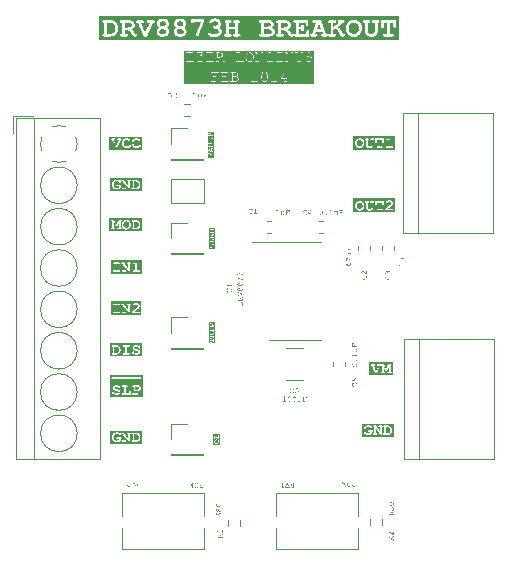
<source format=gbr>
%TF.GenerationSoftware,KiCad,Pcbnew,7.0.7*%
%TF.CreationDate,2024-02-09T14:01:23-05:00*%
%TF.ProjectId,DRV8873H_single_breakout,44525638-3837-4334-985f-73696e676c65,rev?*%
%TF.SameCoordinates,Original*%
%TF.FileFunction,Legend,Top*%
%TF.FilePolarity,Positive*%
%FSLAX46Y46*%
G04 Gerber Fmt 4.6, Leading zero omitted, Abs format (unit mm)*
G04 Created by KiCad (PCBNEW 7.0.7) date 2024-02-09 14:01:23*
%MOMM*%
%LPD*%
G01*
G04 APERTURE LIST*
%ADD10C,0.150000*%
%ADD11C,0.350000*%
%ADD12C,0.200000*%
%ADD13C,0.075000*%
%ADD14C,0.100000*%
%ADD15C,0.120000*%
G04 APERTURE END LIST*
D10*
G36*
X141562003Y-89917159D02*
G01*
X141574009Y-89917480D01*
X141585725Y-89918442D01*
X141597151Y-89920044D01*
X141608287Y-89922288D01*
X141619133Y-89925174D01*
X141629689Y-89928700D01*
X141639954Y-89932867D01*
X141649930Y-89937676D01*
X141653310Y-89939543D01*
X141662967Y-89945568D01*
X141671903Y-89952228D01*
X141680117Y-89959524D01*
X141687610Y-89967455D01*
X141694382Y-89976022D01*
X141697992Y-89981263D01*
X141703316Y-89989542D01*
X141708533Y-89998324D01*
X141713643Y-90007609D01*
X141718646Y-90017395D01*
X141723541Y-90027684D01*
X141728328Y-90038475D01*
X141733009Y-90049769D01*
X141737582Y-90061565D01*
X141742048Y-90073863D01*
X141746406Y-90086664D01*
X141750509Y-90099812D01*
X141754209Y-90113154D01*
X141757504Y-90126688D01*
X141760397Y-90140416D01*
X141762885Y-90154337D01*
X141764971Y-90168452D01*
X141766652Y-90182759D01*
X141767930Y-90197260D01*
X141768558Y-90207035D01*
X141769006Y-90216895D01*
X141769275Y-90226841D01*
X141769365Y-90236873D01*
X141769365Y-90362414D01*
X141769150Y-90378580D01*
X141768506Y-90394471D01*
X141767433Y-90410087D01*
X141765930Y-90425429D01*
X141763998Y-90440495D01*
X141761637Y-90455287D01*
X141758846Y-90469805D01*
X141755626Y-90484047D01*
X141751977Y-90498015D01*
X141747898Y-90511707D01*
X141743390Y-90525126D01*
X141738453Y-90538269D01*
X141733086Y-90551137D01*
X141727290Y-90563731D01*
X141721065Y-90576050D01*
X141714410Y-90588094D01*
X141707380Y-90599600D01*
X141700027Y-90610362D01*
X141692351Y-90620383D01*
X141684353Y-90629661D01*
X141676033Y-90638198D01*
X141667390Y-90645991D01*
X141658424Y-90653043D01*
X141649137Y-90659352D01*
X141639526Y-90664919D01*
X141629593Y-90669744D01*
X141619338Y-90673827D01*
X141608760Y-90677167D01*
X141597860Y-90679765D01*
X141586637Y-90681620D01*
X141575092Y-90682734D01*
X141563224Y-90683105D01*
X141551046Y-90682742D01*
X141539181Y-90681655D01*
X141527630Y-90679842D01*
X141516391Y-90677304D01*
X141505464Y-90674041D01*
X141494851Y-90670053D01*
X141484551Y-90665340D01*
X141474564Y-90659902D01*
X141471187Y-90657893D01*
X141461558Y-90651582D01*
X141452685Y-90644842D01*
X141444568Y-90637672D01*
X141437206Y-90630073D01*
X141430600Y-90622044D01*
X141428760Y-90619572D01*
X141421526Y-90609081D01*
X141416236Y-90600581D01*
X141411062Y-90591541D01*
X141406003Y-90581960D01*
X141401061Y-90571837D01*
X141396234Y-90561174D01*
X141391524Y-90549970D01*
X141386929Y-90538225D01*
X141382451Y-90525939D01*
X141378088Y-90513112D01*
X141373985Y-90499874D01*
X141370286Y-90486447D01*
X141366990Y-90472832D01*
X141364097Y-90459027D01*
X141361609Y-90445034D01*
X141359524Y-90430852D01*
X141357842Y-90416480D01*
X141356564Y-90401920D01*
X141355936Y-90392109D01*
X141355488Y-90382213D01*
X141355219Y-90372233D01*
X141355129Y-90362170D01*
X141355129Y-90236385D01*
X141355344Y-90220212D01*
X141355988Y-90204301D01*
X141357061Y-90188651D01*
X141358564Y-90173263D01*
X141360496Y-90158136D01*
X141362857Y-90143271D01*
X141365648Y-90128667D01*
X141368868Y-90114324D01*
X141372517Y-90100243D01*
X141376596Y-90086423D01*
X141381104Y-90072865D01*
X141386041Y-90059568D01*
X141391408Y-90046533D01*
X141397204Y-90033759D01*
X141403429Y-90021246D01*
X141410084Y-90008995D01*
X141417117Y-89997244D01*
X141424479Y-89986295D01*
X141432169Y-89976148D01*
X141440187Y-89966802D01*
X141448533Y-89958257D01*
X141457207Y-89950514D01*
X141466210Y-89943572D01*
X141475541Y-89937431D01*
X141485200Y-89932092D01*
X141495187Y-89927555D01*
X141505503Y-89923819D01*
X141516146Y-89920884D01*
X141527118Y-89918751D01*
X141538418Y-89917419D01*
X141550046Y-89916888D01*
X141562003Y-89917159D01*
G37*
G36*
X139072488Y-90339294D02*
G01*
X139083942Y-90339543D01*
X139095073Y-90339958D01*
X139105882Y-90340539D01*
X139116368Y-90341286D01*
X139126532Y-90342199D01*
X139136373Y-90343278D01*
X139150530Y-90345208D01*
X139163962Y-90347511D01*
X139176668Y-90350188D01*
X139188648Y-90353239D01*
X139199903Y-90356663D01*
X139210433Y-90360460D01*
X139213798Y-90361792D01*
X139223618Y-90366024D01*
X139233021Y-90370608D01*
X139242008Y-90375544D01*
X139250578Y-90380832D01*
X139258732Y-90386472D01*
X139268956Y-90394540D01*
X139278439Y-90403233D01*
X139287182Y-90412552D01*
X139295185Y-90422498D01*
X139302341Y-90432794D01*
X139308542Y-90443167D01*
X139313789Y-90453616D01*
X139318083Y-90464141D01*
X139321422Y-90474743D01*
X139323807Y-90485421D01*
X139325238Y-90496175D01*
X139325715Y-90507006D01*
X139325695Y-90509445D01*
X139324968Y-90521557D01*
X139323204Y-90533526D01*
X139320403Y-90545352D01*
X139317415Y-90554709D01*
X139313763Y-90563975D01*
X139309446Y-90573150D01*
X139304466Y-90582233D01*
X139298841Y-90591090D01*
X139292590Y-90599589D01*
X139285713Y-90607729D01*
X139278210Y-90615511D01*
X139270081Y-90622933D01*
X139261327Y-90629997D01*
X139251946Y-90636703D01*
X139241940Y-90643049D01*
X139234074Y-90647414D01*
X139223192Y-90652566D01*
X139211859Y-90656955D01*
X139200077Y-90660580D01*
X139187843Y-90663442D01*
X139175160Y-90665541D01*
X139165352Y-90666615D01*
X139155290Y-90667259D01*
X139144976Y-90667473D01*
X138853105Y-90667473D01*
X138853105Y-90339211D01*
X139060712Y-90339211D01*
X139072488Y-90339294D01*
G37*
G36*
X139092068Y-89995485D02*
G01*
X139106773Y-89996366D01*
X139120933Y-89998004D01*
X139134548Y-90000397D01*
X139147617Y-90003545D01*
X139160142Y-90007449D01*
X139172121Y-90012109D01*
X139183555Y-90017524D01*
X139194443Y-90023695D01*
X139204787Y-90030622D01*
X139214585Y-90038304D01*
X139220737Y-90043708D01*
X139229220Y-90051928D01*
X139236811Y-90060286D01*
X139243509Y-90068781D01*
X139249313Y-90077413D01*
X139254225Y-90086183D01*
X139258243Y-90095090D01*
X139262212Y-90107180D01*
X139264594Y-90119515D01*
X139265387Y-90132093D01*
X139265021Y-90140985D01*
X139263533Y-90152036D01*
X139260899Y-90163015D01*
X139257121Y-90173922D01*
X139252198Y-90184758D01*
X139247436Y-90193375D01*
X139241940Y-90201946D01*
X139235845Y-90210243D01*
X139229163Y-90218036D01*
X139221893Y-90225325D01*
X139214035Y-90232110D01*
X139205590Y-90238392D01*
X139196557Y-90244170D01*
X139186936Y-90249444D01*
X139176727Y-90254214D01*
X139169907Y-90256935D01*
X139159515Y-90260688D01*
X139148929Y-90264045D01*
X139138151Y-90267008D01*
X139127179Y-90269575D01*
X139116015Y-90271747D01*
X139104657Y-90273525D01*
X139093105Y-90274907D01*
X139081361Y-90275895D01*
X139069423Y-90276487D01*
X139057292Y-90276685D01*
X138853105Y-90276685D01*
X138853105Y-89995317D01*
X139081961Y-89995317D01*
X139092068Y-89995485D01*
G37*
G36*
X143350105Y-90433000D02*
G01*
X143027948Y-90433000D01*
X143320063Y-89932791D01*
X143350105Y-89932791D01*
X143350105Y-90433000D01*
G37*
G36*
X140318984Y-88300107D02*
G01*
X140334659Y-88301372D01*
X140349957Y-88303481D01*
X140364877Y-88306433D01*
X140379419Y-88310228D01*
X140393583Y-88314867D01*
X140407369Y-88320349D01*
X140420778Y-88326674D01*
X140433808Y-88333843D01*
X140446461Y-88341856D01*
X140458736Y-88350711D01*
X140470634Y-88360410D01*
X140482153Y-88370953D01*
X140493295Y-88382339D01*
X140504059Y-88394568D01*
X140514445Y-88407641D01*
X140524353Y-88421244D01*
X140533622Y-88435065D01*
X140542251Y-88449103D01*
X140550242Y-88463359D01*
X140557593Y-88477832D01*
X140564305Y-88492523D01*
X140570377Y-88507431D01*
X140575811Y-88522557D01*
X140580605Y-88537900D01*
X140584760Y-88553461D01*
X140588276Y-88569240D01*
X140591152Y-88585236D01*
X140593390Y-88601449D01*
X140594988Y-88617880D01*
X140595947Y-88634529D01*
X140596266Y-88651395D01*
X140595947Y-88668349D01*
X140594988Y-88685078D01*
X140593390Y-88701581D01*
X140591152Y-88717860D01*
X140588276Y-88733913D01*
X140584760Y-88749741D01*
X140580605Y-88765344D01*
X140575811Y-88780722D01*
X140570377Y-88795874D01*
X140564305Y-88810802D01*
X140557593Y-88825504D01*
X140550242Y-88839981D01*
X140542251Y-88854233D01*
X140533622Y-88868260D01*
X140524353Y-88882062D01*
X140514445Y-88895638D01*
X140504059Y-88908652D01*
X140493295Y-88920826D01*
X140482153Y-88932160D01*
X140470634Y-88942655D01*
X140458736Y-88952310D01*
X140446461Y-88961126D01*
X140433808Y-88969102D01*
X140420778Y-88976238D01*
X140407369Y-88982535D01*
X140393583Y-88987992D01*
X140379419Y-88992610D01*
X140364877Y-88996388D01*
X140349957Y-88999327D01*
X140334659Y-89001426D01*
X140318984Y-89002685D01*
X140302930Y-89003105D01*
X140288854Y-89002721D01*
X140274957Y-89001571D01*
X140261239Y-88999653D01*
X140247701Y-88996968D01*
X140234342Y-88993516D01*
X140221163Y-88989298D01*
X140208162Y-88984312D01*
X140195342Y-88978558D01*
X140182700Y-88972038D01*
X140170238Y-88964751D01*
X140157955Y-88956697D01*
X140145852Y-88947875D01*
X140133928Y-88938287D01*
X140122183Y-88927932D01*
X140110618Y-88916809D01*
X140099232Y-88904919D01*
X140088318Y-88892394D01*
X140078109Y-88879426D01*
X140068603Y-88866016D01*
X140059802Y-88852163D01*
X140051705Y-88837867D01*
X140044312Y-88823128D01*
X140037623Y-88807947D01*
X140031638Y-88792323D01*
X140026357Y-88776257D01*
X140021780Y-88759747D01*
X140017908Y-88742795D01*
X140014739Y-88725401D01*
X140012275Y-88707563D01*
X140010515Y-88689283D01*
X140009458Y-88670561D01*
X140009106Y-88651395D01*
X140009443Y-88633336D01*
X140010453Y-88615614D01*
X140012137Y-88598227D01*
X140014495Y-88581175D01*
X140017526Y-88564460D01*
X140021231Y-88548080D01*
X140025609Y-88532037D01*
X140030661Y-88516329D01*
X140036386Y-88500957D01*
X140042785Y-88485921D01*
X140049858Y-88471220D01*
X140057604Y-88456856D01*
X140066024Y-88442827D01*
X140075117Y-88429134D01*
X140084884Y-88415777D01*
X140095324Y-88402756D01*
X140106239Y-88390275D01*
X140117428Y-88378599D01*
X140128892Y-88367728D01*
X140140631Y-88357663D01*
X140152645Y-88348402D01*
X140164933Y-88339947D01*
X140177497Y-88332298D01*
X140190335Y-88325453D01*
X140203447Y-88319414D01*
X140216835Y-88314180D01*
X140230497Y-88309751D01*
X140244434Y-88306127D01*
X140258646Y-88303309D01*
X140273133Y-88301296D01*
X140287894Y-88300088D01*
X140302930Y-88299685D01*
X140318984Y-88300107D01*
G37*
G36*
X137816103Y-88315511D02*
G01*
X137826216Y-88316092D01*
X137836131Y-88317060D01*
X137845847Y-88318416D01*
X137860050Y-88321176D01*
X137873806Y-88324807D01*
X137887115Y-88329310D01*
X137899978Y-88334685D01*
X137912394Y-88340931D01*
X137924364Y-88348048D01*
X137935887Y-88356038D01*
X137946964Y-88364898D01*
X137954003Y-88371086D01*
X137963710Y-88380447D01*
X137972396Y-88389903D01*
X137980059Y-88399452D01*
X137986701Y-88409097D01*
X137992321Y-88418835D01*
X137996919Y-88428669D01*
X138000496Y-88438596D01*
X138003050Y-88448618D01*
X138004583Y-88458735D01*
X138005094Y-88468946D01*
X138005067Y-88471234D01*
X138004115Y-88482633D01*
X138001804Y-88493960D01*
X137998133Y-88505216D01*
X137994217Y-88514169D01*
X137989432Y-88523076D01*
X137983776Y-88531938D01*
X137977250Y-88540753D01*
X137973638Y-88545114D01*
X137965624Y-88553625D01*
X137956556Y-88561853D01*
X137946435Y-88569798D01*
X137938154Y-88575572D01*
X137929279Y-88581187D01*
X137919812Y-88586643D01*
X137909753Y-88591940D01*
X137899101Y-88597079D01*
X137887857Y-88602058D01*
X137880138Y-88605193D01*
X137868348Y-88609517D01*
X137856304Y-88613385D01*
X137844007Y-88616798D01*
X137831457Y-88619756D01*
X137818654Y-88622259D01*
X137805597Y-88624307D01*
X137792287Y-88625900D01*
X137778724Y-88627038D01*
X137764907Y-88627720D01*
X137750837Y-88627948D01*
X137593545Y-88627948D01*
X137593545Y-88315317D01*
X137805792Y-88315317D01*
X137816103Y-88315511D01*
G37*
G36*
X145781028Y-90888488D02*
G01*
X134756445Y-90888488D01*
X134756445Y-90698736D01*
X137048395Y-90698736D01*
X137048704Y-90703619D01*
X137051495Y-90713139D01*
X137057188Y-90721207D01*
X137057764Y-90721748D01*
X137066465Y-90726900D01*
X137076235Y-90729304D01*
X137086985Y-90730000D01*
X137420133Y-90730000D01*
X137430746Y-90729304D01*
X137441199Y-90726565D01*
X137449442Y-90721207D01*
X137452513Y-90717663D01*
X137456987Y-90708925D01*
X137458479Y-90698736D01*
X137839986Y-90698736D01*
X137840295Y-90703619D01*
X137843086Y-90713139D01*
X137848779Y-90721207D01*
X137849355Y-90721748D01*
X137858016Y-90726900D01*
X137867700Y-90729304D01*
X137878332Y-90730000D01*
X138515073Y-90730000D01*
X138515073Y-90698736D01*
X138679449Y-90698736D01*
X138679758Y-90703619D01*
X138682549Y-90713139D01*
X138688242Y-90721207D01*
X138688818Y-90721748D01*
X138697479Y-90726900D01*
X138707162Y-90729304D01*
X138717795Y-90730000D01*
X139149128Y-90730000D01*
X140417481Y-90730000D01*
X140975332Y-90730000D01*
X140975332Y-90645491D01*
X140975323Y-90644145D01*
X140974521Y-90633122D01*
X140972088Y-90623185D01*
X140967027Y-90614473D01*
X140964890Y-90612240D01*
X140956449Y-90606770D01*
X140946511Y-90604947D01*
X140943290Y-90605092D01*
X140933219Y-90607884D01*
X140925018Y-90614228D01*
X140924522Y-90614805D01*
X140919799Y-90623546D01*
X140917595Y-90633402D01*
X140916958Y-90644270D01*
X140916958Y-90667473D01*
X140473901Y-90667473D01*
X140473901Y-90663565D01*
X140481958Y-90656733D01*
X140490163Y-90649729D01*
X140498515Y-90642555D01*
X140507015Y-90635210D01*
X140515662Y-90627695D01*
X140524456Y-90620008D01*
X140533398Y-90612151D01*
X140542487Y-90604123D01*
X140551724Y-90595924D01*
X140561108Y-90587554D01*
X140570640Y-90579014D01*
X140580318Y-90570303D01*
X140590145Y-90561421D01*
X140600118Y-90552368D01*
X140610239Y-90543145D01*
X140620508Y-90533750D01*
X140630924Y-90524185D01*
X140641487Y-90514449D01*
X140652198Y-90504543D01*
X140663056Y-90494465D01*
X140674061Y-90484217D01*
X140685214Y-90473798D01*
X140696514Y-90463209D01*
X140707962Y-90452448D01*
X140719557Y-90441517D01*
X140731300Y-90430415D01*
X140743189Y-90419142D01*
X140755227Y-90407698D01*
X140767411Y-90396084D01*
X140779744Y-90384299D01*
X140792223Y-90372343D01*
X140793660Y-90370963D01*
X141297488Y-90370963D01*
X141297550Y-90380625D01*
X141297875Y-90394833D01*
X141298480Y-90408698D01*
X141299364Y-90422219D01*
X141300527Y-90435397D01*
X141301968Y-90448231D01*
X141303689Y-90460722D01*
X141305689Y-90472869D01*
X141307968Y-90484673D01*
X141310526Y-90496133D01*
X141313364Y-90507250D01*
X141314698Y-90512442D01*
X141317683Y-90523021D01*
X141321087Y-90533859D01*
X141324911Y-90544957D01*
X141329155Y-90556314D01*
X141333818Y-90567931D01*
X141338901Y-90579807D01*
X141342989Y-90588885D01*
X141347313Y-90598108D01*
X141348791Y-90601165D01*
X141354628Y-90612864D01*
X141360350Y-90623716D01*
X141365958Y-90633720D01*
X141371452Y-90642878D01*
X141378158Y-90653133D01*
X141384685Y-90662064D01*
X141391033Y-90669672D01*
X141399120Y-90678399D01*
X141407626Y-90686631D01*
X141416552Y-90694367D01*
X141425899Y-90701606D01*
X141435664Y-90708350D01*
X141445850Y-90714597D01*
X141456456Y-90720348D01*
X141467481Y-90725603D01*
X141478865Y-90730297D01*
X141490424Y-90734365D01*
X141502160Y-90737808D01*
X141514070Y-90740624D01*
X141526156Y-90742815D01*
X141538418Y-90744379D01*
X141550855Y-90745318D01*
X141563468Y-90745631D01*
X141576546Y-90745303D01*
X141589339Y-90744318D01*
X141601848Y-90742677D01*
X141614072Y-90740380D01*
X141626013Y-90737426D01*
X141637669Y-90733816D01*
X141647838Y-90730000D01*
X142097872Y-90730000D01*
X142655722Y-90730000D01*
X142655722Y-90645491D01*
X142655714Y-90644145D01*
X142654911Y-90633122D01*
X142652478Y-90623185D01*
X142647418Y-90614473D01*
X142645281Y-90612240D01*
X142636839Y-90606770D01*
X142626902Y-90604947D01*
X142623681Y-90605092D01*
X142613610Y-90607884D01*
X142605408Y-90614228D01*
X142604912Y-90614805D01*
X142600190Y-90623546D01*
X142597986Y-90633402D01*
X142597348Y-90644270D01*
X142597348Y-90667473D01*
X142154292Y-90667473D01*
X142154292Y-90663565D01*
X142162349Y-90656733D01*
X142170554Y-90649729D01*
X142178906Y-90642555D01*
X142187406Y-90635210D01*
X142196053Y-90627695D01*
X142204847Y-90620008D01*
X142213789Y-90612151D01*
X142222878Y-90604123D01*
X142232115Y-90595924D01*
X142241499Y-90587554D01*
X142251030Y-90579014D01*
X142260709Y-90570303D01*
X142270535Y-90561421D01*
X142280509Y-90552368D01*
X142290630Y-90543145D01*
X142300899Y-90533750D01*
X142311314Y-90524185D01*
X142321878Y-90514449D01*
X142332588Y-90504543D01*
X142342303Y-90495526D01*
X142967620Y-90495526D01*
X143350105Y-90495526D01*
X143350105Y-90667473D01*
X143242394Y-90667473D01*
X143241078Y-90667482D01*
X143230306Y-90668308D01*
X143220603Y-90670813D01*
X143212108Y-90676022D01*
X143208681Y-90680031D01*
X143204551Y-90688902D01*
X143203315Y-90698736D01*
X143203624Y-90703619D01*
X143206415Y-90713139D01*
X143212108Y-90721207D01*
X143213285Y-90722272D01*
X143222352Y-90727217D01*
X143232532Y-90729450D01*
X143242394Y-90730000D01*
X143456595Y-90730000D01*
X143457926Y-90729991D01*
X143468788Y-90729141D01*
X143478500Y-90726565D01*
X143486881Y-90721207D01*
X143489952Y-90717663D01*
X143494426Y-90708925D01*
X143495918Y-90698736D01*
X143495600Y-90693622D01*
X143492732Y-90683895D01*
X143486881Y-90676022D01*
X143485732Y-90674987D01*
X143476756Y-90670178D01*
X143466548Y-90668008D01*
X143456595Y-90667473D01*
X143408723Y-90667473D01*
X143408723Y-90495526D01*
X143456595Y-90495526D01*
X143457926Y-90495518D01*
X143468788Y-90494668D01*
X143478500Y-90492092D01*
X143486881Y-90486734D01*
X143489952Y-90483190D01*
X143494426Y-90474452D01*
X143495918Y-90464263D01*
X143495600Y-90459148D01*
X143492732Y-90449421D01*
X143486881Y-90441549D01*
X143485732Y-90440514D01*
X143476756Y-90435705D01*
X143466548Y-90433534D01*
X143456595Y-90433000D01*
X143408723Y-90433000D01*
X143408723Y-89870265D01*
X143288311Y-89870265D01*
X142967620Y-90424207D01*
X142967620Y-90433000D01*
X142967620Y-90495526D01*
X142342303Y-90495526D01*
X142343446Y-90494465D01*
X142354452Y-90484217D01*
X142365605Y-90473798D01*
X142376905Y-90463209D01*
X142388353Y-90452448D01*
X142399948Y-90441517D01*
X142411690Y-90430415D01*
X142423580Y-90419142D01*
X142435618Y-90407698D01*
X142447802Y-90396084D01*
X142460134Y-90384299D01*
X142472614Y-90372343D01*
X142485241Y-90360216D01*
X142490260Y-90355309D01*
X142500007Y-90345730D01*
X142509365Y-90336464D01*
X142518333Y-90327511D01*
X142526912Y-90318871D01*
X142535102Y-90310544D01*
X142542902Y-90302530D01*
X142550313Y-90294828D01*
X142557335Y-90287440D01*
X142567139Y-90276944D01*
X142576066Y-90267153D01*
X142584117Y-90258065D01*
X142591293Y-90249682D01*
X142597593Y-90242002D01*
X142601429Y-90237112D01*
X142608672Y-90227479D01*
X142615343Y-90218046D01*
X142621442Y-90208810D01*
X142626968Y-90199773D01*
X142631921Y-90190935D01*
X142637308Y-90180165D01*
X142641800Y-90169706D01*
X142644158Y-90163466D01*
X142647571Y-90152808D01*
X142650340Y-90141828D01*
X142652465Y-90130525D01*
X142653946Y-90118901D01*
X142654784Y-90106955D01*
X142654990Y-90097166D01*
X142654686Y-90085489D01*
X142653776Y-90073967D01*
X142652259Y-90062599D01*
X142650135Y-90051386D01*
X142647405Y-90040327D01*
X142644067Y-90029423D01*
X142640123Y-90018674D01*
X142635572Y-90008079D01*
X142630415Y-89997638D01*
X142624650Y-89987352D01*
X142618279Y-89977221D01*
X142611301Y-89967244D01*
X142603716Y-89957422D01*
X142595524Y-89947755D01*
X142586726Y-89938241D01*
X142577320Y-89928883D01*
X142567494Y-89919892D01*
X142557434Y-89911481D01*
X142547138Y-89903650D01*
X142536608Y-89896399D01*
X142525843Y-89889728D01*
X142514844Y-89883637D01*
X142503610Y-89878126D01*
X142492141Y-89873196D01*
X142480437Y-89868845D01*
X142468499Y-89865075D01*
X142456326Y-89861884D01*
X142443918Y-89859274D01*
X142431276Y-89857243D01*
X142418398Y-89855793D01*
X142405287Y-89854923D01*
X142391940Y-89854633D01*
X142383618Y-89854758D01*
X142371181Y-89855414D01*
X142358799Y-89856633D01*
X142346474Y-89858414D01*
X142334204Y-89860757D01*
X142321990Y-89863663D01*
X142309832Y-89867132D01*
X142297730Y-89871162D01*
X142285684Y-89875755D01*
X142273693Y-89880911D01*
X142261759Y-89886629D01*
X142253928Y-89890721D01*
X142242582Y-89897206D01*
X142231717Y-89904108D01*
X142221333Y-89911426D01*
X142211429Y-89919160D01*
X142202007Y-89927311D01*
X142193065Y-89935878D01*
X142184605Y-89944862D01*
X142176625Y-89954262D01*
X142169126Y-89964079D01*
X142162108Y-89974312D01*
X142159884Y-89977770D01*
X142153635Y-89987871D01*
X142148023Y-89997565D01*
X142143045Y-90006851D01*
X142137397Y-90018597D01*
X142132879Y-90029619D01*
X142129490Y-90039915D01*
X142126842Y-90051766D01*
X142125960Y-90062484D01*
X142125967Y-90063168D01*
X142128165Y-90073266D01*
X142133775Y-90081290D01*
X142134797Y-90082237D01*
X142143373Y-90087389D01*
X142153559Y-90089106D01*
X142154243Y-90089100D01*
X142163878Y-90087458D01*
X142172854Y-90082512D01*
X142175075Y-90080376D01*
X142180027Y-90071582D01*
X142183112Y-90061995D01*
X142185411Y-90054380D01*
X142189463Y-90043250D01*
X142194241Y-90032472D01*
X142199744Y-90022047D01*
X142205973Y-90011973D01*
X142212927Y-90002252D01*
X142220608Y-89992882D01*
X142229013Y-89983865D01*
X142238144Y-89975199D01*
X142248001Y-89966886D01*
X142258583Y-89958925D01*
X142265948Y-89953867D01*
X142277249Y-89946893D01*
X142288854Y-89940652D01*
X142300765Y-89935146D01*
X142312980Y-89930374D01*
X142325500Y-89926336D01*
X142338325Y-89923033D01*
X142351455Y-89920463D01*
X142364889Y-89918628D01*
X142378629Y-89917526D01*
X142392673Y-89917159D01*
X142397915Y-89917213D01*
X142408258Y-89917644D01*
X142418409Y-89918507D01*
X142428369Y-89919801D01*
X142438139Y-89921526D01*
X142447718Y-89923682D01*
X142461729Y-89927725D01*
X142475310Y-89932738D01*
X142488462Y-89938721D01*
X142501184Y-89945675D01*
X142513478Y-89953599D01*
X142521435Y-89959421D01*
X142529201Y-89965674D01*
X142536776Y-89972358D01*
X142544022Y-89979293D01*
X142554015Y-89989943D01*
X142562956Y-90000889D01*
X142570845Y-90012131D01*
X142577682Y-90023669D01*
X142583467Y-90035504D01*
X142588201Y-90047635D01*
X142591882Y-90060062D01*
X142594512Y-90072785D01*
X142596090Y-90085804D01*
X142596616Y-90099120D01*
X142596574Y-90102538D01*
X142595944Y-90112767D01*
X142594559Y-90122963D01*
X142592418Y-90133123D01*
X142589521Y-90143250D01*
X142585869Y-90153342D01*
X142582134Y-90161947D01*
X142577492Y-90170969D01*
X142571944Y-90180408D01*
X142565490Y-90190265D01*
X142559674Y-90198451D01*
X142553278Y-90206904D01*
X142546302Y-90215624D01*
X142538337Y-90225108D01*
X142531367Y-90233047D01*
X142523542Y-90241694D01*
X142514863Y-90251050D01*
X142505330Y-90261114D01*
X142498500Y-90268217D01*
X142491290Y-90275635D01*
X142483700Y-90283368D01*
X142475731Y-90291416D01*
X142467382Y-90299778D01*
X142458653Y-90308455D01*
X142449544Y-90317448D01*
X142440056Y-90326755D01*
X142429651Y-90336702D01*
X142419228Y-90346639D01*
X142408785Y-90356566D01*
X142398325Y-90366482D01*
X142387845Y-90376388D01*
X142377348Y-90386283D01*
X142366831Y-90396168D01*
X142356296Y-90406042D01*
X142345742Y-90415906D01*
X142335170Y-90425759D01*
X142324579Y-90435601D01*
X142313969Y-90445434D01*
X142303341Y-90455255D01*
X142292694Y-90465067D01*
X142282029Y-90474867D01*
X142271345Y-90484658D01*
X142260643Y-90494437D01*
X142249921Y-90504207D01*
X142239182Y-90513965D01*
X142228423Y-90523714D01*
X142217646Y-90533451D01*
X142206851Y-90543179D01*
X142196037Y-90552895D01*
X142185204Y-90562602D01*
X142174352Y-90572297D01*
X142163482Y-90581983D01*
X142152594Y-90591657D01*
X142141687Y-90601322D01*
X142130761Y-90610975D01*
X142119816Y-90620619D01*
X142108853Y-90630252D01*
X142097872Y-90639874D01*
X142097872Y-90730000D01*
X141647838Y-90730000D01*
X141649040Y-90729549D01*
X141660127Y-90724626D01*
X141670930Y-90719047D01*
X141681449Y-90712811D01*
X141691683Y-90705919D01*
X141701633Y-90698370D01*
X141711299Y-90690165D01*
X141720681Y-90681304D01*
X141729778Y-90671786D01*
X141738590Y-90661612D01*
X141744045Y-90654850D01*
X141754435Y-90640879D01*
X141764132Y-90626308D01*
X141773137Y-90611139D01*
X141781449Y-90595370D01*
X141789068Y-90579002D01*
X141795994Y-90562034D01*
X141802228Y-90544468D01*
X141807770Y-90526302D01*
X141812618Y-90507538D01*
X141814783Y-90497931D01*
X141816774Y-90488174D01*
X141818592Y-90478267D01*
X141820237Y-90468211D01*
X141821709Y-90458005D01*
X141823008Y-90447649D01*
X141824134Y-90437143D01*
X141825086Y-90426487D01*
X141825865Y-90415682D01*
X141826471Y-90404727D01*
X141826904Y-90393622D01*
X141827164Y-90382367D01*
X141827251Y-90370963D01*
X141827251Y-90230034D01*
X141827191Y-90220284D01*
X141826881Y-90205958D01*
X141826304Y-90191994D01*
X141825461Y-90178389D01*
X141824352Y-90165146D01*
X141822977Y-90152263D01*
X141821335Y-90139741D01*
X141819428Y-90127579D01*
X141817254Y-90115778D01*
X141814814Y-90104338D01*
X141812108Y-90093258D01*
X141810685Y-90088126D01*
X141807548Y-90077662D01*
X141804022Y-90066931D01*
X141800106Y-90055932D01*
X141795801Y-90044666D01*
X141791107Y-90033134D01*
X141786024Y-90021334D01*
X141781956Y-90012308D01*
X141777669Y-90003133D01*
X141774778Y-89997039D01*
X141769054Y-89985476D01*
X141763406Y-89974744D01*
X141757834Y-89964845D01*
X141752339Y-89955777D01*
X141746920Y-89947542D01*
X141740253Y-89938417D01*
X141733706Y-89930593D01*
X141725623Y-89921865D01*
X141717128Y-89913633D01*
X141708220Y-89905897D01*
X141698901Y-89898658D01*
X141689169Y-89891915D01*
X141679026Y-89885667D01*
X141668470Y-89879916D01*
X141657502Y-89874661D01*
X141646221Y-89869967D01*
X141634726Y-89865899D01*
X141623018Y-89862457D01*
X141611096Y-89859640D01*
X141598960Y-89857450D01*
X141586610Y-89855885D01*
X141574047Y-89854946D01*
X141561270Y-89854633D01*
X141548193Y-89854961D01*
X141535399Y-89855946D01*
X141522891Y-89857587D01*
X141510666Y-89859884D01*
X141498726Y-89862838D01*
X141487070Y-89866448D01*
X141475698Y-89870715D01*
X141464611Y-89875638D01*
X141453808Y-89881217D01*
X141443289Y-89887453D01*
X141433055Y-89894345D01*
X141423105Y-89901894D01*
X141413439Y-89910099D01*
X141404058Y-89918961D01*
X141394961Y-89928478D01*
X141386148Y-89938653D01*
X141380693Y-89945414D01*
X141370303Y-89959392D01*
X141360606Y-89973974D01*
X141351602Y-89989161D01*
X141343290Y-90004952D01*
X141335671Y-90021349D01*
X141328744Y-90038351D01*
X141322510Y-90055957D01*
X141316969Y-90074169D01*
X141312120Y-90092985D01*
X141309956Y-90102620D01*
X141307964Y-90112406D01*
X141306146Y-90122343D01*
X141304501Y-90132432D01*
X141303029Y-90142672D01*
X141301730Y-90153063D01*
X141300605Y-90163605D01*
X141299652Y-90174299D01*
X141298873Y-90185143D01*
X141298267Y-90196139D01*
X141297834Y-90207286D01*
X141297574Y-90218585D01*
X141297488Y-90230034D01*
X141297488Y-90362170D01*
X141297488Y-90370963D01*
X140793660Y-90370963D01*
X140804850Y-90360216D01*
X140809869Y-90355309D01*
X140819616Y-90345730D01*
X140828974Y-90336464D01*
X140837942Y-90327511D01*
X140846521Y-90318871D01*
X140854711Y-90310544D01*
X140862511Y-90302530D01*
X140869923Y-90294828D01*
X140876945Y-90287440D01*
X140886748Y-90276944D01*
X140895675Y-90267153D01*
X140903726Y-90258065D01*
X140910902Y-90249682D01*
X140917202Y-90242002D01*
X140921038Y-90237112D01*
X140928281Y-90227479D01*
X140934952Y-90218046D01*
X140941051Y-90208810D01*
X140946577Y-90199773D01*
X140951530Y-90190935D01*
X140956917Y-90180165D01*
X140961410Y-90169706D01*
X140963767Y-90163466D01*
X140967180Y-90152808D01*
X140969949Y-90141828D01*
X140972074Y-90130525D01*
X140973556Y-90118901D01*
X140974393Y-90106955D01*
X140974599Y-90097166D01*
X140974295Y-90085489D01*
X140973385Y-90073967D01*
X140971868Y-90062599D01*
X140969744Y-90051386D01*
X140967014Y-90040327D01*
X140963677Y-90029423D01*
X140959732Y-90018674D01*
X140955182Y-90008079D01*
X140950024Y-89997638D01*
X140944259Y-89987352D01*
X140937888Y-89977221D01*
X140930910Y-89967244D01*
X140923325Y-89957422D01*
X140915133Y-89947755D01*
X140906335Y-89938241D01*
X140896930Y-89928883D01*
X140887104Y-89919892D01*
X140877043Y-89911481D01*
X140866747Y-89903650D01*
X140856217Y-89896399D01*
X140845453Y-89889728D01*
X140834453Y-89883637D01*
X140823219Y-89878126D01*
X140811750Y-89873196D01*
X140800046Y-89868845D01*
X140788108Y-89865075D01*
X140775935Y-89861884D01*
X140763527Y-89859274D01*
X140750885Y-89857243D01*
X140738008Y-89855793D01*
X140724896Y-89854923D01*
X140711549Y-89854633D01*
X140703227Y-89854758D01*
X140690790Y-89855414D01*
X140678409Y-89856633D01*
X140666083Y-89858414D01*
X140653814Y-89860757D01*
X140641600Y-89863663D01*
X140629442Y-89867132D01*
X140617340Y-89871162D01*
X140605293Y-89875755D01*
X140593303Y-89880911D01*
X140581368Y-89886629D01*
X140573537Y-89890721D01*
X140562191Y-89897206D01*
X140551326Y-89904108D01*
X140540942Y-89911426D01*
X140531039Y-89919160D01*
X140521616Y-89927311D01*
X140512675Y-89935878D01*
X140504214Y-89944862D01*
X140496234Y-89954262D01*
X140488735Y-89964079D01*
X140481717Y-89974312D01*
X140479493Y-89977770D01*
X140473245Y-89987871D01*
X140467632Y-89997565D01*
X140462654Y-90006851D01*
X140457006Y-90018597D01*
X140452488Y-90029619D01*
X140449099Y-90039915D01*
X140446451Y-90051766D01*
X140445569Y-90062484D01*
X140445576Y-90063168D01*
X140447775Y-90073266D01*
X140453385Y-90081290D01*
X140454406Y-90082237D01*
X140462982Y-90087389D01*
X140473168Y-90089106D01*
X140473853Y-90089100D01*
X140483488Y-90087458D01*
X140492463Y-90082512D01*
X140494685Y-90080376D01*
X140499636Y-90071582D01*
X140502722Y-90061995D01*
X140505020Y-90054380D01*
X140509072Y-90043250D01*
X140513850Y-90032472D01*
X140519353Y-90022047D01*
X140525582Y-90011973D01*
X140532537Y-90002252D01*
X140540217Y-89992882D01*
X140548622Y-89983865D01*
X140557754Y-89975199D01*
X140567610Y-89966886D01*
X140578193Y-89958925D01*
X140585557Y-89953867D01*
X140596858Y-89946893D01*
X140608464Y-89940652D01*
X140620374Y-89935146D01*
X140632589Y-89930374D01*
X140645109Y-89926336D01*
X140657934Y-89923033D01*
X140671064Y-89920463D01*
X140684498Y-89918628D01*
X140698238Y-89917526D01*
X140712282Y-89917159D01*
X140717525Y-89917213D01*
X140727867Y-89917644D01*
X140738018Y-89918507D01*
X140747979Y-89919801D01*
X140757748Y-89921526D01*
X140767327Y-89923682D01*
X140781338Y-89927725D01*
X140794919Y-89932738D01*
X140808071Y-89938721D01*
X140820794Y-89945675D01*
X140833087Y-89953599D01*
X140841044Y-89959421D01*
X140848810Y-89965674D01*
X140856385Y-89972358D01*
X140863631Y-89979293D01*
X140873624Y-89989943D01*
X140882565Y-90000889D01*
X140890454Y-90012131D01*
X140897291Y-90023669D01*
X140903076Y-90035504D01*
X140907810Y-90047635D01*
X140911491Y-90060062D01*
X140914121Y-90072785D01*
X140915699Y-90085804D01*
X140916225Y-90099120D01*
X140916183Y-90102538D01*
X140915553Y-90112767D01*
X140914168Y-90122963D01*
X140912027Y-90133123D01*
X140909130Y-90143250D01*
X140905478Y-90153342D01*
X140901743Y-90161947D01*
X140897101Y-90170969D01*
X140891553Y-90180408D01*
X140885099Y-90190265D01*
X140879283Y-90198451D01*
X140872887Y-90206904D01*
X140865911Y-90215624D01*
X140857946Y-90225108D01*
X140850976Y-90233047D01*
X140843151Y-90241694D01*
X140834472Y-90251050D01*
X140824939Y-90261114D01*
X140818109Y-90268217D01*
X140810899Y-90275635D01*
X140803309Y-90283368D01*
X140795340Y-90291416D01*
X140786991Y-90299778D01*
X140778262Y-90308455D01*
X140769153Y-90317448D01*
X140759665Y-90326755D01*
X140749260Y-90336702D01*
X140738837Y-90346639D01*
X140728395Y-90356566D01*
X140717934Y-90366482D01*
X140707455Y-90376388D01*
X140696957Y-90386283D01*
X140686440Y-90396168D01*
X140675905Y-90406042D01*
X140665351Y-90415906D01*
X140654779Y-90425759D01*
X140644188Y-90435601D01*
X140633579Y-90445434D01*
X140622950Y-90455255D01*
X140612304Y-90465067D01*
X140601638Y-90474867D01*
X140590954Y-90484658D01*
X140580252Y-90494437D01*
X140569531Y-90504207D01*
X140558791Y-90513965D01*
X140548033Y-90523714D01*
X140537256Y-90533451D01*
X140526460Y-90543179D01*
X140515646Y-90552895D01*
X140504813Y-90562602D01*
X140493962Y-90572297D01*
X140483092Y-90581983D01*
X140472203Y-90591657D01*
X140461296Y-90601322D01*
X140450370Y-90610975D01*
X140439426Y-90620619D01*
X140428463Y-90630252D01*
X140417481Y-90639874D01*
X140417481Y-90730000D01*
X139149128Y-90730000D01*
X139157423Y-90729867D01*
X139169720Y-90729171D01*
X139181841Y-90727878D01*
X139193786Y-90725988D01*
X139205555Y-90723501D01*
X139217147Y-90720418D01*
X139228564Y-90716738D01*
X139239805Y-90712461D01*
X139250869Y-90707587D01*
X139261758Y-90702117D01*
X139272470Y-90696050D01*
X139279439Y-90691720D01*
X139289462Y-90685018D01*
X139298971Y-90678067D01*
X139307964Y-90670867D01*
X139316442Y-90663419D01*
X139324404Y-90655721D01*
X139331852Y-90647774D01*
X139338784Y-90639578D01*
X139345201Y-90631133D01*
X139351103Y-90622439D01*
X139356490Y-90613496D01*
X139359832Y-90607412D01*
X139364441Y-90598139D01*
X139368565Y-90588690D01*
X139372203Y-90579065D01*
X139375357Y-90569264D01*
X139378025Y-90559287D01*
X139380208Y-90549134D01*
X139381906Y-90538805D01*
X139383119Y-90528300D01*
X139383847Y-90517619D01*
X139384089Y-90506762D01*
X139383925Y-90498623D01*
X139383064Y-90486580D01*
X139381464Y-90474735D01*
X139379125Y-90463087D01*
X139376048Y-90451637D01*
X139372233Y-90440384D01*
X139367679Y-90429329D01*
X139362387Y-90418471D01*
X139356356Y-90407811D01*
X139349587Y-90397348D01*
X139342080Y-90387083D01*
X139339422Y-90383715D01*
X139330886Y-90373863D01*
X139321505Y-90364389D01*
X139311277Y-90355293D01*
X139300204Y-90346574D01*
X139288285Y-90338234D01*
X139279869Y-90332884D01*
X139271077Y-90327701D01*
X139261910Y-90322686D01*
X139252366Y-90317840D01*
X139242447Y-90313161D01*
X139232151Y-90308650D01*
X139221480Y-90304307D01*
X139210433Y-90300132D01*
X139224156Y-90292072D01*
X139236994Y-90283707D01*
X139248947Y-90275036D01*
X139260014Y-90266060D01*
X139270196Y-90256779D01*
X139279492Y-90247192D01*
X139287904Y-90237301D01*
X139295429Y-90227103D01*
X139302070Y-90216601D01*
X139307825Y-90205793D01*
X139312694Y-90194680D01*
X139316678Y-90183262D01*
X139319777Y-90171538D01*
X139321991Y-90159509D01*
X139323319Y-90147175D01*
X139323761Y-90134535D01*
X139323695Y-90129473D01*
X139323167Y-90119472D01*
X139322110Y-90109638D01*
X139320524Y-90099969D01*
X139317154Y-90085778D01*
X139312596Y-90071959D01*
X139306848Y-90058515D01*
X139302355Y-90049759D01*
X139297334Y-90041170D01*
X139291784Y-90032746D01*
X139285705Y-90024489D01*
X139279098Y-90016397D01*
X139271963Y-90008472D01*
X139264299Y-90000712D01*
X139256106Y-89993119D01*
X139247492Y-89985813D01*
X139238563Y-89978979D01*
X139229319Y-89972617D01*
X139219760Y-89966725D01*
X139209886Y-89961305D01*
X139199697Y-89956356D01*
X139189194Y-89951879D01*
X139178376Y-89947873D01*
X139167243Y-89944338D01*
X139155795Y-89941274D01*
X139144032Y-89938682D01*
X139131954Y-89936561D01*
X139119562Y-89934912D01*
X139106855Y-89933733D01*
X139093833Y-89933027D01*
X139080496Y-89932791D01*
X138717795Y-89932791D01*
X138716524Y-89932799D01*
X138706093Y-89933626D01*
X138696634Y-89936130D01*
X138688242Y-89941339D01*
X138684815Y-89945348D01*
X138680685Y-89954219D01*
X138679449Y-89964054D01*
X138679663Y-89968344D01*
X138682231Y-89978213D01*
X138688242Y-89986769D01*
X138688818Y-89987294D01*
X138697479Y-89992303D01*
X138707162Y-89994641D01*
X138717795Y-89995317D01*
X138795464Y-89995317D01*
X138795464Y-90339211D01*
X138795464Y-90667473D01*
X138717795Y-90667473D01*
X138716524Y-90667482D01*
X138706093Y-90668308D01*
X138696634Y-90670813D01*
X138688242Y-90676022D01*
X138684815Y-90680031D01*
X138680685Y-90688902D01*
X138679449Y-90698736D01*
X138515073Y-90698736D01*
X138515073Y-90495526D01*
X138514877Y-90490498D01*
X138512799Y-90480378D01*
X138507013Y-90471591D01*
X138505503Y-90470281D01*
X138496598Y-90465666D01*
X138486253Y-90464263D01*
X138483868Y-90464328D01*
X138473877Y-90466331D01*
X138465248Y-90471591D01*
X138461828Y-90475743D01*
X138458356Y-90485095D01*
X138457432Y-90495526D01*
X138457432Y-90667473D01*
X138013643Y-90667473D01*
X138013643Y-90339211D01*
X138220516Y-90339211D01*
X138220516Y-90417369D01*
X138220800Y-90423354D01*
X138223067Y-90433314D01*
X138228576Y-90441549D01*
X138230729Y-90443209D01*
X138240160Y-90447463D01*
X138250070Y-90448632D01*
X138252367Y-90448569D01*
X138262064Y-90446633D01*
X138270586Y-90441549D01*
X138274219Y-90437290D01*
X138277909Y-90427829D01*
X138278891Y-90417369D01*
X138278891Y-90198527D01*
X138278599Y-90192551D01*
X138276263Y-90182659D01*
X138270586Y-90174591D01*
X138269036Y-90173282D01*
X138260128Y-90168666D01*
X138250070Y-90167264D01*
X138247640Y-90167328D01*
X138237435Y-90169332D01*
X138228576Y-90174591D01*
X138225050Y-90178743D01*
X138221469Y-90188095D01*
X138220516Y-90198527D01*
X138220516Y-90276685D01*
X138013643Y-90276685D01*
X138013643Y-89995317D01*
X138427146Y-89995317D01*
X138427146Y-90136001D01*
X138427421Y-90141986D01*
X138429619Y-90151946D01*
X138434962Y-90160181D01*
X138437053Y-90161841D01*
X138446255Y-90166095D01*
X138455967Y-90167264D01*
X138458349Y-90167202D01*
X138468273Y-90165265D01*
X138476727Y-90160181D01*
X138480253Y-90155922D01*
X138483835Y-90146462D01*
X138484787Y-90136001D01*
X138484787Y-89932791D01*
X137878332Y-89932791D01*
X137877061Y-89932799D01*
X137866631Y-89933626D01*
X137857171Y-89936130D01*
X137848779Y-89941339D01*
X137845353Y-89945348D01*
X137841223Y-89954219D01*
X137839986Y-89964054D01*
X137840201Y-89968344D01*
X137842768Y-89978213D01*
X137848779Y-89986769D01*
X137849355Y-89987294D01*
X137858016Y-89992303D01*
X137867700Y-89994641D01*
X137878332Y-89995317D01*
X137956001Y-89995317D01*
X137956001Y-90667473D01*
X137878332Y-90667473D01*
X137877061Y-90667482D01*
X137866631Y-90668308D01*
X137857171Y-90670813D01*
X137848779Y-90676022D01*
X137845353Y-90680031D01*
X137841223Y-90688902D01*
X137839986Y-90698736D01*
X137458479Y-90698736D01*
X137458161Y-90693622D01*
X137455293Y-90683895D01*
X137449442Y-90676022D01*
X137448881Y-90675496D01*
X137440363Y-90670487D01*
X137430746Y-90668150D01*
X137420133Y-90667473D01*
X137222296Y-90667473D01*
X137222296Y-90339211D01*
X137428925Y-90339211D01*
X137428925Y-90417369D01*
X137429209Y-90423354D01*
X137431476Y-90433314D01*
X137436985Y-90441549D01*
X137439138Y-90443209D01*
X137448569Y-90447463D01*
X137458479Y-90448632D01*
X137460776Y-90448569D01*
X137470473Y-90446633D01*
X137478995Y-90441549D01*
X137482628Y-90437290D01*
X137486318Y-90427829D01*
X137487299Y-90417369D01*
X137487299Y-90198527D01*
X137487008Y-90192551D01*
X137484672Y-90182659D01*
X137478995Y-90174591D01*
X137477445Y-90173282D01*
X137468537Y-90168666D01*
X137458479Y-90167264D01*
X137456049Y-90167328D01*
X137445844Y-90169332D01*
X137436985Y-90174591D01*
X137433459Y-90178743D01*
X137429878Y-90188095D01*
X137428925Y-90198527D01*
X137428925Y-90276685D01*
X137222296Y-90276685D01*
X137222296Y-89995317D01*
X137663887Y-89995317D01*
X137663887Y-90136001D01*
X137664170Y-90141986D01*
X137666437Y-90151946D01*
X137671947Y-90160181D01*
X137674099Y-90161841D01*
X137683530Y-90166095D01*
X137693440Y-90167264D01*
X137695737Y-90167202D01*
X137705435Y-90165265D01*
X137713957Y-90160181D01*
X137717590Y-90155922D01*
X137721280Y-90146462D01*
X137722261Y-90136001D01*
X137722261Y-89932791D01*
X137086985Y-89932791D01*
X137077429Y-89933249D01*
X137067803Y-89935109D01*
X137058653Y-89940118D01*
X137054165Y-89945278D01*
X137049838Y-89954048D01*
X137048395Y-89964054D01*
X137048610Y-89968344D01*
X137051177Y-89978213D01*
X137057188Y-89986769D01*
X137057764Y-89987294D01*
X137066465Y-89992303D01*
X137076235Y-89994641D01*
X137086985Y-89995317D01*
X137164655Y-89995317D01*
X137164655Y-90667473D01*
X137086985Y-90667473D01*
X137085699Y-90667482D01*
X137075155Y-90668308D01*
X137065614Y-90670813D01*
X137057188Y-90676022D01*
X137053762Y-90680031D01*
X137049632Y-90688902D01*
X137048395Y-90698736D01*
X134756445Y-90698736D01*
X134756445Y-89018736D01*
X134899302Y-89018736D01*
X134899611Y-89023619D01*
X134902402Y-89033139D01*
X134908094Y-89041207D01*
X134908670Y-89041748D01*
X134917332Y-89046900D01*
X134927015Y-89049304D01*
X134937648Y-89050000D01*
X135574389Y-89050000D01*
X135825226Y-89050000D01*
X136380879Y-89050000D01*
X136380879Y-89018736D01*
X136579693Y-89018736D01*
X136580002Y-89023619D01*
X136582792Y-89033139D01*
X136588485Y-89041207D01*
X136589061Y-89041748D01*
X136597722Y-89046900D01*
X136607406Y-89049304D01*
X136618039Y-89050000D01*
X137254780Y-89050000D01*
X137254780Y-89018736D01*
X137419888Y-89018736D01*
X137420197Y-89023619D01*
X137422988Y-89033139D01*
X137428681Y-89041207D01*
X137429257Y-89041748D01*
X137437918Y-89046900D01*
X137447602Y-89049304D01*
X137458234Y-89050000D01*
X137700034Y-89050000D01*
X137701350Y-89049991D01*
X137712099Y-89049141D01*
X137721730Y-89046565D01*
X137730076Y-89041207D01*
X137733147Y-89037663D01*
X137737622Y-89028925D01*
X137739113Y-89018736D01*
X137738796Y-89013622D01*
X137735927Y-89003895D01*
X137730076Y-88996022D01*
X137728929Y-88994987D01*
X137719998Y-88990178D01*
X137709880Y-88988008D01*
X137700034Y-88987473D01*
X137593545Y-88987473D01*
X137593545Y-88690474D01*
X137776971Y-88690474D01*
X137786428Y-88695078D01*
X137795747Y-88699916D01*
X137804929Y-88704985D01*
X137813974Y-88710288D01*
X137822881Y-88715824D01*
X137831651Y-88721592D01*
X137840283Y-88727593D01*
X137848778Y-88733827D01*
X137857136Y-88740294D01*
X137865356Y-88746993D01*
X137873439Y-88753926D01*
X137881385Y-88761091D01*
X137889193Y-88768489D01*
X137896864Y-88776119D01*
X137904397Y-88783983D01*
X137911793Y-88792079D01*
X137915519Y-88796294D01*
X137923255Y-88805469D01*
X137931368Y-88815635D01*
X137939859Y-88826794D01*
X137948729Y-88838945D01*
X137957975Y-88852088D01*
X137967600Y-88866224D01*
X137977603Y-88881352D01*
X137987983Y-88897472D01*
X137993315Y-88905904D01*
X137998741Y-88914584D01*
X138004262Y-88923512D01*
X138009877Y-88932689D01*
X138015587Y-88942113D01*
X138021391Y-88951785D01*
X138027289Y-88961706D01*
X138033282Y-88971874D01*
X138039370Y-88982291D01*
X138045552Y-88992955D01*
X138051828Y-89003868D01*
X138058199Y-89015029D01*
X138064664Y-89026438D01*
X138071224Y-89038095D01*
X138077878Y-89050000D01*
X138154815Y-89050000D01*
X138165428Y-89049304D01*
X138175881Y-89046565D01*
X138184124Y-89041207D01*
X138187195Y-89037663D01*
X138191669Y-89028925D01*
X138193161Y-89018736D01*
X139127634Y-89018736D01*
X139127943Y-89023619D01*
X139130734Y-89033139D01*
X139136427Y-89041207D01*
X139137003Y-89041748D01*
X139145704Y-89046900D01*
X139155474Y-89049304D01*
X139166224Y-89050000D01*
X139803698Y-89050000D01*
X139803698Y-88753000D01*
X139803406Y-88746866D01*
X139801071Y-88736814D01*
X139795394Y-88728820D01*
X139793800Y-88727554D01*
X139784738Y-88723093D01*
X139774633Y-88721737D01*
X139772247Y-88721802D01*
X139762189Y-88723805D01*
X139753384Y-88729064D01*
X139749751Y-88733217D01*
X139746061Y-88742568D01*
X139745080Y-88753000D01*
X139745080Y-88987473D01*
X139361863Y-88987473D01*
X139361863Y-88651395D01*
X139951465Y-88651395D01*
X139951569Y-88662704D01*
X139951879Y-88673884D01*
X139952397Y-88684935D01*
X139953121Y-88695859D01*
X139954053Y-88706654D01*
X139955192Y-88717321D01*
X139956537Y-88727859D01*
X139958090Y-88738269D01*
X139959850Y-88748551D01*
X139961817Y-88758705D01*
X139963991Y-88768730D01*
X139966371Y-88778627D01*
X139968959Y-88788395D01*
X139971754Y-88798035D01*
X139974756Y-88807547D01*
X139977965Y-88816931D01*
X139981381Y-88826186D01*
X139985005Y-88835313D01*
X139992872Y-88853182D01*
X140001567Y-88870537D01*
X140011091Y-88887380D01*
X140021443Y-88903709D01*
X140032622Y-88919524D01*
X140044630Y-88934827D01*
X140050945Y-88942285D01*
X140057466Y-88949616D01*
X140070877Y-88963664D01*
X140084547Y-88976807D01*
X140098476Y-88989043D01*
X140112665Y-89000372D01*
X140127114Y-89010796D01*
X140141822Y-89020313D01*
X140156789Y-89028923D01*
X140172016Y-89036627D01*
X140187503Y-89043425D01*
X140203249Y-89049316D01*
X140219254Y-89054301D01*
X140235519Y-89058380D01*
X140252044Y-89061552D01*
X140268828Y-89063818D01*
X140285872Y-89065178D01*
X140303175Y-89065631D01*
X140314882Y-89065421D01*
X140326496Y-89064791D01*
X140338017Y-89063742D01*
X140349443Y-89062273D01*
X140360777Y-89060384D01*
X140372017Y-89058075D01*
X140383163Y-89055346D01*
X140394216Y-89052198D01*
X140405176Y-89048629D01*
X140416042Y-89044641D01*
X140426814Y-89040234D01*
X140437493Y-89035406D01*
X140448078Y-89030159D01*
X140458570Y-89024491D01*
X140468969Y-89018404D01*
X140479274Y-89011898D01*
X140489423Y-89004983D01*
X140499294Y-88997735D01*
X140508886Y-88990153D01*
X140518200Y-88982237D01*
X140527235Y-88973988D01*
X140535992Y-88965404D01*
X140544469Y-88956486D01*
X140552669Y-88947234D01*
X140560590Y-88937649D01*
X140568232Y-88927729D01*
X140575595Y-88917476D01*
X140582680Y-88906888D01*
X140589486Y-88895967D01*
X140596014Y-88884712D01*
X140602263Y-88873123D01*
X140608234Y-88861200D01*
X140613883Y-88849046D01*
X140619168Y-88836764D01*
X140624088Y-88824354D01*
X140628644Y-88811817D01*
X140632835Y-88799152D01*
X140636662Y-88786358D01*
X140640124Y-88773437D01*
X140643222Y-88760389D01*
X140645955Y-88747212D01*
X140648324Y-88733907D01*
X140650329Y-88720475D01*
X140651969Y-88706915D01*
X140653244Y-88693227D01*
X140654156Y-88679411D01*
X140654702Y-88665467D01*
X140654884Y-88651395D01*
X140654700Y-88637237D01*
X140654148Y-88623216D01*
X140653227Y-88609332D01*
X140651938Y-88595586D01*
X140650281Y-88581977D01*
X140648256Y-88568505D01*
X140645862Y-88555171D01*
X140643100Y-88541974D01*
X140639969Y-88528915D01*
X140636471Y-88515993D01*
X140632604Y-88503208D01*
X140628369Y-88490561D01*
X140623765Y-88478051D01*
X140618794Y-88465679D01*
X140613454Y-88453444D01*
X140607746Y-88441346D01*
X140601747Y-88429454D01*
X140595476Y-88417895D01*
X140588932Y-88406671D01*
X140582115Y-88395780D01*
X140575026Y-88385223D01*
X140567663Y-88375000D01*
X140560028Y-88365111D01*
X140552119Y-88355556D01*
X140543938Y-88346335D01*
X140535484Y-88337448D01*
X140526757Y-88328894D01*
X140517757Y-88320675D01*
X140508485Y-88312790D01*
X140498939Y-88305238D01*
X140489121Y-88298021D01*
X140479030Y-88291137D01*
X140468754Y-88284601D01*
X140467826Y-88284054D01*
X140751605Y-88284054D01*
X140751819Y-88288344D01*
X140754387Y-88298213D01*
X140760397Y-88306769D01*
X140760974Y-88307294D01*
X140769675Y-88312303D01*
X140779444Y-88314641D01*
X140790195Y-88315317D01*
X140867864Y-88315317D01*
X140867864Y-88987473D01*
X140819748Y-88987473D01*
X140818432Y-88987482D01*
X140807660Y-88988308D01*
X140797957Y-88990813D01*
X140789462Y-88996022D01*
X140786036Y-89000031D01*
X140781906Y-89008902D01*
X140780669Y-89018736D01*
X140780979Y-89023619D01*
X140783769Y-89033139D01*
X140789462Y-89041207D01*
X140790640Y-89042272D01*
X140799707Y-89047217D01*
X140809887Y-89049450D01*
X140819748Y-89050000D01*
X141031995Y-89050000D01*
X141033311Y-89049991D01*
X141044060Y-89049141D01*
X141053691Y-89046565D01*
X141062037Y-89041207D01*
X141065108Y-89037663D01*
X141069583Y-89028925D01*
X141071074Y-89018736D01*
X141070757Y-89013622D01*
X141067888Y-89003895D01*
X141062037Y-88996022D01*
X141060889Y-88994987D01*
X141051959Y-88990178D01*
X141041841Y-88988008D01*
X141031995Y-88987473D01*
X140925505Y-88987473D01*
X140925505Y-88346580D01*
X141350732Y-89050000D01*
X141424982Y-89050000D01*
X141424982Y-88702686D01*
X141648220Y-88702686D01*
X141648326Y-88714071D01*
X141648644Y-88725206D01*
X141649173Y-88736091D01*
X141649915Y-88746726D01*
X141650868Y-88757111D01*
X141652033Y-88767246D01*
X141653409Y-88777132D01*
X141655872Y-88791491D01*
X141658810Y-88805287D01*
X141662226Y-88818521D01*
X141666118Y-88831193D01*
X141670486Y-88843303D01*
X141675331Y-88854849D01*
X141678805Y-88862286D01*
X141684334Y-88873275D01*
X141690245Y-88884067D01*
X141696538Y-88894662D01*
X141703214Y-88905059D01*
X141710271Y-88915258D01*
X141717711Y-88925260D01*
X141725533Y-88935065D01*
X141733737Y-88944672D01*
X141742323Y-88954081D01*
X141751291Y-88963293D01*
X141757481Y-88969255D01*
X141767080Y-88977887D01*
X141777058Y-88986145D01*
X141787414Y-88994030D01*
X141798147Y-89001541D01*
X141809258Y-89008679D01*
X141820747Y-89015443D01*
X141832614Y-89021834D01*
X141844858Y-89027851D01*
X141857481Y-89033494D01*
X141870481Y-89038764D01*
X141879362Y-89042018D01*
X141893012Y-89046504D01*
X141907056Y-89050519D01*
X141916639Y-89052932D01*
X141926397Y-89055136D01*
X141936331Y-89057130D01*
X141946441Y-89058914D01*
X141956726Y-89060489D01*
X141967186Y-89061853D01*
X141977822Y-89063007D01*
X141988634Y-89063952D01*
X141999621Y-89064687D01*
X142010783Y-89065211D01*
X142022122Y-89065526D01*
X142033635Y-89065631D01*
X142041788Y-89065555D01*
X142054020Y-89065154D01*
X142066257Y-89064410D01*
X142078498Y-89063322D01*
X142090743Y-89061891D01*
X142102993Y-89060116D01*
X142115247Y-89057998D01*
X142127505Y-89055537D01*
X142139767Y-89052732D01*
X142152034Y-89049584D01*
X142164305Y-89046092D01*
X142172519Y-89043545D01*
X142184843Y-89039450D01*
X142197171Y-89035024D01*
X142209504Y-89030268D01*
X142221841Y-89025181D01*
X142234182Y-89019764D01*
X142236390Y-89018736D01*
X142557780Y-89018736D01*
X142558090Y-89023619D01*
X142560880Y-89033139D01*
X142566573Y-89041207D01*
X142567149Y-89041748D01*
X142575851Y-89046900D01*
X142585620Y-89049304D01*
X142596371Y-89050000D01*
X143049686Y-89050000D01*
X143060299Y-89049304D01*
X143070751Y-89046565D01*
X143078995Y-89041207D01*
X143082066Y-89037663D01*
X143086540Y-89028925D01*
X143088032Y-89018736D01*
X143087714Y-89013622D01*
X143084846Y-89003895D01*
X143078995Y-88996022D01*
X143078434Y-88995496D01*
X143069916Y-88990487D01*
X143060299Y-88988150D01*
X143049686Y-88987473D01*
X142851849Y-88987473D01*
X142851849Y-88315317D01*
X143049686Y-88315317D01*
X143060299Y-88314641D01*
X143069916Y-88312303D01*
X143078995Y-88306769D01*
X143082516Y-88302760D01*
X143086761Y-88293889D01*
X143088032Y-88284054D01*
X143272191Y-88284054D01*
X143272405Y-88288344D01*
X143274973Y-88298213D01*
X143280984Y-88306769D01*
X143281560Y-88307294D01*
X143290261Y-88312303D01*
X143300031Y-88314641D01*
X143310781Y-88315317D01*
X143388450Y-88315317D01*
X143388450Y-88987473D01*
X143340335Y-88987473D01*
X143339018Y-88987482D01*
X143328246Y-88988308D01*
X143318543Y-88990813D01*
X143310048Y-88996022D01*
X143306622Y-89000031D01*
X143302492Y-89008902D01*
X143301256Y-89018736D01*
X143301565Y-89023619D01*
X143304355Y-89033139D01*
X143310048Y-89041207D01*
X143311226Y-89042272D01*
X143320293Y-89047217D01*
X143330473Y-89049450D01*
X143340335Y-89050000D01*
X143552582Y-89050000D01*
X143553897Y-89049991D01*
X143564646Y-89049141D01*
X143574277Y-89046565D01*
X143582623Y-89041207D01*
X143585695Y-89037663D01*
X143590169Y-89028925D01*
X143591660Y-89018736D01*
X143591343Y-89013622D01*
X143588475Y-89003895D01*
X143582623Y-88996022D01*
X143581476Y-88994987D01*
X143572546Y-88990178D01*
X143562428Y-88988008D01*
X143552582Y-88987473D01*
X143446092Y-88987473D01*
X143446092Y-88346580D01*
X143871318Y-89050000D01*
X143945568Y-89050000D01*
X143945568Y-88315317D01*
X143994173Y-88315317D01*
X143995458Y-88315309D01*
X144005979Y-88314482D01*
X144015448Y-88311978D01*
X144023726Y-88306769D01*
X144027247Y-88302760D01*
X144031492Y-88293889D01*
X144032763Y-88284054D01*
X144137787Y-88284054D01*
X144138002Y-88288344D01*
X144140569Y-88298213D01*
X144146580Y-88306769D01*
X144147156Y-88307294D01*
X144155858Y-88312303D01*
X144165627Y-88314641D01*
X144176378Y-88315317D01*
X144225226Y-88315317D01*
X144225226Y-88785973D01*
X144225390Y-88795994D01*
X144225879Y-88805905D01*
X144226695Y-88815709D01*
X144228530Y-88830209D01*
X144231100Y-88844465D01*
X144234403Y-88858477D01*
X144238441Y-88872243D01*
X144243213Y-88885765D01*
X144248719Y-88899042D01*
X144254960Y-88912075D01*
X144261934Y-88924862D01*
X144266992Y-88933251D01*
X144272313Y-88941455D01*
X144280555Y-88953265D01*
X144289111Y-88964484D01*
X144297980Y-88975110D01*
X144307163Y-88985143D01*
X144316659Y-88994585D01*
X144326469Y-89003433D01*
X144336592Y-89011689D01*
X144347028Y-89019353D01*
X144357778Y-89026424D01*
X144368841Y-89032903D01*
X144376388Y-89036866D01*
X144387958Y-89042331D01*
X144399829Y-89047221D01*
X144412001Y-89051536D01*
X144424473Y-89055276D01*
X144437246Y-89058440D01*
X144450319Y-89061029D01*
X144463693Y-89063042D01*
X144477367Y-89064480D01*
X144491342Y-89065343D01*
X144505617Y-89065631D01*
X144519805Y-89065317D01*
X144533732Y-89064375D01*
X144547397Y-89062806D01*
X144560801Y-89060609D01*
X144573943Y-89057784D01*
X144586824Y-89054331D01*
X144599444Y-89050250D01*
X144611802Y-89045542D01*
X144623898Y-89040206D01*
X144635734Y-89034242D01*
X144647308Y-89027650D01*
X144658620Y-89020431D01*
X144669671Y-89012584D01*
X144670544Y-89011898D01*
X145048081Y-89011898D01*
X145048737Y-89022511D01*
X145051008Y-89032128D01*
X145056385Y-89041207D01*
X145058522Y-89043268D01*
X145066964Y-89048317D01*
X145076901Y-89050000D01*
X145080114Y-89049843D01*
X145090039Y-89046831D01*
X145097906Y-89039986D01*
X145099795Y-89037219D01*
X145103691Y-89027524D01*
X145105462Y-89017317D01*
X145105966Y-89006524D01*
X145105966Y-88969399D01*
X145117438Y-88981052D01*
X145129383Y-88991954D01*
X145141801Y-89002103D01*
X145154693Y-89011501D01*
X145168057Y-89020147D01*
X145181895Y-89028041D01*
X145196206Y-89035183D01*
X145210990Y-89041573D01*
X145226248Y-89047212D01*
X145241979Y-89052098D01*
X145258183Y-89056233D01*
X145274860Y-89059617D01*
X145292010Y-89062248D01*
X145309634Y-89064127D01*
X145327731Y-89065255D01*
X145346301Y-89065631D01*
X145362817Y-89065356D01*
X145378904Y-89064532D01*
X145394561Y-89063158D01*
X145409789Y-89061235D01*
X145424588Y-89058762D01*
X145438957Y-89055739D01*
X145452897Y-89052167D01*
X145466407Y-89048046D01*
X145479489Y-89043374D01*
X145492141Y-89038154D01*
X145504363Y-89032383D01*
X145516157Y-89026064D01*
X145527521Y-89019194D01*
X145538455Y-89011775D01*
X145548961Y-89003807D01*
X145559037Y-88995289D01*
X145568619Y-88986350D01*
X145577584Y-88977181D01*
X145585930Y-88967780D01*
X145593658Y-88958149D01*
X145600768Y-88948287D01*
X145607259Y-88938194D01*
X145613133Y-88927869D01*
X145618388Y-88917315D01*
X145623024Y-88906529D01*
X145627043Y-88895512D01*
X145630443Y-88884265D01*
X145633225Y-88872786D01*
X145635389Y-88861077D01*
X145636935Y-88849136D01*
X145637862Y-88836965D01*
X145638171Y-88824563D01*
X145638052Y-88816479D01*
X145637426Y-88804608D01*
X145636263Y-88793041D01*
X145634564Y-88781779D01*
X145632328Y-88770821D01*
X145629555Y-88760169D01*
X145626245Y-88749821D01*
X145622399Y-88739778D01*
X145618016Y-88730040D01*
X145613097Y-88720607D01*
X145607641Y-88711479D01*
X145603710Y-88705546D01*
X145597385Y-88696956D01*
X145590544Y-88688734D01*
X145583188Y-88680881D01*
X145575317Y-88673398D01*
X145566931Y-88666284D01*
X145558029Y-88659539D01*
X145548612Y-88653164D01*
X145538680Y-88647157D01*
X145528233Y-88641520D01*
X145517271Y-88636252D01*
X145511401Y-88633751D01*
X145501532Y-88630005D01*
X145490389Y-88626269D01*
X145477971Y-88622541D01*
X145464277Y-88618821D01*
X145454440Y-88616346D01*
X145444035Y-88613875D01*
X145433064Y-88611408D01*
X145421527Y-88608945D01*
X145409423Y-88606485D01*
X145396751Y-88604029D01*
X145383514Y-88601577D01*
X145369709Y-88599129D01*
X145355338Y-88596685D01*
X145342521Y-88594678D01*
X145330357Y-88592689D01*
X145318845Y-88590717D01*
X145307985Y-88588762D01*
X145297779Y-88586824D01*
X145285185Y-88584268D01*
X145273751Y-88581741D01*
X145263478Y-88579245D01*
X145252268Y-88576168D01*
X145250213Y-88575552D01*
X145240143Y-88572281D01*
X145230407Y-88568701D01*
X145221004Y-88564811D01*
X145211936Y-88560611D01*
X145203201Y-88556100D01*
X145193161Y-88550279D01*
X145189934Y-88548226D01*
X145180735Y-88541623D01*
X145172257Y-88534350D01*
X145164500Y-88526408D01*
X145157465Y-88517795D01*
X145151151Y-88508513D01*
X145149258Y-88505255D01*
X145144312Y-88495217D01*
X145140465Y-88484784D01*
X145137718Y-88473957D01*
X145136069Y-88462734D01*
X145135519Y-88451116D01*
X145135739Y-88443517D01*
X145136891Y-88432358D01*
X145139030Y-88421486D01*
X145142157Y-88410903D01*
X145146272Y-88400606D01*
X145151374Y-88390598D01*
X145157463Y-88380877D01*
X145164540Y-88371444D01*
X145172604Y-88362298D01*
X145181656Y-88353441D01*
X145191695Y-88344870D01*
X145198900Y-88339399D01*
X145210281Y-88331853D01*
X145222348Y-88325102D01*
X145235102Y-88319145D01*
X145248543Y-88313982D01*
X145257885Y-88310982D01*
X145267533Y-88308334D01*
X145277486Y-88306040D01*
X145287744Y-88304098D01*
X145298307Y-88302510D01*
X145309176Y-88301274D01*
X145320350Y-88300391D01*
X145331830Y-88299862D01*
X145343614Y-88299685D01*
X145354806Y-88299869D01*
X145365726Y-88300418D01*
X145376375Y-88301334D01*
X145386754Y-88302616D01*
X145396861Y-88304265D01*
X145406698Y-88306280D01*
X145416263Y-88308661D01*
X145430104Y-88312920D01*
X145443334Y-88318004D01*
X145455955Y-88323911D01*
X145467966Y-88330643D01*
X145479368Y-88338200D01*
X145490160Y-88346580D01*
X145496946Y-88352457D01*
X145506357Y-88361445D01*
X145514844Y-88370638D01*
X145522408Y-88380038D01*
X145529049Y-88389643D01*
X145534767Y-88399455D01*
X145539562Y-88409473D01*
X145543434Y-88419696D01*
X145546383Y-88430126D01*
X145548408Y-88440762D01*
X145549511Y-88451605D01*
X145550320Y-88460367D01*
X145552878Y-88470321D01*
X145558060Y-88478960D01*
X145559607Y-88480444D01*
X145568441Y-88485674D01*
X145578332Y-88487264D01*
X145581545Y-88487119D01*
X145591469Y-88484327D01*
X145599337Y-88477983D01*
X145600313Y-88476745D01*
X145604846Y-88467357D01*
X145606893Y-88456963D01*
X145607397Y-88446964D01*
X145607397Y-88293091D01*
X145607389Y-88291760D01*
X145606610Y-88280850D01*
X145604248Y-88270995D01*
X145599337Y-88262316D01*
X145596763Y-88259572D01*
X145588161Y-88254363D01*
X145578332Y-88252791D01*
X145574406Y-88253041D01*
X145564682Y-88256407D01*
X145557327Y-88263049D01*
X145555495Y-88265762D01*
X145551717Y-88275389D01*
X145550000Y-88285626D01*
X145549511Y-88296510D01*
X145549511Y-88318492D01*
X145538480Y-88308643D01*
X145527186Y-88299430D01*
X145515628Y-88290852D01*
X145503807Y-88282909D01*
X145491723Y-88275602D01*
X145479375Y-88268930D01*
X145466764Y-88262894D01*
X145453890Y-88257493D01*
X145440752Y-88252727D01*
X145427351Y-88248597D01*
X145413687Y-88245102D01*
X145399760Y-88242243D01*
X145385569Y-88240019D01*
X145371115Y-88238430D01*
X145356397Y-88237477D01*
X145341416Y-88237159D01*
X145326729Y-88237406D01*
X145312405Y-88238148D01*
X145298443Y-88239383D01*
X145284843Y-88241113D01*
X145271607Y-88243337D01*
X145258732Y-88246055D01*
X145246221Y-88249267D01*
X145234071Y-88252974D01*
X145222285Y-88257175D01*
X145210861Y-88261870D01*
X145199799Y-88267059D01*
X145189100Y-88272742D01*
X145178764Y-88278920D01*
X145168790Y-88285592D01*
X145159179Y-88292758D01*
X145149930Y-88300418D01*
X145141175Y-88308422D01*
X145132985Y-88316618D01*
X145125360Y-88325008D01*
X145118300Y-88333589D01*
X145111805Y-88342364D01*
X145105874Y-88351331D01*
X145100509Y-88360491D01*
X145095708Y-88369844D01*
X145091472Y-88379390D01*
X145087801Y-88389128D01*
X145084694Y-88399059D01*
X145082152Y-88409183D01*
X145080176Y-88419499D01*
X145078764Y-88430008D01*
X145077916Y-88440710D01*
X145077634Y-88451605D01*
X145077696Y-88457091D01*
X145078190Y-88467826D01*
X145079178Y-88478245D01*
X145080661Y-88488346D01*
X145082638Y-88498131D01*
X145086530Y-88512215D01*
X145091534Y-88525586D01*
X145097649Y-88538244D01*
X145104877Y-88550189D01*
X145113217Y-88561422D01*
X145122669Y-88571942D01*
X145133233Y-88581750D01*
X145140893Y-88587892D01*
X145149114Y-88593809D01*
X145157963Y-88599532D01*
X145167440Y-88605060D01*
X145177544Y-88610393D01*
X145188277Y-88615532D01*
X145199637Y-88620476D01*
X145211625Y-88625225D01*
X145224241Y-88629780D01*
X145237484Y-88634140D01*
X145251355Y-88638305D01*
X145265854Y-88642276D01*
X145280981Y-88646052D01*
X145296736Y-88649634D01*
X145313118Y-88653021D01*
X145330129Y-88656213D01*
X145347766Y-88659211D01*
X145360524Y-88661366D01*
X145372725Y-88663497D01*
X145384369Y-88665602D01*
X145395455Y-88667683D01*
X145405984Y-88669739D01*
X145415956Y-88671770D01*
X145429869Y-88674771D01*
X145442529Y-88677715D01*
X145453935Y-88680604D01*
X145464087Y-88683437D01*
X145475673Y-88687127D01*
X145485031Y-88690718D01*
X145496510Y-88696011D01*
X145507257Y-88701755D01*
X145517271Y-88707949D01*
X145526552Y-88714593D01*
X145535101Y-88721688D01*
X145542917Y-88729232D01*
X145550000Y-88737227D01*
X145556350Y-88745673D01*
X145562017Y-88754435D01*
X145566929Y-88763503D01*
X145571085Y-88772875D01*
X145574485Y-88782554D01*
X145577130Y-88792537D01*
X145579019Y-88802826D01*
X145580152Y-88813420D01*
X145580530Y-88824319D01*
X145580468Y-88828834D01*
X145579545Y-88842153D01*
X145577515Y-88855132D01*
X145574376Y-88867772D01*
X145570130Y-88880074D01*
X145564776Y-88892035D01*
X145558315Y-88903658D01*
X145550746Y-88914942D01*
X145542069Y-88925886D01*
X145532284Y-88936491D01*
X145525146Y-88943373D01*
X145517515Y-88950104D01*
X145509491Y-88956522D01*
X145501109Y-88962526D01*
X145492371Y-88968116D01*
X145483275Y-88973292D01*
X145473823Y-88978054D01*
X145464015Y-88982401D01*
X145453849Y-88986335D01*
X145443326Y-88989855D01*
X145432447Y-88992960D01*
X145421211Y-88995652D01*
X145409618Y-88997929D01*
X145397668Y-88999792D01*
X145385362Y-89001242D01*
X145372698Y-89002277D01*
X145359678Y-89002898D01*
X145346301Y-89003105D01*
X145332918Y-89002917D01*
X145319881Y-89002353D01*
X145307189Y-89001413D01*
X145294842Y-89000098D01*
X145282841Y-88998406D01*
X145271185Y-88996339D01*
X145259874Y-88993895D01*
X145248909Y-88991076D01*
X145238289Y-88987881D01*
X145228015Y-88984310D01*
X145218086Y-88980363D01*
X145208502Y-88976040D01*
X145199264Y-88971341D01*
X145190371Y-88966266D01*
X145181824Y-88960816D01*
X145173621Y-88954989D01*
X145165829Y-88948934D01*
X145155032Y-88939696D01*
X145145304Y-88930275D01*
X145136645Y-88920668D01*
X145129056Y-88910877D01*
X145122535Y-88900902D01*
X145117083Y-88890742D01*
X145112700Y-88880397D01*
X145109386Y-88869868D01*
X145107142Y-88859154D01*
X145105966Y-88848255D01*
X145105434Y-88842095D01*
X145102823Y-88831837D01*
X145097173Y-88823342D01*
X145095667Y-88821945D01*
X145086912Y-88817022D01*
X145076901Y-88815526D01*
X145073741Y-88815664D01*
X145063884Y-88818308D01*
X145055896Y-88824319D01*
X145054950Y-88825467D01*
X145050553Y-88834397D01*
X145048569Y-88844515D01*
X145048081Y-88854361D01*
X145048081Y-89011898D01*
X144670544Y-89011898D01*
X144680461Y-89004109D01*
X144690989Y-88995006D01*
X144701256Y-88985275D01*
X144711075Y-88975051D01*
X144720261Y-88964530D01*
X144728813Y-88953711D01*
X144736732Y-88942594D01*
X144744017Y-88931179D01*
X144750669Y-88919467D01*
X144756687Y-88907457D01*
X144762072Y-88895150D01*
X144766823Y-88882544D01*
X144770941Y-88869641D01*
X144774425Y-88856441D01*
X144777276Y-88842943D01*
X144779494Y-88829147D01*
X144781077Y-88815053D01*
X144782028Y-88800662D01*
X144782344Y-88785973D01*
X144782344Y-88315317D01*
X144830949Y-88315317D01*
X144832234Y-88315309D01*
X144842755Y-88314482D01*
X144852224Y-88311978D01*
X144860502Y-88306769D01*
X144864023Y-88302760D01*
X144868268Y-88293889D01*
X144869539Y-88284054D01*
X144869221Y-88278939D01*
X144866353Y-88269212D01*
X144860502Y-88261339D01*
X144859941Y-88260813D01*
X144851383Y-88255805D01*
X144841680Y-88253467D01*
X144830949Y-88252791D01*
X144617969Y-88252791D01*
X144616698Y-88252799D01*
X144606267Y-88253626D01*
X144596808Y-88256130D01*
X144588415Y-88261339D01*
X144584989Y-88265348D01*
X144580859Y-88274219D01*
X144579623Y-88284054D01*
X144579837Y-88288344D01*
X144582405Y-88298213D01*
X144588415Y-88306769D01*
X144588991Y-88307294D01*
X144597653Y-88312303D01*
X144607336Y-88314641D01*
X144617969Y-88315317D01*
X144724459Y-88315317D01*
X144724459Y-88781821D01*
X144724320Y-88789982D01*
X144723594Y-88802031D01*
X144722245Y-88813847D01*
X144720274Y-88825432D01*
X144717680Y-88836785D01*
X144714464Y-88847906D01*
X144710625Y-88858796D01*
X144706163Y-88869453D01*
X144701079Y-88879879D01*
X144695373Y-88890072D01*
X144689044Y-88900034D01*
X144684571Y-88906493D01*
X144677690Y-88915783D01*
X144670603Y-88924596D01*
X144663310Y-88932933D01*
X144655811Y-88940793D01*
X144648106Y-88948177D01*
X144640195Y-88955084D01*
X144632078Y-88961515D01*
X144623754Y-88967469D01*
X144615225Y-88972947D01*
X144606489Y-88977948D01*
X144600588Y-88980994D01*
X144591590Y-88985195D01*
X144582416Y-88988954D01*
X144573066Y-88992271D01*
X144563540Y-88995145D01*
X144553838Y-88997577D01*
X144543959Y-88999567D01*
X144533905Y-89001115D01*
X144523675Y-89002220D01*
X144513269Y-89002884D01*
X144502686Y-89003105D01*
X144491607Y-89002853D01*
X144480716Y-89002097D01*
X144470014Y-89000838D01*
X144459501Y-88999075D01*
X144449177Y-88996808D01*
X144439042Y-88994037D01*
X144429096Y-88990763D01*
X144419338Y-88986985D01*
X144409770Y-88982703D01*
X144400390Y-88977917D01*
X144391200Y-88972628D01*
X144382198Y-88966835D01*
X144373385Y-88960538D01*
X144364762Y-88953737D01*
X144356327Y-88946433D01*
X144348081Y-88938625D01*
X144340184Y-88930456D01*
X144332796Y-88922070D01*
X144325918Y-88913466D01*
X144319550Y-88904644D01*
X144313691Y-88895606D01*
X144308341Y-88886349D01*
X144303501Y-88876875D01*
X144299171Y-88867184D01*
X144295350Y-88857275D01*
X144292038Y-88847148D01*
X144289236Y-88836804D01*
X144286943Y-88826243D01*
X144285160Y-88815463D01*
X144283887Y-88804467D01*
X144283122Y-88793253D01*
X144282868Y-88781821D01*
X144282868Y-88315317D01*
X144389358Y-88315317D01*
X144399971Y-88314641D01*
X144409588Y-88312303D01*
X144418667Y-88306769D01*
X144422188Y-88302760D01*
X144426433Y-88293889D01*
X144427704Y-88284054D01*
X144427386Y-88278939D01*
X144424518Y-88269212D01*
X144418667Y-88261339D01*
X144418106Y-88260813D01*
X144409588Y-88255805D01*
X144399971Y-88253467D01*
X144389358Y-88252791D01*
X144176378Y-88252791D01*
X144165685Y-88253370D01*
X144156116Y-88255374D01*
X144147313Y-88260118D01*
X144143601Y-88264603D01*
X144139127Y-88274048D01*
X144137787Y-88284054D01*
X144032763Y-88284054D01*
X144032445Y-88278939D01*
X144029577Y-88269212D01*
X144023726Y-88261339D01*
X144023165Y-88260813D01*
X144014607Y-88255805D01*
X144004904Y-88253467D01*
X143994173Y-88252791D01*
X143781193Y-88252791D01*
X143770245Y-88253467D01*
X143760437Y-88255805D01*
X143751395Y-88261339D01*
X143748490Y-88264743D01*
X143744049Y-88274219D01*
X143742847Y-88284054D01*
X143743061Y-88288344D01*
X143745629Y-88298213D01*
X143751639Y-88306769D01*
X143752216Y-88307294D01*
X143760877Y-88312303D01*
X143770560Y-88314641D01*
X143781193Y-88315317D01*
X143887683Y-88315317D01*
X143887683Y-88956210D01*
X143461967Y-88252791D01*
X143310781Y-88252791D01*
X143309495Y-88252799D01*
X143298951Y-88253626D01*
X143289410Y-88256130D01*
X143280984Y-88261339D01*
X143277557Y-88265348D01*
X143273427Y-88274219D01*
X143272191Y-88284054D01*
X143088032Y-88284054D01*
X143087714Y-88278939D01*
X143084846Y-88269212D01*
X143078995Y-88261339D01*
X143078434Y-88260813D01*
X143069916Y-88255805D01*
X143060299Y-88253467D01*
X143049686Y-88252791D01*
X142596371Y-88252791D01*
X142595085Y-88252799D01*
X142584540Y-88253626D01*
X142575000Y-88256130D01*
X142566573Y-88261339D01*
X142563147Y-88265348D01*
X142559017Y-88274219D01*
X142557780Y-88284054D01*
X142557995Y-88288344D01*
X142560563Y-88298213D01*
X142566573Y-88306769D01*
X142567149Y-88307294D01*
X142575851Y-88312303D01*
X142585620Y-88314641D01*
X142596371Y-88315317D01*
X142794208Y-88315317D01*
X142794208Y-88987473D01*
X142596371Y-88987473D01*
X142595085Y-88987482D01*
X142584540Y-88988308D01*
X142575000Y-88990813D01*
X142566573Y-88996022D01*
X142563147Y-89000031D01*
X142559017Y-89008902D01*
X142557780Y-89018736D01*
X142236390Y-89018736D01*
X142246527Y-89014016D01*
X142258877Y-89007937D01*
X142271231Y-89001528D01*
X142283589Y-88994788D01*
X142295952Y-88987718D01*
X142295952Y-88753000D01*
X142306040Y-88752941D01*
X142316367Y-88752712D01*
X142327118Y-88752139D01*
X142337229Y-88750558D01*
X142342933Y-88747178D01*
X142349441Y-88739811D01*
X142353473Y-88731704D01*
X142355059Y-88721737D01*
X142354741Y-88716622D01*
X142351873Y-88706895D01*
X142346022Y-88699023D01*
X142345461Y-88698497D01*
X142336943Y-88693488D01*
X142327326Y-88691150D01*
X142316713Y-88690474D01*
X142039009Y-88690474D01*
X142037738Y-88690483D01*
X142027307Y-88691333D01*
X142017847Y-88693909D01*
X142009455Y-88699267D01*
X142006922Y-88702069D01*
X142002114Y-88711312D01*
X142000663Y-88721737D01*
X142000877Y-88726027D01*
X142003445Y-88735897D01*
X142009455Y-88744452D01*
X142010031Y-88744978D01*
X142018692Y-88749987D01*
X142028376Y-88752324D01*
X142039009Y-88753000D01*
X142237578Y-88753000D01*
X142237578Y-88954989D01*
X142230157Y-88958255D01*
X142219248Y-88962921D01*
X142208605Y-88967308D01*
X142198228Y-88971416D01*
X142188117Y-88975245D01*
X142178272Y-88978795D01*
X142168694Y-88982066D01*
X142156337Y-88985993D01*
X142144453Y-88989423D01*
X142133042Y-88992358D01*
X142121807Y-88994877D01*
X142110328Y-88997060D01*
X142098604Y-88998907D01*
X142086636Y-89000418D01*
X142074424Y-89001594D01*
X142061967Y-89002433D01*
X142049267Y-89002937D01*
X142036322Y-89003105D01*
X142017257Y-89002787D01*
X141998712Y-89001834D01*
X141980689Y-89000246D01*
X141963186Y-88998022D01*
X141946205Y-88995162D01*
X141929744Y-88991667D01*
X141913805Y-88987537D01*
X141898386Y-88982772D01*
X141883488Y-88977371D01*
X141869111Y-88971334D01*
X141855255Y-88964662D01*
X141841920Y-88957355D01*
X141829106Y-88949412D01*
X141816813Y-88940834D01*
X141805040Y-88931621D01*
X141793789Y-88921772D01*
X141783141Y-88911353D01*
X141773181Y-88900489D01*
X141763907Y-88889180D01*
X141755321Y-88877427D01*
X141747421Y-88865229D01*
X141740208Y-88852586D01*
X141733682Y-88839499D01*
X141727843Y-88825968D01*
X141722691Y-88811992D01*
X141718226Y-88797571D01*
X141714448Y-88782705D01*
X141711357Y-88767395D01*
X141708953Y-88751641D01*
X141707235Y-88735441D01*
X141706205Y-88718798D01*
X141705861Y-88701709D01*
X141705861Y-88600348D01*
X141706006Y-88590644D01*
X141706768Y-88576330D01*
X141708182Y-88562308D01*
X141710248Y-88548578D01*
X141712967Y-88535139D01*
X141716339Y-88521993D01*
X141720363Y-88509139D01*
X141725040Y-88496577D01*
X141730370Y-88484306D01*
X141736352Y-88472328D01*
X141742986Y-88460642D01*
X141746475Y-88454824D01*
X141753503Y-88443543D01*
X141760597Y-88432735D01*
X141767759Y-88422400D01*
X141774987Y-88412539D01*
X141782281Y-88403151D01*
X141789643Y-88394236D01*
X141797072Y-88385794D01*
X141804567Y-88377826D01*
X141812129Y-88370331D01*
X141819758Y-88363309D01*
X141827453Y-88356760D01*
X141839122Y-88347824D01*
X141850940Y-88339953D01*
X141862910Y-88333147D01*
X141866939Y-88331088D01*
X141879209Y-88325304D01*
X141891749Y-88320109D01*
X141904560Y-88315501D01*
X141917641Y-88311482D01*
X141930992Y-88308051D01*
X141944614Y-88305208D01*
X141958507Y-88302953D01*
X141972670Y-88301287D01*
X141987103Y-88300208D01*
X141996876Y-88299816D01*
X142006769Y-88299685D01*
X142017282Y-88299820D01*
X142027697Y-88300224D01*
X142038013Y-88300896D01*
X142048229Y-88301838D01*
X142058346Y-88303049D01*
X142068364Y-88304528D01*
X142078282Y-88306277D01*
X142088101Y-88308295D01*
X142097822Y-88310582D01*
X142107442Y-88313138D01*
X142116964Y-88315963D01*
X142126387Y-88319057D01*
X142135710Y-88322420D01*
X142144934Y-88326052D01*
X142154058Y-88329953D01*
X142163084Y-88334124D01*
X142171796Y-88338506D01*
X142183872Y-88345369D01*
X142194759Y-88352579D01*
X142204457Y-88360138D01*
X142212966Y-88368044D01*
X142220285Y-88376298D01*
X142226415Y-88384900D01*
X142231356Y-88393849D01*
X142235108Y-88403146D01*
X142237670Y-88412791D01*
X142239044Y-88422784D01*
X142239703Y-88430367D01*
X142242109Y-88440112D01*
X142247592Y-88448674D01*
X142248084Y-88449124D01*
X142256999Y-88454391D01*
X142267131Y-88456001D01*
X142269428Y-88455928D01*
X142279126Y-88453657D01*
X142287648Y-88447697D01*
X142293025Y-88438736D01*
X142295295Y-88429099D01*
X142295952Y-88418387D01*
X142295952Y-88290404D01*
X142295433Y-88281092D01*
X142293025Y-88270582D01*
X142287648Y-88261584D01*
X142285564Y-88259523D01*
X142277189Y-88254474D01*
X142267131Y-88252791D01*
X142259171Y-88253913D01*
X142250034Y-88258653D01*
X142245077Y-88263175D01*
X142240020Y-88272086D01*
X142239448Y-88274445D01*
X142238351Y-88284415D01*
X142237867Y-88294856D01*
X142237638Y-88306076D01*
X142237578Y-88317027D01*
X142225380Y-88307355D01*
X142212845Y-88298308D01*
X142199971Y-88289884D01*
X142186760Y-88282085D01*
X142173211Y-88274909D01*
X142159325Y-88268358D01*
X142145101Y-88262430D01*
X142130539Y-88257126D01*
X142115639Y-88252446D01*
X142100401Y-88248391D01*
X142084826Y-88244959D01*
X142068913Y-88242151D01*
X142052662Y-88239967D01*
X142036074Y-88238407D01*
X142019148Y-88237471D01*
X142001884Y-88237159D01*
X141989941Y-88237342D01*
X141978108Y-88237888D01*
X141966386Y-88238799D01*
X141954775Y-88240075D01*
X141943275Y-88241715D01*
X141931885Y-88243720D01*
X141920606Y-88246088D01*
X141909438Y-88248822D01*
X141898380Y-88251920D01*
X141887433Y-88255382D01*
X141876597Y-88259209D01*
X141865871Y-88263400D01*
X141855256Y-88267956D01*
X141844752Y-88272876D01*
X141834358Y-88278161D01*
X141824075Y-88283810D01*
X141813983Y-88289773D01*
X141804162Y-88296060D01*
X141794611Y-88302672D01*
X141785332Y-88309608D01*
X141776324Y-88316868D01*
X141767586Y-88324453D01*
X141759120Y-88332362D01*
X141750924Y-88340596D01*
X141743000Y-88349154D01*
X141735346Y-88358037D01*
X141727963Y-88367243D01*
X141720852Y-88376775D01*
X141714011Y-88386630D01*
X141707441Y-88396810D01*
X141701143Y-88407315D01*
X141695115Y-88418143D01*
X141689436Y-88429125D01*
X141684124Y-88440148D01*
X141679178Y-88451213D01*
X141674598Y-88462321D01*
X141670385Y-88473470D01*
X141666538Y-88484661D01*
X141663058Y-88495895D01*
X141659944Y-88507170D01*
X141657196Y-88518487D01*
X141654815Y-88529846D01*
X141652800Y-88541247D01*
X141651151Y-88552691D01*
X141649869Y-88564176D01*
X141648953Y-88575703D01*
X141648403Y-88587272D01*
X141648220Y-88598883D01*
X141648220Y-88702686D01*
X141424982Y-88702686D01*
X141424982Y-88315317D01*
X141473586Y-88315317D01*
X141474872Y-88315309D01*
X141485393Y-88314482D01*
X141494862Y-88311978D01*
X141503140Y-88306769D01*
X141506661Y-88302760D01*
X141510906Y-88293889D01*
X141512177Y-88284054D01*
X141511859Y-88278939D01*
X141508991Y-88269212D01*
X141503140Y-88261339D01*
X141502579Y-88260813D01*
X141494021Y-88255805D01*
X141484318Y-88253467D01*
X141473586Y-88252791D01*
X141260607Y-88252791D01*
X141249659Y-88253467D01*
X141239851Y-88255805D01*
X141230809Y-88261339D01*
X141227904Y-88264743D01*
X141223463Y-88274219D01*
X141222261Y-88284054D01*
X141222475Y-88288344D01*
X141225043Y-88298213D01*
X141231053Y-88306769D01*
X141231629Y-88307294D01*
X141240290Y-88312303D01*
X141249974Y-88314641D01*
X141260607Y-88315317D01*
X141367097Y-88315317D01*
X141367097Y-88956210D01*
X140941381Y-88252791D01*
X140790195Y-88252791D01*
X140788909Y-88252799D01*
X140778364Y-88253626D01*
X140768824Y-88256130D01*
X140760397Y-88261339D01*
X140756971Y-88265348D01*
X140752841Y-88274219D01*
X140751605Y-88284054D01*
X140467826Y-88284054D01*
X140458383Y-88278486D01*
X140447917Y-88272793D01*
X140437356Y-88267522D01*
X140426699Y-88262672D01*
X140415946Y-88258244D01*
X140405098Y-88254238D01*
X140394155Y-88250654D01*
X140383117Y-88247491D01*
X140371983Y-88244750D01*
X140360753Y-88242431D01*
X140349428Y-88240533D01*
X140338008Y-88239057D01*
X140326492Y-88238003D01*
X140314881Y-88237370D01*
X140303175Y-88237159D01*
X140294491Y-88237273D01*
X140277317Y-88238179D01*
X140260404Y-88239992D01*
X140243749Y-88242711D01*
X140227354Y-88246336D01*
X140211219Y-88250868D01*
X140195343Y-88256306D01*
X140179727Y-88262651D01*
X140164370Y-88269902D01*
X140149273Y-88278059D01*
X140134435Y-88287123D01*
X140119857Y-88297093D01*
X140105538Y-88307969D01*
X140091479Y-88319752D01*
X140077679Y-88332441D01*
X140064139Y-88346037D01*
X140057466Y-88353175D01*
X140050945Y-88360475D01*
X140038523Y-88375468D01*
X140026929Y-88390981D01*
X140016163Y-88407015D01*
X140006226Y-88423570D01*
X139997116Y-88440646D01*
X139988835Y-88458243D01*
X139985005Y-88467237D01*
X139981381Y-88476361D01*
X139977965Y-88485615D01*
X139974756Y-88495000D01*
X139971754Y-88504515D01*
X139968959Y-88514160D01*
X139966371Y-88523935D01*
X139963991Y-88533840D01*
X139961817Y-88543876D01*
X139959850Y-88554042D01*
X139958090Y-88564338D01*
X139956537Y-88574764D01*
X139955192Y-88585321D01*
X139954053Y-88596008D01*
X139953121Y-88606825D01*
X139952397Y-88617772D01*
X139951879Y-88628849D01*
X139951569Y-88640057D01*
X139951465Y-88651395D01*
X139361863Y-88651395D01*
X139361863Y-88315317D01*
X139499372Y-88315317D01*
X139509985Y-88314641D01*
X139519602Y-88312303D01*
X139528681Y-88306769D01*
X139532202Y-88302760D01*
X139536447Y-88293889D01*
X139537718Y-88284054D01*
X139537400Y-88278939D01*
X139534532Y-88269212D01*
X139528681Y-88261339D01*
X139528120Y-88260813D01*
X139519602Y-88255805D01*
X139509985Y-88253467D01*
X139499372Y-88252791D01*
X139166224Y-88252791D01*
X139164938Y-88252799D01*
X139154394Y-88253626D01*
X139144853Y-88256130D01*
X139136427Y-88261339D01*
X139133001Y-88265348D01*
X139128870Y-88274219D01*
X139127634Y-88284054D01*
X139127849Y-88288344D01*
X139130416Y-88298213D01*
X139136427Y-88306769D01*
X139137003Y-88307294D01*
X139145704Y-88312303D01*
X139155474Y-88314641D01*
X139166224Y-88315317D01*
X139303489Y-88315317D01*
X139303489Y-88987473D01*
X139166224Y-88987473D01*
X139164938Y-88987482D01*
X139154394Y-88988308D01*
X139144853Y-88990813D01*
X139136427Y-88996022D01*
X139133001Y-89000031D01*
X139128870Y-89008902D01*
X139127634Y-89018736D01*
X138193161Y-89018736D01*
X138192843Y-89013622D01*
X138189975Y-89003895D01*
X138184124Y-88996022D01*
X138183563Y-88995496D01*
X138175045Y-88990487D01*
X138165428Y-88988150D01*
X138154815Y-88987473D01*
X138110851Y-88987473D01*
X138104842Y-88977279D01*
X138098937Y-88967302D01*
X138093136Y-88957545D01*
X138087438Y-88948005D01*
X138081844Y-88938684D01*
X138076353Y-88929582D01*
X138070965Y-88920698D01*
X138065681Y-88912033D01*
X138060501Y-88903586D01*
X138050451Y-88887348D01*
X138040815Y-88871983D01*
X138031592Y-88857493D01*
X138022784Y-88843876D01*
X138014391Y-88831134D01*
X138006411Y-88819265D01*
X137998845Y-88808270D01*
X137991693Y-88798149D01*
X137984955Y-88788902D01*
X137978632Y-88780530D01*
X137969923Y-88769609D01*
X137964358Y-88762996D01*
X137955749Y-88753238D01*
X137946827Y-88743673D01*
X137937591Y-88734302D01*
X137928042Y-88725123D01*
X137918179Y-88716138D01*
X137908003Y-88707346D01*
X137897514Y-88698747D01*
X137886711Y-88690341D01*
X137875595Y-88682129D01*
X137864166Y-88674110D01*
X137870807Y-88671864D01*
X137883729Y-88667267D01*
X137896170Y-88662531D01*
X137908130Y-88657656D01*
X137919610Y-88652641D01*
X137930608Y-88647487D01*
X137941126Y-88642194D01*
X137951163Y-88636761D01*
X137960719Y-88631190D01*
X137969794Y-88625478D01*
X137978388Y-88619628D01*
X137986502Y-88613638D01*
X137997770Y-88604393D01*
X138007957Y-88594834D01*
X138017062Y-88584961D01*
X138022592Y-88578247D01*
X138030220Y-88568073D01*
X138037044Y-88557774D01*
X138043065Y-88547350D01*
X138048284Y-88536802D01*
X138052699Y-88526130D01*
X138056312Y-88515333D01*
X138059122Y-88504411D01*
X138061129Y-88493365D01*
X138062334Y-88482195D01*
X138062735Y-88470900D01*
X138062446Y-88460434D01*
X138061579Y-88450105D01*
X138060133Y-88439910D01*
X138058110Y-88429852D01*
X138055508Y-88419928D01*
X138052328Y-88410140D01*
X138048570Y-88400488D01*
X138044234Y-88390971D01*
X138039319Y-88381590D01*
X138033827Y-88372344D01*
X138027756Y-88363233D01*
X138021107Y-88354258D01*
X138013880Y-88345419D01*
X138006075Y-88336715D01*
X137997691Y-88328146D01*
X137988730Y-88319713D01*
X137979377Y-88311609D01*
X137969759Y-88304028D01*
X137959875Y-88296970D01*
X137949727Y-88290435D01*
X137939313Y-88284422D01*
X137928634Y-88278932D01*
X137917690Y-88273966D01*
X137906481Y-88269521D01*
X137895006Y-88265600D01*
X137883266Y-88262202D01*
X137871261Y-88259326D01*
X137858991Y-88256974D01*
X137846455Y-88255144D01*
X137833654Y-88253837D01*
X137820588Y-88253052D01*
X137807257Y-88252791D01*
X137458234Y-88252791D01*
X137456963Y-88252799D01*
X137446532Y-88253626D01*
X137437073Y-88256130D01*
X137428681Y-88261339D01*
X137425255Y-88265348D01*
X137421124Y-88274219D01*
X137419888Y-88284054D01*
X137420103Y-88288344D01*
X137422670Y-88298213D01*
X137428681Y-88306769D01*
X137429257Y-88307294D01*
X137437918Y-88312303D01*
X137447602Y-88314641D01*
X137458234Y-88315317D01*
X137535903Y-88315317D01*
X137535903Y-88987473D01*
X137458234Y-88987473D01*
X137456963Y-88987482D01*
X137446532Y-88988308D01*
X137437073Y-88990813D01*
X137428681Y-88996022D01*
X137425255Y-89000031D01*
X137421124Y-89008902D01*
X137419888Y-89018736D01*
X137254780Y-89018736D01*
X137254780Y-88815526D01*
X137254583Y-88810498D01*
X137252505Y-88800378D01*
X137246720Y-88791591D01*
X137245209Y-88790281D01*
X137236304Y-88785666D01*
X137225959Y-88784263D01*
X137223575Y-88784328D01*
X137213584Y-88786331D01*
X137204954Y-88791591D01*
X137201535Y-88795743D01*
X137198062Y-88805095D01*
X137197138Y-88815526D01*
X137197138Y-88987473D01*
X136753349Y-88987473D01*
X136753349Y-88659211D01*
X136960223Y-88659211D01*
X136960223Y-88737369D01*
X136960506Y-88743354D01*
X136962773Y-88753314D01*
X136968283Y-88761549D01*
X136970435Y-88763209D01*
X136979866Y-88767463D01*
X136989776Y-88768632D01*
X136992073Y-88768569D01*
X137001770Y-88766633D01*
X137010293Y-88761549D01*
X137013926Y-88757290D01*
X137017616Y-88747829D01*
X137018597Y-88737369D01*
X137018597Y-88518527D01*
X137018305Y-88512551D01*
X137015969Y-88502659D01*
X137010293Y-88494591D01*
X137008743Y-88493282D01*
X136999834Y-88488666D01*
X136989776Y-88487264D01*
X136987346Y-88487328D01*
X136977141Y-88489332D01*
X136968283Y-88494591D01*
X136964757Y-88498743D01*
X136961175Y-88508095D01*
X136960223Y-88518527D01*
X136960223Y-88596685D01*
X136753349Y-88596685D01*
X136753349Y-88315317D01*
X137166852Y-88315317D01*
X137166852Y-88456001D01*
X137167127Y-88461986D01*
X137169325Y-88471946D01*
X137174668Y-88480181D01*
X137176759Y-88481841D01*
X137185961Y-88486095D01*
X137195673Y-88487264D01*
X137198055Y-88487202D01*
X137207979Y-88485265D01*
X137216434Y-88480181D01*
X137219960Y-88475922D01*
X137223541Y-88466462D01*
X137224494Y-88456001D01*
X137224494Y-88252791D01*
X136618039Y-88252791D01*
X136616768Y-88252799D01*
X136606337Y-88253626D01*
X136596877Y-88256130D01*
X136588485Y-88261339D01*
X136585059Y-88265348D01*
X136580929Y-88274219D01*
X136579693Y-88284054D01*
X136579907Y-88288344D01*
X136582475Y-88298213D01*
X136588485Y-88306769D01*
X136589061Y-88307294D01*
X136597722Y-88312303D01*
X136607406Y-88314641D01*
X136618039Y-88315317D01*
X136695708Y-88315317D01*
X136695708Y-88987473D01*
X136618039Y-88987473D01*
X136616768Y-88987482D01*
X136606337Y-88988308D01*
X136596877Y-88990813D01*
X136588485Y-88996022D01*
X136585059Y-89000031D01*
X136580929Y-89008902D01*
X136579693Y-89018736D01*
X136380879Y-89018736D01*
X136380879Y-88799895D01*
X136380753Y-88793773D01*
X136379745Y-88782905D01*
X136377408Y-88772867D01*
X136372819Y-88763747D01*
X136370251Y-88760651D01*
X136361729Y-88754774D01*
X136352058Y-88753000D01*
X136348132Y-88753263D01*
X136338408Y-88756789D01*
X136331053Y-88763747D01*
X136328008Y-88769150D01*
X136324955Y-88779301D01*
X136323612Y-88789483D01*
X136323238Y-88799895D01*
X136323238Y-88987473D01*
X135880914Y-88987473D01*
X135880914Y-88981367D01*
X136349372Y-88338764D01*
X136349372Y-88252791D01*
X135851360Y-88252791D01*
X135851360Y-88471632D01*
X135851486Y-88477754D01*
X135852494Y-88488623D01*
X135854832Y-88498660D01*
X135859420Y-88507780D01*
X135861561Y-88510299D01*
X135870076Y-88516470D01*
X135880181Y-88518527D01*
X135884113Y-88518265D01*
X135893917Y-88514738D01*
X135901430Y-88507780D01*
X135904666Y-88502377D01*
X135907910Y-88492226D01*
X135909337Y-88482044D01*
X135909734Y-88471632D01*
X135909734Y-88315317D01*
X136293684Y-88315317D01*
X136293684Y-88319958D01*
X135825226Y-88962072D01*
X135825226Y-89050000D01*
X135574389Y-89050000D01*
X135574389Y-88815526D01*
X135574192Y-88810498D01*
X135572114Y-88800378D01*
X135566329Y-88791591D01*
X135564818Y-88790281D01*
X135555913Y-88785666D01*
X135545568Y-88784263D01*
X135543184Y-88784328D01*
X135533193Y-88786331D01*
X135524563Y-88791591D01*
X135521144Y-88795743D01*
X135517671Y-88805095D01*
X135516748Y-88815526D01*
X135516748Y-88987473D01*
X135072958Y-88987473D01*
X135072958Y-88659211D01*
X135279832Y-88659211D01*
X135279832Y-88737369D01*
X135280115Y-88743354D01*
X135282382Y-88753314D01*
X135287892Y-88761549D01*
X135290044Y-88763209D01*
X135299476Y-88767463D01*
X135309385Y-88768632D01*
X135311682Y-88768569D01*
X135321380Y-88766633D01*
X135329902Y-88761549D01*
X135333535Y-88757290D01*
X135337225Y-88747829D01*
X135338206Y-88737369D01*
X135338206Y-88518527D01*
X135337914Y-88512551D01*
X135335579Y-88502659D01*
X135329902Y-88494591D01*
X135328352Y-88493282D01*
X135319443Y-88488666D01*
X135309385Y-88487264D01*
X135306955Y-88487328D01*
X135296751Y-88489332D01*
X135287892Y-88494591D01*
X135284366Y-88498743D01*
X135280784Y-88508095D01*
X135279832Y-88518527D01*
X135279832Y-88596685D01*
X135072958Y-88596685D01*
X135072958Y-88315317D01*
X135486462Y-88315317D01*
X135486462Y-88456001D01*
X135486736Y-88461986D01*
X135488934Y-88471946D01*
X135494277Y-88480181D01*
X135496369Y-88481841D01*
X135505571Y-88486095D01*
X135515282Y-88487264D01*
X135517664Y-88487202D01*
X135527589Y-88485265D01*
X135536043Y-88480181D01*
X135539569Y-88475922D01*
X135543150Y-88466462D01*
X135544103Y-88456001D01*
X135544103Y-88252791D01*
X134937648Y-88252791D01*
X134936377Y-88252799D01*
X134925946Y-88253626D01*
X134916487Y-88256130D01*
X134908094Y-88261339D01*
X134904668Y-88265348D01*
X134900538Y-88274219D01*
X134899302Y-88284054D01*
X134899516Y-88288344D01*
X134902084Y-88298213D01*
X134908094Y-88306769D01*
X134908670Y-88307294D01*
X134917332Y-88312303D01*
X134927015Y-88314641D01*
X134937648Y-88315317D01*
X135015317Y-88315317D01*
X135015317Y-88987473D01*
X134937648Y-88987473D01*
X134936377Y-88987482D01*
X134925946Y-88988308D01*
X134916487Y-88990813D01*
X134908094Y-88996022D01*
X134904668Y-89000031D01*
X134900538Y-89008902D01*
X134899302Y-89018736D01*
X134756445Y-89018736D01*
X134756445Y-88094302D01*
X145781028Y-88094302D01*
X145781028Y-90888488D01*
G37*
D11*
G36*
X132968755Y-86273613D02*
G01*
X132991163Y-86275094D01*
X133012858Y-86277846D01*
X133033839Y-86281866D01*
X133054106Y-86287157D01*
X133073660Y-86293718D01*
X133092499Y-86301548D01*
X133110625Y-86310648D01*
X133128038Y-86321017D01*
X133144736Y-86332657D01*
X133160721Y-86345566D01*
X133165875Y-86350071D01*
X133180355Y-86363791D01*
X133193363Y-86377820D01*
X133204899Y-86392157D01*
X133214962Y-86406801D01*
X133223552Y-86421754D01*
X133232715Y-86442170D01*
X133239260Y-86463134D01*
X133243187Y-86484646D01*
X133244496Y-86506705D01*
X133243374Y-86524456D01*
X133240008Y-86541594D01*
X133234398Y-86558116D01*
X133226544Y-86574024D01*
X133216446Y-86589318D01*
X133204104Y-86603998D01*
X133189518Y-86618063D01*
X133172688Y-86631513D01*
X133153648Y-86643735D01*
X133137799Y-86651832D01*
X133120604Y-86659012D01*
X133102065Y-86665275D01*
X133082181Y-86670622D01*
X133060952Y-86675053D01*
X133038378Y-86678567D01*
X133014460Y-86681164D01*
X132989196Y-86682844D01*
X132971607Y-86683455D01*
X132953419Y-86683659D01*
X132935384Y-86683455D01*
X132917930Y-86682844D01*
X132892838Y-86681164D01*
X132869053Y-86678567D01*
X132846576Y-86675053D01*
X132825406Y-86670622D01*
X132805543Y-86665275D01*
X132786987Y-86659012D01*
X132769739Y-86651832D01*
X132753799Y-86643735D01*
X132734578Y-86631513D01*
X132721745Y-86621502D01*
X132706598Y-86607674D01*
X132693695Y-86593298D01*
X132683036Y-86578375D01*
X132674621Y-86562904D01*
X132668450Y-86546886D01*
X132663892Y-86526093D01*
X132662770Y-86508842D01*
X132663096Y-86497485D01*
X132665701Y-86475232D01*
X132670910Y-86453594D01*
X132678724Y-86432570D01*
X132686293Y-86417205D01*
X132695328Y-86402186D01*
X132705828Y-86387513D01*
X132717793Y-86373185D01*
X132731223Y-86359202D01*
X132746118Y-86345566D01*
X132756745Y-86336819D01*
X132773269Y-86324756D01*
X132790490Y-86313963D01*
X132808411Y-86304440D01*
X132827030Y-86296186D01*
X132846348Y-86289203D01*
X132866365Y-86283489D01*
X132887080Y-86279045D01*
X132908495Y-86275870D01*
X132930608Y-86273966D01*
X132953419Y-86273331D01*
X132968755Y-86273613D01*
G37*
G36*
X132966261Y-85617040D02*
G01*
X132987995Y-85618267D01*
X133008851Y-85620546D01*
X133028828Y-85623877D01*
X133047925Y-85628260D01*
X133066144Y-85633694D01*
X133083483Y-85640181D01*
X133099944Y-85647719D01*
X133115525Y-85656310D01*
X133130228Y-85665952D01*
X133144051Y-85676646D01*
X133160881Y-85692000D01*
X133175467Y-85708142D01*
X133187809Y-85725072D01*
X133197906Y-85742790D01*
X133205760Y-85761296D01*
X133211370Y-85780590D01*
X133214736Y-85800672D01*
X133215858Y-85821543D01*
X133215788Y-85826887D01*
X133214105Y-85847754D01*
X133210178Y-85867806D01*
X133204007Y-85887044D01*
X133195592Y-85905466D01*
X133184933Y-85923074D01*
X133172031Y-85939867D01*
X133156884Y-85955846D01*
X133144051Y-85967295D01*
X133134933Y-85974541D01*
X133120524Y-85984534D01*
X133105235Y-85993474D01*
X133089068Y-86001363D01*
X133072021Y-86008201D01*
X133054096Y-86013986D01*
X133035291Y-86018719D01*
X133015608Y-86022401D01*
X132995045Y-86025030D01*
X132973603Y-86026608D01*
X132951282Y-86027134D01*
X132936147Y-86026900D01*
X132914189Y-86025673D01*
X132893126Y-86023394D01*
X132872956Y-86020063D01*
X132853681Y-86015680D01*
X132835299Y-86010246D01*
X132817812Y-86003759D01*
X132801219Y-85996221D01*
X132785520Y-85987631D01*
X132770715Y-85977989D01*
X132756804Y-85967295D01*
X132740074Y-85951927D01*
X132725575Y-85935745D01*
X132713307Y-85918749D01*
X132703269Y-85900937D01*
X132695462Y-85882311D01*
X132689885Y-85862869D01*
X132686539Y-85842613D01*
X132685424Y-85821543D01*
X132685494Y-85816251D01*
X132687167Y-85795578D01*
X132691070Y-85775693D01*
X132697204Y-85756595D01*
X132705569Y-85738286D01*
X132716165Y-85720765D01*
X132728991Y-85704032D01*
X132744048Y-85688087D01*
X132756804Y-85676646D01*
X132765979Y-85669399D01*
X132780485Y-85659407D01*
X132795887Y-85650466D01*
X132812182Y-85642577D01*
X132829371Y-85635740D01*
X132847454Y-85629954D01*
X132866432Y-85625221D01*
X132886303Y-85621540D01*
X132907069Y-85618910D01*
X132928729Y-85617332D01*
X132951282Y-85616806D01*
X132966261Y-85617040D01*
G37*
G36*
X134439097Y-86273613D02*
G01*
X134461505Y-86275094D01*
X134483200Y-86277846D01*
X134504181Y-86281866D01*
X134524448Y-86287157D01*
X134544002Y-86293718D01*
X134562841Y-86301548D01*
X134580967Y-86310648D01*
X134598379Y-86321017D01*
X134615078Y-86332657D01*
X134631062Y-86345566D01*
X134636217Y-86350071D01*
X134650697Y-86363791D01*
X134663705Y-86377820D01*
X134675241Y-86392157D01*
X134685304Y-86406801D01*
X134693894Y-86421754D01*
X134703057Y-86442170D01*
X134709602Y-86463134D01*
X134713529Y-86484646D01*
X134714838Y-86506705D01*
X134713716Y-86524456D01*
X134710350Y-86541594D01*
X134704740Y-86558116D01*
X134696886Y-86574024D01*
X134686788Y-86589318D01*
X134674446Y-86603998D01*
X134659860Y-86618063D01*
X134643030Y-86631513D01*
X134623990Y-86643735D01*
X134608141Y-86651832D01*
X134590946Y-86659012D01*
X134572407Y-86665275D01*
X134552523Y-86670622D01*
X134531294Y-86675053D01*
X134508720Y-86678567D01*
X134484802Y-86681164D01*
X134459538Y-86682844D01*
X134441949Y-86683455D01*
X134423761Y-86683659D01*
X134405726Y-86683455D01*
X134388272Y-86682844D01*
X134363180Y-86681164D01*
X134339395Y-86678567D01*
X134316918Y-86675053D01*
X134295748Y-86670622D01*
X134275885Y-86665275D01*
X134257329Y-86659012D01*
X134240081Y-86651832D01*
X134224141Y-86643735D01*
X134204920Y-86631513D01*
X134192087Y-86621502D01*
X134176940Y-86607674D01*
X134164037Y-86593298D01*
X134153378Y-86578375D01*
X134144963Y-86562904D01*
X134138792Y-86546886D01*
X134134234Y-86526093D01*
X134133112Y-86508842D01*
X134133438Y-86497485D01*
X134136043Y-86475232D01*
X134141252Y-86453594D01*
X134149066Y-86432570D01*
X134156635Y-86417205D01*
X134165670Y-86402186D01*
X134176170Y-86387513D01*
X134188135Y-86373185D01*
X134201565Y-86359202D01*
X134216460Y-86345566D01*
X134227087Y-86336819D01*
X134243610Y-86324756D01*
X134260832Y-86313963D01*
X134278753Y-86304440D01*
X134297372Y-86296186D01*
X134316690Y-86289203D01*
X134336707Y-86283489D01*
X134357422Y-86279045D01*
X134378837Y-86275870D01*
X134400950Y-86273966D01*
X134423761Y-86273331D01*
X134439097Y-86273613D01*
G37*
G36*
X134436602Y-85617040D02*
G01*
X134458337Y-85618267D01*
X134479193Y-85620546D01*
X134499170Y-85623877D01*
X134518267Y-85628260D01*
X134536486Y-85633694D01*
X134553825Y-85640181D01*
X134570286Y-85647719D01*
X134585867Y-85656310D01*
X134600570Y-85665952D01*
X134614393Y-85676646D01*
X134631223Y-85692000D01*
X134645809Y-85708142D01*
X134658151Y-85725072D01*
X134668248Y-85742790D01*
X134676102Y-85761296D01*
X134681712Y-85780590D01*
X134685078Y-85800672D01*
X134686200Y-85821543D01*
X134686130Y-85826887D01*
X134684447Y-85847754D01*
X134680520Y-85867806D01*
X134674349Y-85887044D01*
X134665934Y-85905466D01*
X134655275Y-85923074D01*
X134642373Y-85939867D01*
X134627226Y-85955846D01*
X134614393Y-85967295D01*
X134605275Y-85974541D01*
X134590866Y-85984534D01*
X134575577Y-85993474D01*
X134559410Y-86001363D01*
X134542363Y-86008201D01*
X134524438Y-86013986D01*
X134505633Y-86018719D01*
X134485950Y-86022401D01*
X134465387Y-86025030D01*
X134443945Y-86026608D01*
X134421624Y-86027134D01*
X134406489Y-86026900D01*
X134384531Y-86025673D01*
X134363468Y-86023394D01*
X134343298Y-86020063D01*
X134324023Y-86015680D01*
X134305641Y-86010246D01*
X134288154Y-86003759D01*
X134271561Y-85996221D01*
X134255862Y-85987631D01*
X134241057Y-85977989D01*
X134227146Y-85967295D01*
X134210416Y-85951927D01*
X134195917Y-85935745D01*
X134183649Y-85918749D01*
X134173611Y-85900937D01*
X134165804Y-85882311D01*
X134160227Y-85862869D01*
X134156881Y-85842613D01*
X134155766Y-85821543D01*
X134155836Y-85816251D01*
X134157509Y-85795578D01*
X134161412Y-85775693D01*
X134167546Y-85756595D01*
X134175911Y-85738286D01*
X134186507Y-85720765D01*
X134199333Y-85704032D01*
X134214389Y-85688087D01*
X134227146Y-85676646D01*
X134236320Y-85669399D01*
X134250827Y-85659407D01*
X134266229Y-85650466D01*
X134282524Y-85642577D01*
X134299713Y-85635740D01*
X134317796Y-85629954D01*
X134336774Y-85625221D01*
X134356645Y-85621540D01*
X134377411Y-85618910D01*
X134399070Y-85617332D01*
X134421624Y-85616806D01*
X134436602Y-85617040D01*
G37*
G36*
X149147817Y-85726758D02*
G01*
X149169015Y-85728351D01*
X149189919Y-85731005D01*
X149210529Y-85734722D01*
X149230845Y-85739500D01*
X149250867Y-85745341D01*
X149270595Y-85752243D01*
X149290030Y-85760207D01*
X149309170Y-85769233D01*
X149328017Y-85779321D01*
X149346570Y-85790471D01*
X149364829Y-85802683D01*
X149382794Y-85815956D01*
X149400466Y-85830292D01*
X149417843Y-85845689D01*
X149434927Y-85862148D01*
X149451386Y-85879417D01*
X149466783Y-85897244D01*
X149481119Y-85915628D01*
X149494392Y-85934570D01*
X149506604Y-85954070D01*
X149517754Y-85974127D01*
X149527842Y-85994742D01*
X149536868Y-86015914D01*
X149544832Y-86037644D01*
X149551734Y-86059932D01*
X149557574Y-86082778D01*
X149562353Y-86106181D01*
X149566069Y-86130142D01*
X149568724Y-86154660D01*
X149570317Y-86179737D01*
X149570848Y-86205370D01*
X149570317Y-86231054D01*
X149568724Y-86256174D01*
X149566069Y-86280729D01*
X149562353Y-86304720D01*
X149557574Y-86328147D01*
X149551734Y-86351009D01*
X149544832Y-86373307D01*
X149536868Y-86395040D01*
X149527842Y-86416209D01*
X149517754Y-86436814D01*
X149506604Y-86456855D01*
X149494392Y-86476331D01*
X149481119Y-86495243D01*
X149466783Y-86513591D01*
X149451386Y-86531374D01*
X149434927Y-86548593D01*
X149417843Y-86564948D01*
X149400466Y-86580249D01*
X149382794Y-86594494D01*
X149364829Y-86607684D01*
X149346570Y-86619819D01*
X149328017Y-86630899D01*
X149309170Y-86640923D01*
X149290030Y-86649892D01*
X149270595Y-86657806D01*
X149250867Y-86664665D01*
X149230845Y-86670469D01*
X149210529Y-86675217D01*
X149189919Y-86678910D01*
X149169015Y-86681548D01*
X149147817Y-86683131D01*
X149126326Y-86683659D01*
X149104936Y-86683128D01*
X149083830Y-86681535D01*
X149063009Y-86678880D01*
X149042470Y-86675164D01*
X149022216Y-86670385D01*
X149002246Y-86664545D01*
X148982559Y-86657643D01*
X148963156Y-86649679D01*
X148944037Y-86640653D01*
X148925202Y-86630565D01*
X148906651Y-86619415D01*
X148888384Y-86607203D01*
X148870400Y-86593930D01*
X148852700Y-86579594D01*
X148835285Y-86564197D01*
X148818152Y-86547738D01*
X148801745Y-86530472D01*
X148786396Y-86512656D01*
X148772106Y-86494288D01*
X148758874Y-86475369D01*
X148746701Y-86455900D01*
X148735586Y-86435879D01*
X148725530Y-86415308D01*
X148716532Y-86394185D01*
X148708593Y-86372512D01*
X148701713Y-86350287D01*
X148695891Y-86327512D01*
X148691127Y-86304186D01*
X148687422Y-86280308D01*
X148684776Y-86255880D01*
X148683188Y-86230901D01*
X148682659Y-86205370D01*
X148683188Y-86179890D01*
X148684776Y-86154954D01*
X148687422Y-86130563D01*
X148691127Y-86106715D01*
X148695891Y-86083412D01*
X148701713Y-86060654D01*
X148708593Y-86038439D01*
X148716532Y-86016769D01*
X148725530Y-85995643D01*
X148735586Y-85975062D01*
X148746701Y-85955025D01*
X148758874Y-85935532D01*
X148772106Y-85916583D01*
X148786396Y-85898179D01*
X148801745Y-85880319D01*
X148818152Y-85863003D01*
X148835285Y-85846440D01*
X148852700Y-85830946D01*
X148870400Y-85816520D01*
X148888384Y-85803163D01*
X148906651Y-85790875D01*
X148925202Y-85779655D01*
X148944037Y-85769504D01*
X148963156Y-85760421D01*
X148982559Y-85752407D01*
X149002246Y-85745461D01*
X149022216Y-85739584D01*
X149042470Y-85734775D01*
X149063009Y-85731035D01*
X149083830Y-85728364D01*
X149104936Y-85726761D01*
X149126326Y-85726227D01*
X149147817Y-85726758D01*
G37*
G36*
X128511607Y-85753769D02*
G01*
X128535308Y-85754751D01*
X128558235Y-85756574D01*
X128580388Y-85759239D01*
X128601767Y-85762745D01*
X128622373Y-85767093D01*
X128642204Y-85772282D01*
X128661262Y-85778313D01*
X128679545Y-85785185D01*
X128697055Y-85792899D01*
X128713791Y-85801454D01*
X128719224Y-85804524D01*
X128735316Y-85814677D01*
X128751100Y-85826243D01*
X128766576Y-85839221D01*
X128781744Y-85853611D01*
X128796605Y-85869414D01*
X128811157Y-85886630D01*
X128825401Y-85905258D01*
X128839337Y-85925298D01*
X128852965Y-85946752D01*
X128861879Y-85961838D01*
X128870656Y-85977553D01*
X128876039Y-85987918D01*
X128883462Y-86003866D01*
X128890104Y-86020295D01*
X128895964Y-86037205D01*
X128901043Y-86054596D01*
X128905341Y-86072468D01*
X128908857Y-86090820D01*
X128911592Y-86109654D01*
X128913545Y-86128968D01*
X128914717Y-86148763D01*
X128915108Y-86169039D01*
X128915108Y-86278033D01*
X128914914Y-86293769D01*
X128913898Y-86316678D01*
X128912009Y-86338754D01*
X128909249Y-86359995D01*
X128905618Y-86380403D01*
X128901115Y-86399976D01*
X128895740Y-86418716D01*
X128889494Y-86436621D01*
X128882377Y-86453693D01*
X128874388Y-86469930D01*
X128865527Y-86485334D01*
X128859196Y-86495215D01*
X128848998Y-86509623D01*
X128837958Y-86523535D01*
X128826077Y-86536951D01*
X128813354Y-86549872D01*
X128799790Y-86562296D01*
X128785385Y-86574225D01*
X128770138Y-86585658D01*
X128754049Y-86596594D01*
X128737119Y-86607035D01*
X128719348Y-86616981D01*
X128699526Y-86626197D01*
X128683187Y-86632303D01*
X128665585Y-86637717D01*
X128646722Y-86642441D01*
X128626596Y-86646473D01*
X128605208Y-86649814D01*
X128582558Y-86652464D01*
X128558646Y-86654422D01*
X128533471Y-86655689D01*
X128515987Y-86656150D01*
X128497941Y-86656304D01*
X128235930Y-86656304D01*
X128235930Y-85753582D01*
X128495377Y-85753582D01*
X128511607Y-85753769D01*
G37*
G36*
X130056865Y-85753801D02*
G01*
X130082302Y-85754949D01*
X130106529Y-85757082D01*
X130129546Y-85760198D01*
X130151353Y-85764299D01*
X130171951Y-85769385D01*
X130191339Y-85775454D01*
X130209518Y-85782508D01*
X130226486Y-85790546D01*
X130242246Y-85799568D01*
X130256795Y-85809575D01*
X130261397Y-85813084D01*
X130278344Y-85827302D01*
X130292953Y-85841815D01*
X130305225Y-85856621D01*
X130315159Y-85871721D01*
X130324290Y-85891009D01*
X130329768Y-85910757D01*
X130331595Y-85930964D01*
X130331441Y-85936472D01*
X130328484Y-85955829D01*
X130322954Y-85972518D01*
X130314660Y-85989298D01*
X130303600Y-86006168D01*
X130292271Y-86020295D01*
X130278311Y-86034226D01*
X130264544Y-86045236D01*
X130248465Y-86056125D01*
X130230076Y-86066894D01*
X130214767Y-86074892D01*
X130198159Y-86082823D01*
X130180251Y-86090685D01*
X130161043Y-86098480D01*
X130140536Y-86106208D01*
X130135250Y-86108075D01*
X130113659Y-86114950D01*
X130096992Y-86119485D01*
X130079919Y-86123485D01*
X130062440Y-86126953D01*
X130044556Y-86129887D01*
X130026266Y-86132287D01*
X130007571Y-86134154D01*
X129988469Y-86135488D01*
X129968962Y-86136288D01*
X129949049Y-86136555D01*
X129756708Y-86136555D01*
X129756708Y-85753582D01*
X130039236Y-85753582D01*
X130056865Y-85753801D01*
G37*
G36*
X141853744Y-86300756D02*
G01*
X141874752Y-86301313D01*
X141895128Y-86302429D01*
X141914873Y-86304102D01*
X141933987Y-86306332D01*
X141952470Y-86309121D01*
X141970321Y-86312467D01*
X141987542Y-86316370D01*
X142004131Y-86320831D01*
X142027832Y-86328569D01*
X142050113Y-86337561D01*
X142070974Y-86347808D01*
X142090414Y-86359310D01*
X142108435Y-86372066D01*
X142125011Y-86385469D01*
X142139956Y-86398909D01*
X142153271Y-86412386D01*
X142164955Y-86425902D01*
X142177999Y-86443980D01*
X142188143Y-86462126D01*
X142195389Y-86480338D01*
X142199737Y-86498617D01*
X142201186Y-86516963D01*
X142200452Y-86532010D01*
X142197467Y-86549560D01*
X142190855Y-86568774D01*
X142180938Y-86585974D01*
X142167714Y-86601161D01*
X142154170Y-86612279D01*
X142146180Y-86617610D01*
X142128108Y-86627240D01*
X142107245Y-86635495D01*
X142089765Y-86640783D01*
X142070715Y-86645298D01*
X142050095Y-86649038D01*
X142027904Y-86652004D01*
X142004143Y-86654197D01*
X141978812Y-86655616D01*
X141961052Y-86656132D01*
X141942594Y-86656304D01*
X141517306Y-86656304D01*
X141517306Y-86300686D01*
X141843004Y-86300686D01*
X141853744Y-86300756D01*
G37*
G36*
X141854690Y-85753742D02*
G01*
X141878213Y-85754584D01*
X141900466Y-85756147D01*
X141921450Y-85758431D01*
X141941163Y-85761436D01*
X141959607Y-85765163D01*
X141976782Y-85769611D01*
X141997705Y-85776663D01*
X142016372Y-85784998D01*
X142032781Y-85794615D01*
X142036568Y-85797167D01*
X142050512Y-85807648D01*
X142065238Y-85821371D01*
X142076959Y-85835782D01*
X142085675Y-85850881D01*
X142092166Y-85869910D01*
X142094330Y-85889931D01*
X142093315Y-85905004D01*
X142089191Y-85922963D01*
X142081895Y-85939941D01*
X142071426Y-85955938D01*
X142057785Y-85970954D01*
X142044588Y-85982261D01*
X142029361Y-85992940D01*
X142017148Y-86000393D01*
X141998108Y-86010672D01*
X141978204Y-86019868D01*
X141957436Y-86027982D01*
X141935804Y-86035015D01*
X141913308Y-86040965D01*
X141889947Y-86045834D01*
X141865723Y-86049621D01*
X141840635Y-86052325D01*
X141823429Y-86053528D01*
X141805840Y-86054249D01*
X141787866Y-86054489D01*
X141517306Y-86054489D01*
X141517306Y-85753582D01*
X141838303Y-85753582D01*
X141854690Y-85753742D01*
G37*
G36*
X143289943Y-85753801D02*
G01*
X143315379Y-85754949D01*
X143339606Y-85757082D01*
X143362623Y-85760198D01*
X143384431Y-85764299D01*
X143405028Y-85769385D01*
X143424417Y-85775454D01*
X143442595Y-85782508D01*
X143459564Y-85790546D01*
X143475323Y-85799568D01*
X143489873Y-85809575D01*
X143494475Y-85813084D01*
X143511421Y-85827302D01*
X143526031Y-85841815D01*
X143538302Y-85856621D01*
X143548237Y-85871721D01*
X143557367Y-85891009D01*
X143562846Y-85910757D01*
X143564672Y-85930964D01*
X143564518Y-85936472D01*
X143561561Y-85955829D01*
X143556032Y-85972518D01*
X143547737Y-85989298D01*
X143536677Y-86006168D01*
X143525349Y-86020295D01*
X143511389Y-86034226D01*
X143497621Y-86045236D01*
X143481542Y-86056125D01*
X143463153Y-86066894D01*
X143447845Y-86074892D01*
X143431237Y-86082823D01*
X143413329Y-86090685D01*
X143394121Y-86098480D01*
X143373613Y-86106208D01*
X143368328Y-86108075D01*
X143346736Y-86114950D01*
X143330069Y-86119485D01*
X143312996Y-86123485D01*
X143295518Y-86126953D01*
X143277634Y-86129887D01*
X143259344Y-86132287D01*
X143240648Y-86134154D01*
X143221547Y-86135488D01*
X143202039Y-86136288D01*
X143182127Y-86136555D01*
X142989785Y-86136555D01*
X142989785Y-85753582D01*
X143272313Y-85753582D01*
X143289943Y-85753801D01*
G37*
G36*
X146383967Y-86245976D02*
G01*
X145986035Y-86245976D01*
X146185642Y-85822398D01*
X146383967Y-86245976D01*
G37*
G36*
X152953018Y-87179856D02*
G01*
X127587142Y-87179856D01*
X127587142Y-86779402D01*
X127837142Y-86779402D01*
X127837289Y-86786213D01*
X127839493Y-86805662D01*
X127844342Y-86823639D01*
X127851835Y-86840143D01*
X127861973Y-86855175D01*
X127874756Y-86868734D01*
X127887885Y-86878462D01*
X127903498Y-86886541D01*
X127921595Y-86892971D01*
X127942175Y-86897752D01*
X127960428Y-86900390D01*
X127980270Y-86901973D01*
X128001701Y-86902501D01*
X128497087Y-86902501D01*
X128508958Y-86902448D01*
X128532286Y-86902027D01*
X128555060Y-86901186D01*
X128577280Y-86899923D01*
X128598945Y-86898240D01*
X128620056Y-86896137D01*
X128640612Y-86893612D01*
X128660614Y-86890667D01*
X128680062Y-86887301D01*
X128698956Y-86883514D01*
X128717295Y-86879307D01*
X128735080Y-86874679D01*
X128752310Y-86869630D01*
X128768986Y-86864160D01*
X128785108Y-86858270D01*
X128808252Y-86848645D01*
X128822527Y-86841815D01*
X128841842Y-86831657D01*
X128861476Y-86820297D01*
X128876413Y-86810988D01*
X128891530Y-86801003D01*
X128906827Y-86790342D01*
X128921761Y-86779402D01*
X129307484Y-86779402D01*
X129307631Y-86786213D01*
X129309835Y-86805662D01*
X129314684Y-86823639D01*
X129322177Y-86840143D01*
X129332315Y-86855175D01*
X129345098Y-86868734D01*
X129358227Y-86878462D01*
X129373840Y-86886541D01*
X129391937Y-86892971D01*
X129412517Y-86897752D01*
X129430770Y-86900390D01*
X129450612Y-86901973D01*
X129472043Y-86902501D01*
X129846040Y-86902501D01*
X129862259Y-86902204D01*
X129882481Y-86900885D01*
X129901101Y-86898511D01*
X129922121Y-86894059D01*
X129940638Y-86887958D01*
X129956649Y-86880209D01*
X129972558Y-86868734D01*
X129977164Y-86864378D01*
X129989200Y-86850328D01*
X129998562Y-86834805D01*
X130005249Y-86817810D01*
X130009261Y-86799342D01*
X130010598Y-86779402D01*
X130010450Y-86772593D01*
X130008221Y-86753169D01*
X130003317Y-86735247D01*
X129995739Y-86718828D01*
X129985485Y-86703912D01*
X129972558Y-86690498D01*
X129959551Y-86680647D01*
X129944040Y-86672466D01*
X129926025Y-86665954D01*
X129905505Y-86661112D01*
X129887286Y-86658441D01*
X129867464Y-86656838D01*
X129846040Y-86656304D01*
X129756708Y-86656304D01*
X129756708Y-86382752D01*
X130000768Y-86382752D01*
X130013183Y-86388565D01*
X130038615Y-86402209D01*
X130064848Y-86418544D01*
X130091883Y-86437571D01*
X130105700Y-86448094D01*
X130119719Y-86459290D01*
X130133937Y-86471159D01*
X130148356Y-86483700D01*
X130162975Y-86496914D01*
X130177795Y-86510801D01*
X130192815Y-86525361D01*
X130208035Y-86540594D01*
X130223456Y-86556500D01*
X130239077Y-86573079D01*
X130254898Y-86590330D01*
X130270920Y-86608254D01*
X130287142Y-86626851D01*
X130303565Y-86646121D01*
X130320188Y-86666064D01*
X130337011Y-86686680D01*
X130354034Y-86707969D01*
X130371258Y-86729930D01*
X130388682Y-86752564D01*
X130406307Y-86775872D01*
X130424132Y-86799852D01*
X130442157Y-86824505D01*
X130460383Y-86849830D01*
X130478809Y-86875829D01*
X130497435Y-86902501D01*
X130638058Y-86902501D01*
X130654273Y-86902204D01*
X130674479Y-86900885D01*
X130693069Y-86898511D01*
X130714033Y-86894059D01*
X130732472Y-86887958D01*
X130748386Y-86880209D01*
X130764149Y-86868734D01*
X130768703Y-86864378D01*
X130780604Y-86850328D01*
X130789861Y-86834805D01*
X130796473Y-86817810D01*
X130800440Y-86799342D01*
X130801762Y-86779402D01*
X130799854Y-86759086D01*
X130794128Y-86739491D01*
X130786442Y-86723713D01*
X130776105Y-86708436D01*
X130763117Y-86693660D01*
X130747479Y-86679385D01*
X130738997Y-86673975D01*
X130722518Y-86667213D01*
X130705342Y-86662818D01*
X130685035Y-86659549D01*
X130666535Y-86657746D01*
X130646032Y-86656664D01*
X130623526Y-86656304D01*
X130611975Y-86640120D01*
X130600725Y-86624481D01*
X130589776Y-86609385D01*
X130579127Y-86594835D01*
X130568779Y-86580828D01*
X130553820Y-86560839D01*
X130539537Y-86542074D01*
X130525930Y-86524535D01*
X130513000Y-86508219D01*
X130500745Y-86493129D01*
X130489167Y-86479263D01*
X130474782Y-86462680D01*
X130463711Y-86450689D01*
X130447260Y-86433215D01*
X130430998Y-86416358D01*
X130414923Y-86400117D01*
X130399036Y-86384491D01*
X130383337Y-86369482D01*
X130367825Y-86355089D01*
X130352502Y-86341312D01*
X130337366Y-86328152D01*
X130322419Y-86315607D01*
X130307659Y-86303678D01*
X130316060Y-86299224D01*
X130332463Y-86290194D01*
X130348331Y-86281005D01*
X130363665Y-86271655D01*
X130378464Y-86262144D01*
X130392730Y-86252474D01*
X130413126Y-86237668D01*
X130432320Y-86222501D01*
X130450312Y-86206973D01*
X130467102Y-86191085D01*
X130482689Y-86174836D01*
X130497075Y-86158227D01*
X130510258Y-86141257D01*
X130518436Y-86129693D01*
X130529714Y-86112059D01*
X130539804Y-86094080D01*
X130548707Y-86075755D01*
X130556423Y-86057084D01*
X130562953Y-86038068D01*
X130568294Y-86018706D01*
X130572449Y-85998998D01*
X130575417Y-85978945D01*
X130577198Y-85958547D01*
X130577791Y-85937802D01*
X130577230Y-85915523D01*
X130575547Y-85893671D01*
X130572742Y-85872246D01*
X130568815Y-85851249D01*
X130563766Y-85830679D01*
X130557596Y-85810537D01*
X130550303Y-85790822D01*
X130541888Y-85771534D01*
X130532351Y-85752674D01*
X130521692Y-85734241D01*
X130509911Y-85716236D01*
X130497008Y-85698658D01*
X130482983Y-85681508D01*
X130467836Y-85664785D01*
X130451567Y-85648489D01*
X130434177Y-85632621D01*
X130431583Y-85630484D01*
X130686357Y-85630484D01*
X130686583Y-85637336D01*
X130689964Y-85657412D01*
X130695880Y-85673590D01*
X130704615Y-85689268D01*
X130716166Y-85704445D01*
X130730536Y-85719121D01*
X130744060Y-85730501D01*
X130747761Y-85733296D01*
X130764319Y-85741658D01*
X130782972Y-85747068D01*
X130801662Y-85750336D01*
X130818672Y-85752140D01*
X130837512Y-85753222D01*
X130858182Y-85753582D01*
X131362971Y-86902501D01*
X131599764Y-86902501D01*
X131777303Y-86499439D01*
X132416146Y-86499439D01*
X132416299Y-86508842D01*
X132416383Y-86513958D01*
X132417628Y-86535486D01*
X132419940Y-86556714D01*
X132423318Y-86577641D01*
X132427763Y-86598267D01*
X132433276Y-86618593D01*
X132439855Y-86638619D01*
X132447501Y-86658344D01*
X132456214Y-86677768D01*
X132465994Y-86696892D01*
X132476841Y-86715716D01*
X132488807Y-86734017D01*
X132501945Y-86751574D01*
X132516255Y-86768388D01*
X132531738Y-86784458D01*
X132548392Y-86799784D01*
X132566219Y-86814366D01*
X132585218Y-86828204D01*
X132605389Y-86841299D01*
X132626731Y-86853649D01*
X132649246Y-86865256D01*
X132664908Y-86872581D01*
X132681003Y-86879516D01*
X132697338Y-86886005D01*
X132713914Y-86892045D01*
X132730731Y-86897639D01*
X132747788Y-86902784D01*
X132765085Y-86907483D01*
X132782623Y-86911734D01*
X132800401Y-86915537D01*
X132818420Y-86918893D01*
X132836679Y-86921801D01*
X132855178Y-86924262D01*
X132873918Y-86926276D01*
X132892899Y-86927842D01*
X132912119Y-86928961D01*
X132931581Y-86929632D01*
X132951282Y-86929856D01*
X132970992Y-86929632D01*
X132990478Y-86928961D01*
X133009741Y-86927842D01*
X133028780Y-86926276D01*
X133047595Y-86924262D01*
X133066186Y-86921801D01*
X133084554Y-86918893D01*
X133102698Y-86915537D01*
X133120618Y-86911734D01*
X133138314Y-86907483D01*
X133155787Y-86902784D01*
X133173036Y-86897639D01*
X133190061Y-86892045D01*
X133206862Y-86886005D01*
X133223440Y-86879516D01*
X133239794Y-86872581D01*
X133255766Y-86865259D01*
X133278709Y-86853670D01*
X133300435Y-86841352D01*
X133320944Y-86828305D01*
X133340236Y-86814529D01*
X133358310Y-86800025D01*
X133375168Y-86784792D01*
X133390808Y-86768830D01*
X133405231Y-86752139D01*
X133418437Y-86734719D01*
X133430426Y-86716571D01*
X133437775Y-86704102D01*
X133447911Y-86685123D01*
X133456979Y-86665814D01*
X133464981Y-86646174D01*
X133471916Y-86626204D01*
X133477784Y-86605903D01*
X133482585Y-86585271D01*
X133486319Y-86564309D01*
X133488986Y-86543016D01*
X133490587Y-86521393D01*
X133491120Y-86499439D01*
X133886488Y-86499439D01*
X133886641Y-86508842D01*
X133886725Y-86513958D01*
X133887970Y-86535486D01*
X133890282Y-86556714D01*
X133893660Y-86577641D01*
X133898105Y-86598267D01*
X133903618Y-86618593D01*
X133910197Y-86638619D01*
X133917843Y-86658344D01*
X133926556Y-86677768D01*
X133936336Y-86696892D01*
X133947182Y-86715716D01*
X133959149Y-86734017D01*
X133972287Y-86751574D01*
X133986597Y-86768388D01*
X134002080Y-86784458D01*
X134018734Y-86799784D01*
X134036561Y-86814366D01*
X134055560Y-86828204D01*
X134075731Y-86841299D01*
X134097073Y-86853649D01*
X134119588Y-86865256D01*
X134135249Y-86872581D01*
X134151345Y-86879516D01*
X134167680Y-86886005D01*
X134184256Y-86892045D01*
X134201073Y-86897639D01*
X134218130Y-86902784D01*
X134235427Y-86907483D01*
X134252965Y-86911734D01*
X134270743Y-86915537D01*
X134288762Y-86918893D01*
X134307021Y-86921801D01*
X134325520Y-86924262D01*
X134344260Y-86926276D01*
X134363241Y-86927842D01*
X134382461Y-86928961D01*
X134401923Y-86929632D01*
X134421624Y-86929856D01*
X134441334Y-86929632D01*
X134460820Y-86928961D01*
X134480083Y-86927842D01*
X134499122Y-86926276D01*
X134517937Y-86924262D01*
X134536528Y-86921801D01*
X134554896Y-86918893D01*
X134573040Y-86915537D01*
X134590960Y-86911734D01*
X134608656Y-86907483D01*
X134626129Y-86902784D01*
X134643378Y-86897639D01*
X134660403Y-86892045D01*
X134677204Y-86886005D01*
X134693782Y-86879516D01*
X134710136Y-86872581D01*
X134726108Y-86865259D01*
X134749051Y-86853670D01*
X134770777Y-86841352D01*
X134791286Y-86828305D01*
X134810578Y-86814529D01*
X134828652Y-86800025D01*
X134845510Y-86784792D01*
X134861150Y-86768830D01*
X134875573Y-86752139D01*
X134888779Y-86734719D01*
X134900768Y-86716571D01*
X134908117Y-86704102D01*
X134918253Y-86685123D01*
X134927321Y-86665814D01*
X134935323Y-86646174D01*
X134942258Y-86626204D01*
X134948126Y-86605903D01*
X134952927Y-86585271D01*
X134956661Y-86564309D01*
X134959328Y-86543016D01*
X134960929Y-86521393D01*
X134961462Y-86499439D01*
X134961275Y-86486205D01*
X134960293Y-86466618D01*
X134958470Y-86447346D01*
X134955805Y-86428390D01*
X134952299Y-86409750D01*
X134947951Y-86391425D01*
X134942762Y-86373415D01*
X134936731Y-86355721D01*
X134929859Y-86338343D01*
X134922146Y-86321280D01*
X134913590Y-86304533D01*
X134907475Y-86293495D01*
X134897606Y-86277220D01*
X134886903Y-86261283D01*
X134875366Y-86245684D01*
X134862996Y-86230423D01*
X134849791Y-86215500D01*
X134835752Y-86200916D01*
X134820880Y-86186669D01*
X134805173Y-86172761D01*
X134788632Y-86159191D01*
X134771258Y-86145958D01*
X134781616Y-86136835D01*
X134796528Y-86123001D01*
X134810688Y-86108986D01*
X134824097Y-86094791D01*
X134836754Y-86080415D01*
X134848660Y-86065860D01*
X134859815Y-86051123D01*
X134870218Y-86036207D01*
X134879871Y-86021110D01*
X134888771Y-86005833D01*
X134896921Y-85990376D01*
X134899472Y-85985157D01*
X134906638Y-85969385D01*
X134913076Y-85953440D01*
X134920526Y-85931912D01*
X134926680Y-85910077D01*
X134931538Y-85887934D01*
X134935101Y-85865484D01*
X134936923Y-85848445D01*
X134938017Y-85831234D01*
X134938381Y-85813849D01*
X134937817Y-85791393D01*
X134936124Y-85769330D01*
X134933302Y-85747662D01*
X134929352Y-85726387D01*
X134924273Y-85705507D01*
X134918065Y-85685021D01*
X134910729Y-85664928D01*
X134902264Y-85645230D01*
X134892670Y-85625926D01*
X134881948Y-85607015D01*
X134870097Y-85588499D01*
X134857117Y-85570377D01*
X134843008Y-85552649D01*
X134827771Y-85535315D01*
X134811406Y-85518375D01*
X134793911Y-85501829D01*
X134775587Y-85485939D01*
X134756625Y-85471074D01*
X134737025Y-85457235D01*
X134716788Y-85444420D01*
X134695912Y-85432631D01*
X134674399Y-85421867D01*
X134652248Y-85412128D01*
X134629460Y-85403414D01*
X134612856Y-85397965D01*
X135336741Y-85397965D01*
X135336741Y-85644161D01*
X135337042Y-85660307D01*
X135338377Y-85680457D01*
X135340782Y-85699030D01*
X135345290Y-85720029D01*
X135351467Y-85738566D01*
X135359314Y-85754641D01*
X135370935Y-85770679D01*
X135375291Y-85775234D01*
X135389341Y-85787135D01*
X135404864Y-85796391D01*
X135421859Y-85803003D01*
X135440327Y-85806970D01*
X135460267Y-85808293D01*
X135466812Y-85808146D01*
X135485485Y-85805942D01*
X135502716Y-85801093D01*
X135518504Y-85793600D01*
X135532849Y-85783462D01*
X135545752Y-85770679D01*
X135556957Y-85754641D01*
X135564802Y-85738566D01*
X135571291Y-85720029D01*
X135575505Y-85703426D01*
X135578851Y-85685248D01*
X135581328Y-85665493D01*
X135582938Y-85644161D01*
X136146711Y-85644161D01*
X135771860Y-86707595D01*
X135770676Y-86710906D01*
X135764365Y-86729599D01*
X135758711Y-86748863D01*
X135754504Y-86767523D01*
X135752626Y-86785813D01*
X135753903Y-86802749D01*
X135758622Y-86821556D01*
X135766817Y-86839342D01*
X135776610Y-86853772D01*
X135788957Y-86867452D01*
X135793610Y-86871696D01*
X135808271Y-86882786D01*
X135823984Y-86891411D01*
X135840749Y-86897572D01*
X135858565Y-86901268D01*
X135877434Y-86902501D01*
X135882832Y-86902410D01*
X135900909Y-86900675D01*
X135917719Y-86896730D01*
X135935376Y-86889517D01*
X135951378Y-86879420D01*
X135962723Y-86868936D01*
X135973678Y-86855116D01*
X135984242Y-86837961D01*
X135992746Y-86821117D01*
X136000980Y-86801955D01*
X136007371Y-86784959D01*
X136028312Y-86725119D01*
X136786567Y-86725119D01*
X136787273Y-86737773D01*
X136791589Y-86758111D01*
X136799828Y-86777510D01*
X136809245Y-86792353D01*
X136821173Y-86806595D01*
X136835612Y-86820236D01*
X136852562Y-86833276D01*
X136866923Y-86842661D01*
X136876090Y-86848026D01*
X136895254Y-86858244D01*
X136915523Y-86867781D01*
X136936898Y-86876636D01*
X136959378Y-86884811D01*
X136982963Y-86892304D01*
X137007653Y-86899116D01*
X137033449Y-86905247D01*
X137060350Y-86910697D01*
X137088357Y-86915465D01*
X137117468Y-86919552D01*
X137147685Y-86922958D01*
X137179007Y-86925683D01*
X137211435Y-86927727D01*
X137244968Y-86929089D01*
X137262149Y-86929515D01*
X137279606Y-86929771D01*
X137297339Y-86929856D01*
X137324524Y-86929642D01*
X137351048Y-86929001D01*
X137376911Y-86927932D01*
X137402112Y-86926436D01*
X137426652Y-86924513D01*
X137450531Y-86922162D01*
X137473749Y-86919384D01*
X137496306Y-86916178D01*
X137518201Y-86912545D01*
X137539436Y-86908484D01*
X137560009Y-86903996D01*
X137579921Y-86899081D01*
X137599172Y-86893738D01*
X137617761Y-86887968D01*
X137635690Y-86881770D01*
X137652957Y-86875145D01*
X137669695Y-86868103D01*
X137685929Y-86860653D01*
X137701658Y-86852796D01*
X137716884Y-86844531D01*
X137738776Y-86831370D01*
X137759534Y-86817293D01*
X137779158Y-86802299D01*
X137797647Y-86786388D01*
X137804852Y-86779402D01*
X138148770Y-86779402D01*
X138148917Y-86786213D01*
X138151121Y-86805662D01*
X138155969Y-86823639D01*
X138163463Y-86840143D01*
X138173601Y-86855175D01*
X138186383Y-86868734D01*
X138199513Y-86878462D01*
X138215126Y-86886541D01*
X138233223Y-86892971D01*
X138253803Y-86897752D01*
X138272055Y-86900390D01*
X138291897Y-86901973D01*
X138313329Y-86902501D01*
X138615091Y-86902501D01*
X138631309Y-86902204D01*
X138651532Y-86900885D01*
X138670152Y-86898511D01*
X138691172Y-86894059D01*
X138709689Y-86887958D01*
X138725700Y-86880209D01*
X138741609Y-86868734D01*
X138746215Y-86864378D01*
X138758251Y-86850328D01*
X138767613Y-86834805D01*
X138774300Y-86817810D01*
X138778312Y-86799342D01*
X138779649Y-86779402D01*
X138779501Y-86772593D01*
X138777272Y-86753169D01*
X138772368Y-86735247D01*
X138764790Y-86718828D01*
X138754536Y-86703912D01*
X138741609Y-86690498D01*
X138728602Y-86680647D01*
X138713091Y-86672466D01*
X138695076Y-86665954D01*
X138674556Y-86661112D01*
X138656337Y-86658441D01*
X138636515Y-86656838D01*
X138615091Y-86656304D01*
X138576622Y-86656304D01*
X138576622Y-86300686D01*
X139103210Y-86300686D01*
X139103210Y-86656304D01*
X139064742Y-86656304D01*
X139048668Y-86656604D01*
X139028593Y-86657940D01*
X139010066Y-86660344D01*
X138989088Y-86664852D01*
X138970530Y-86671030D01*
X138954393Y-86678877D01*
X138938224Y-86690498D01*
X138933566Y-86694802D01*
X138921394Y-86708717D01*
X138911927Y-86724134D01*
X138905165Y-86741054D01*
X138901108Y-86759477D01*
X138899756Y-86779402D01*
X138899904Y-86786213D01*
X138902133Y-86805662D01*
X138907037Y-86823639D01*
X138914615Y-86840143D01*
X138924869Y-86855175D01*
X138937797Y-86868734D01*
X138950926Y-86878462D01*
X138966539Y-86886541D01*
X138984636Y-86892971D01*
X139005216Y-86897752D01*
X139023469Y-86900390D01*
X139043310Y-86901973D01*
X139064742Y-86902501D01*
X139366504Y-86902501D01*
X139382723Y-86902204D01*
X139402945Y-86900885D01*
X139421565Y-86898511D01*
X139442585Y-86894059D01*
X139461102Y-86887958D01*
X139477113Y-86880209D01*
X139493022Y-86868734D01*
X139497628Y-86864378D01*
X139509664Y-86850328D01*
X139519026Y-86834805D01*
X139525713Y-86817810D01*
X139529725Y-86799342D01*
X139531062Y-86779402D01*
X141067655Y-86779402D01*
X141067802Y-86786213D01*
X141070006Y-86805662D01*
X141074855Y-86823639D01*
X141082348Y-86840143D01*
X141092486Y-86855175D01*
X141105269Y-86868734D01*
X141118398Y-86878462D01*
X141134011Y-86886541D01*
X141152108Y-86892971D01*
X141172688Y-86897752D01*
X141190941Y-86900390D01*
X141210783Y-86901973D01*
X141232214Y-86902501D01*
X141955844Y-86902501D01*
X141972392Y-86902377D01*
X141996556Y-86901728D01*
X142019931Y-86900524D01*
X142042518Y-86898763D01*
X142064315Y-86896446D01*
X142085324Y-86893574D01*
X142105543Y-86890145D01*
X142124974Y-86886161D01*
X142143616Y-86881620D01*
X142161469Y-86876524D01*
X142178533Y-86870871D01*
X142184063Y-86868876D01*
X142200331Y-86862670D01*
X142221275Y-86853881D01*
X142241364Y-86844504D01*
X142260598Y-86834540D01*
X142278978Y-86823988D01*
X142296502Y-86812848D01*
X142313172Y-86801121D01*
X142328986Y-86788805D01*
X142334596Y-86784221D01*
X142339904Y-86779402D01*
X142540562Y-86779402D01*
X142540709Y-86786213D01*
X142542913Y-86805662D01*
X142547761Y-86823639D01*
X142555254Y-86840143D01*
X142565392Y-86855175D01*
X142578175Y-86868734D01*
X142591305Y-86878462D01*
X142606918Y-86886541D01*
X142625014Y-86892971D01*
X142645595Y-86897752D01*
X142663847Y-86900390D01*
X142683689Y-86901973D01*
X142705120Y-86902501D01*
X143079117Y-86902501D01*
X143095336Y-86902204D01*
X143115559Y-86900885D01*
X143134178Y-86898511D01*
X143155199Y-86894059D01*
X143173715Y-86887958D01*
X143189727Y-86880209D01*
X143205635Y-86868734D01*
X143210242Y-86864378D01*
X143222278Y-86850328D01*
X143231639Y-86834805D01*
X143238326Y-86817810D01*
X143242338Y-86799342D01*
X143243676Y-86779402D01*
X143243527Y-86772593D01*
X143241298Y-86753169D01*
X143236395Y-86735247D01*
X143228816Y-86718828D01*
X143218563Y-86703912D01*
X143205635Y-86690498D01*
X143192629Y-86680647D01*
X143177118Y-86672466D01*
X143159102Y-86665954D01*
X143138583Y-86661112D01*
X143120364Y-86658441D01*
X143100542Y-86656838D01*
X143079117Y-86656304D01*
X142989785Y-86656304D01*
X142989785Y-86382752D01*
X143233845Y-86382752D01*
X143246260Y-86388565D01*
X143271692Y-86402209D01*
X143297925Y-86418544D01*
X143324960Y-86437571D01*
X143338778Y-86448094D01*
X143352796Y-86459290D01*
X143367015Y-86471159D01*
X143381434Y-86483700D01*
X143396053Y-86496914D01*
X143410872Y-86510801D01*
X143425892Y-86525361D01*
X143441113Y-86540594D01*
X143456533Y-86556500D01*
X143472155Y-86573079D01*
X143487976Y-86590330D01*
X143503998Y-86608254D01*
X143520220Y-86626851D01*
X143536642Y-86646121D01*
X143553265Y-86666064D01*
X143570088Y-86686680D01*
X143587112Y-86707969D01*
X143604336Y-86729930D01*
X143621760Y-86752564D01*
X143639385Y-86775872D01*
X143657210Y-86799852D01*
X143675235Y-86824505D01*
X143693460Y-86849830D01*
X143711887Y-86875829D01*
X143730513Y-86902501D01*
X143871136Y-86902501D01*
X143887351Y-86902204D01*
X143907557Y-86900885D01*
X143926146Y-86898511D01*
X143947111Y-86894059D01*
X143965549Y-86887958D01*
X143981463Y-86880209D01*
X143997226Y-86868734D01*
X144001781Y-86864378D01*
X144013682Y-86850328D01*
X144022938Y-86834805D01*
X144023501Y-86833356D01*
X144026618Y-86840143D01*
X144036871Y-86855175D01*
X144049799Y-86868734D01*
X144062929Y-86878462D01*
X144078542Y-86886541D01*
X144096639Y-86892971D01*
X144117219Y-86897752D01*
X144135471Y-86900390D01*
X144155313Y-86901973D01*
X144176745Y-86902501D01*
X145336776Y-86902501D01*
X145336776Y-86779402D01*
X145391059Y-86779402D01*
X145391208Y-86786213D01*
X145393437Y-86805662D01*
X145398340Y-86823639D01*
X145405919Y-86840143D01*
X145416172Y-86855175D01*
X145429100Y-86868734D01*
X145442106Y-86878462D01*
X145457617Y-86886541D01*
X145475632Y-86892971D01*
X145496152Y-86897752D01*
X145514371Y-86900390D01*
X145534193Y-86901973D01*
X145555618Y-86902501D01*
X145887299Y-86902501D01*
X145903522Y-86902204D01*
X145923761Y-86900885D01*
X145942411Y-86898511D01*
X145963488Y-86894059D01*
X145982081Y-86887958D01*
X145998191Y-86880209D01*
X146014245Y-86868734D01*
X146018851Y-86864378D01*
X146030887Y-86850328D01*
X146040249Y-86834805D01*
X146046936Y-86817810D01*
X146050948Y-86799342D01*
X146052285Y-86779402D01*
X146052137Y-86772593D01*
X146049908Y-86753169D01*
X146045004Y-86735247D01*
X146037426Y-86718828D01*
X146027173Y-86703912D01*
X146014245Y-86690498D01*
X146001115Y-86680647D01*
X145985502Y-86672466D01*
X145967405Y-86665954D01*
X145946825Y-86661112D01*
X145928573Y-86658441D01*
X145908731Y-86656838D01*
X145887299Y-86656304D01*
X145827460Y-86656304D01*
X145887299Y-86492173D01*
X146486122Y-86492173D01*
X146545106Y-86656304D01*
X146484839Y-86656304D01*
X146468617Y-86656604D01*
X146448378Y-86657940D01*
X146429728Y-86660344D01*
X146408651Y-86664852D01*
X146390058Y-86671030D01*
X146373948Y-86678877D01*
X146357894Y-86690498D01*
X146353340Y-86694802D01*
X146341438Y-86708717D01*
X146332182Y-86724134D01*
X146325570Y-86741054D01*
X146321603Y-86759477D01*
X146320281Y-86779402D01*
X146320428Y-86786213D01*
X146322632Y-86805662D01*
X146327480Y-86823639D01*
X146334974Y-86840143D01*
X146345112Y-86855175D01*
X146357894Y-86868734D01*
X146371024Y-86878462D01*
X146386637Y-86886541D01*
X146404734Y-86892971D01*
X146425314Y-86897752D01*
X146443566Y-86900390D01*
X146463408Y-86901973D01*
X146484839Y-86902501D01*
X146816521Y-86902501D01*
X146832736Y-86902204D01*
X146852942Y-86900885D01*
X146871532Y-86898511D01*
X146892496Y-86894059D01*
X146910935Y-86887958D01*
X146926849Y-86880209D01*
X146942612Y-86868734D01*
X146947166Y-86864378D01*
X146959068Y-86850328D01*
X146964472Y-86841264D01*
X146973854Y-86855175D01*
X146986636Y-86868734D01*
X146999766Y-86878462D01*
X147015379Y-86886541D01*
X147033476Y-86892971D01*
X147054056Y-86897752D01*
X147072308Y-86900390D01*
X147092150Y-86901973D01*
X147113582Y-86902501D01*
X147487578Y-86902501D01*
X147503797Y-86902204D01*
X147524020Y-86900885D01*
X147542640Y-86898511D01*
X147563660Y-86894059D01*
X147582176Y-86887958D01*
X147598188Y-86880209D01*
X147614096Y-86868734D01*
X147618703Y-86864378D01*
X147630739Y-86850328D01*
X147640101Y-86834805D01*
X147646788Y-86817810D01*
X147650800Y-86799342D01*
X147652137Y-86779402D01*
X147651989Y-86772593D01*
X147649760Y-86753169D01*
X147644856Y-86735247D01*
X147637277Y-86718828D01*
X147627024Y-86703912D01*
X147614096Y-86690498D01*
X147601090Y-86680647D01*
X147585579Y-86672466D01*
X147567564Y-86665954D01*
X147547044Y-86661112D01*
X147528825Y-86658441D01*
X147509003Y-86656838D01*
X147487578Y-86656304D01*
X147398674Y-86656304D01*
X147398674Y-86342146D01*
X147549983Y-86227169D01*
X147561475Y-86232131D01*
X147578331Y-86239950D01*
X147594729Y-86248220D01*
X147610668Y-86256940D01*
X147626149Y-86266111D01*
X147641172Y-86275734D01*
X147655737Y-86285806D01*
X147669843Y-86296330D01*
X147683491Y-86307305D01*
X147696681Y-86318730D01*
X147709412Y-86330606D01*
X147713587Y-86334715D01*
X147726202Y-86347943D01*
X147738952Y-86362524D01*
X147751837Y-86378457D01*
X147764858Y-86395743D01*
X147778014Y-86414381D01*
X147791305Y-86434372D01*
X147804731Y-86455715D01*
X147813757Y-86470694D01*
X147822843Y-86486275D01*
X147831990Y-86502457D01*
X147841196Y-86519241D01*
X147850462Y-86536625D01*
X147861839Y-86558490D01*
X147873102Y-86580489D01*
X147884252Y-86602622D01*
X147895289Y-86624888D01*
X147906211Y-86647288D01*
X147917020Y-86669821D01*
X147927716Y-86692488D01*
X147938298Y-86715288D01*
X147948767Y-86738222D01*
X147959122Y-86761290D01*
X147969363Y-86784491D01*
X147979491Y-86807826D01*
X147989506Y-86831294D01*
X147999407Y-86854896D01*
X148009194Y-86878631D01*
X148018868Y-86902501D01*
X148242411Y-86902501D01*
X148258626Y-86902204D01*
X148278832Y-86900885D01*
X148297422Y-86898511D01*
X148318386Y-86894059D01*
X148336825Y-86887958D01*
X148352738Y-86880209D01*
X148368501Y-86868734D01*
X148373056Y-86864378D01*
X148384957Y-86850328D01*
X148394214Y-86834805D01*
X148400825Y-86817810D01*
X148404792Y-86799342D01*
X148406115Y-86779402D01*
X148405966Y-86772593D01*
X148403737Y-86753169D01*
X148398834Y-86735247D01*
X148391255Y-86718828D01*
X148381002Y-86703912D01*
X148368074Y-86690498D01*
X148355088Y-86680647D01*
X148339640Y-86672466D01*
X148321729Y-86665954D01*
X148301356Y-86661112D01*
X148283284Y-86658441D01*
X148263635Y-86656838D01*
X148242411Y-86656304D01*
X148176588Y-86656304D01*
X148165965Y-86629384D01*
X148155150Y-86603016D01*
X148144140Y-86577198D01*
X148132937Y-86551932D01*
X148121540Y-86527216D01*
X148109949Y-86503052D01*
X148098165Y-86479438D01*
X148086187Y-86456376D01*
X148074016Y-86433864D01*
X148061650Y-86411903D01*
X148049091Y-86390494D01*
X148036339Y-86369635D01*
X148023392Y-86349327D01*
X148010252Y-86329571D01*
X147996919Y-86310365D01*
X147983391Y-86291710D01*
X147969761Y-86273573D01*
X147956010Y-86256027D01*
X147942138Y-86239072D01*
X147928147Y-86222708D01*
X147914035Y-86206935D01*
X147912568Y-86205370D01*
X148436035Y-86205370D01*
X148436274Y-86226458D01*
X148436993Y-86247300D01*
X148438191Y-86267895D01*
X148439868Y-86288244D01*
X148442024Y-86308347D01*
X148444660Y-86328203D01*
X148447775Y-86347813D01*
X148451368Y-86367177D01*
X148455441Y-86386295D01*
X148459994Y-86405166D01*
X148465025Y-86423792D01*
X148470536Y-86442170D01*
X148476526Y-86460303D01*
X148482995Y-86478189D01*
X148489943Y-86495829D01*
X148497370Y-86513223D01*
X148505277Y-86530371D01*
X148513662Y-86547272D01*
X148522527Y-86563927D01*
X148531871Y-86580336D01*
X148541694Y-86596498D01*
X148551997Y-86612414D01*
X148562779Y-86628084D01*
X148574039Y-86643508D01*
X148585779Y-86658685D01*
X148597999Y-86673616D01*
X148610697Y-86688301D01*
X148623874Y-86702739D01*
X148637531Y-86716932D01*
X148651667Y-86730878D01*
X148666282Y-86744577D01*
X148681376Y-86758031D01*
X148706356Y-86778838D01*
X148731712Y-86798302D01*
X148757446Y-86816424D01*
X148783558Y-86833204D01*
X148810046Y-86848642D01*
X148836912Y-86862737D01*
X148864156Y-86875489D01*
X148891776Y-86886899D01*
X148919774Y-86896967D01*
X148948150Y-86905693D01*
X148976902Y-86913076D01*
X149006032Y-86919117D01*
X149035540Y-86923815D01*
X149065424Y-86927171D01*
X149095687Y-86929185D01*
X149126326Y-86929856D01*
X149160318Y-86929049D01*
X149193799Y-86926630D01*
X149226769Y-86922598D01*
X149259228Y-86916953D01*
X149291177Y-86909695D01*
X149322614Y-86900824D01*
X149353541Y-86890341D01*
X149383956Y-86878244D01*
X149413861Y-86864535D01*
X149443255Y-86849213D01*
X149472138Y-86832278D01*
X149500510Y-86813730D01*
X149514504Y-86803851D01*
X149528371Y-86793569D01*
X149542110Y-86782884D01*
X149555721Y-86771795D01*
X149569205Y-86760304D01*
X149582560Y-86748409D01*
X149595788Y-86736111D01*
X149608889Y-86723409D01*
X149621721Y-86710378D01*
X149634147Y-86697143D01*
X149646165Y-86683704D01*
X149657775Y-86670061D01*
X149668979Y-86656215D01*
X149679774Y-86642165D01*
X149690163Y-86627912D01*
X149700144Y-86613454D01*
X149709718Y-86598793D01*
X149718884Y-86583929D01*
X149727643Y-86568860D01*
X149735994Y-86553588D01*
X149743938Y-86538112D01*
X149751475Y-86522433D01*
X149758604Y-86506550D01*
X149765326Y-86490463D01*
X149771641Y-86474172D01*
X149777548Y-86457678D01*
X149783048Y-86440980D01*
X149788140Y-86424078D01*
X149792825Y-86406973D01*
X149797103Y-86389664D01*
X149800973Y-86372151D01*
X149804436Y-86354435D01*
X149807491Y-86336515D01*
X149810139Y-86318391D01*
X149812380Y-86300063D01*
X149814213Y-86281532D01*
X149815639Y-86262797D01*
X149816657Y-86243859D01*
X149817268Y-86224716D01*
X149817472Y-86205370D01*
X149817268Y-86185972D01*
X149816657Y-86166780D01*
X149815639Y-86147794D01*
X149814213Y-86129015D01*
X149812380Y-86110442D01*
X149810139Y-86092074D01*
X149807491Y-86073913D01*
X149804436Y-86055959D01*
X149800973Y-86038210D01*
X149797103Y-86020668D01*
X149792825Y-86003331D01*
X149788140Y-85986202D01*
X149783048Y-85969278D01*
X149777548Y-85952560D01*
X149771641Y-85936049D01*
X149765326Y-85919744D01*
X149758604Y-85903645D01*
X149751475Y-85887752D01*
X149743938Y-85872065D01*
X149735994Y-85856585D01*
X149727643Y-85841311D01*
X149718884Y-85826243D01*
X149709718Y-85811381D01*
X149700144Y-85796725D01*
X149690163Y-85782276D01*
X149679774Y-85768033D01*
X149668979Y-85753996D01*
X149657775Y-85740165D01*
X149646165Y-85726540D01*
X149634147Y-85713122D01*
X149621721Y-85699910D01*
X149608889Y-85686904D01*
X149595788Y-85674176D01*
X149582560Y-85661853D01*
X149569205Y-85649933D01*
X149555721Y-85638418D01*
X149546003Y-85630484D01*
X149883723Y-85630484D01*
X149883868Y-85637294D01*
X149886047Y-85656744D01*
X149890841Y-85674721D01*
X149898249Y-85691225D01*
X149908272Y-85706257D01*
X149920909Y-85719816D01*
X149928242Y-85725850D01*
X149945072Y-85736138D01*
X149961301Y-85742898D01*
X149979533Y-85748009D01*
X149999769Y-85751472D01*
X150017400Y-85753055D01*
X150036314Y-85753582D01*
X150036314Y-86412671D01*
X150036487Y-86429184D01*
X150037399Y-86453164D01*
X150039092Y-86476198D01*
X150041566Y-86498284D01*
X150044822Y-86519424D01*
X150048859Y-86539618D01*
X150053678Y-86558864D01*
X150059278Y-86577164D01*
X150065659Y-86594517D01*
X150072822Y-86610924D01*
X150080766Y-86626384D01*
X150086461Y-86636352D01*
X150095523Y-86651216D01*
X150105209Y-86665974D01*
X150115519Y-86680628D01*
X150126452Y-86695176D01*
X150138009Y-86709619D01*
X150150189Y-86723957D01*
X150162993Y-86738190D01*
X150176421Y-86752317D01*
X150190472Y-86766340D01*
X150205147Y-86780257D01*
X150215218Y-86789308D01*
X150230625Y-86802365D01*
X150246393Y-86814798D01*
X150262522Y-86826608D01*
X150279011Y-86837794D01*
X150295861Y-86848357D01*
X150313071Y-86858295D01*
X150330643Y-86867611D01*
X150348574Y-86876302D01*
X150366867Y-86884370D01*
X150385520Y-86891815D01*
X150398129Y-86896421D01*
X150417243Y-86902774D01*
X150436597Y-86908458D01*
X150456192Y-86913473D01*
X150476027Y-86917819D01*
X150496103Y-86921497D01*
X150516419Y-86924506D01*
X150536975Y-86926847D01*
X150557772Y-86928518D01*
X150578809Y-86929521D01*
X150600087Y-86929856D01*
X150628678Y-86929266D01*
X150656748Y-86927498D01*
X150684297Y-86924551D01*
X150711325Y-86920426D01*
X150737832Y-86915121D01*
X150763818Y-86908638D01*
X150789283Y-86900976D01*
X150814227Y-86892135D01*
X150838650Y-86882116D01*
X150862553Y-86870918D01*
X150885934Y-86858541D01*
X150908795Y-86844985D01*
X150931135Y-86830251D01*
X150952953Y-86814337D01*
X150974251Y-86797245D01*
X150995028Y-86778975D01*
X151014903Y-86759862D01*
X151033496Y-86740246D01*
X151050807Y-86720125D01*
X151066835Y-86699500D01*
X151081581Y-86678371D01*
X151095045Y-86656738D01*
X151107227Y-86634600D01*
X151118126Y-86611958D01*
X151127743Y-86588812D01*
X151136078Y-86565162D01*
X151143131Y-86541007D01*
X151148901Y-86516349D01*
X151153389Y-86491186D01*
X151156595Y-86465519D01*
X151158518Y-86439347D01*
X151159159Y-86412671D01*
X151159159Y-85753582D01*
X151168776Y-85753450D01*
X151187049Y-85752395D01*
X151204039Y-85750285D01*
X151223473Y-85746163D01*
X151240904Y-85740392D01*
X151259177Y-85731291D01*
X151274564Y-85719816D01*
X151279067Y-85715460D01*
X151290833Y-85701410D01*
X151299984Y-85685887D01*
X151306521Y-85668892D01*
X151310442Y-85650424D01*
X151311750Y-85630484D01*
X151311601Y-85623675D01*
X151309372Y-85604251D01*
X151304469Y-85586329D01*
X151296890Y-85569910D01*
X151286637Y-85554993D01*
X151273709Y-85541579D01*
X151260703Y-85531729D01*
X151245192Y-85523547D01*
X151227176Y-85517036D01*
X151206657Y-85512194D01*
X151188438Y-85509522D01*
X151168616Y-85507920D01*
X151147191Y-85507385D01*
X151426300Y-85507385D01*
X151426300Y-85999779D01*
X151426600Y-86015925D01*
X151427936Y-86036074D01*
X151430340Y-86054647D01*
X151434848Y-86075647D01*
X151441026Y-86094184D01*
X151448873Y-86110258D01*
X151460494Y-86126297D01*
X151464846Y-86130851D01*
X151478846Y-86142753D01*
X151494259Y-86152009D01*
X151511083Y-86158621D01*
X151529321Y-86162588D01*
X151548971Y-86163910D01*
X151555781Y-86163763D01*
X151575231Y-86161559D01*
X151593207Y-86156711D01*
X151609712Y-86149217D01*
X151624743Y-86139079D01*
X151638303Y-86126297D01*
X151648153Y-86113178D01*
X151656334Y-86097596D01*
X151662846Y-86079551D01*
X151667688Y-86059044D01*
X151670359Y-86040865D01*
X151671962Y-86021110D01*
X151672497Y-85999779D01*
X151672497Y-85753582D01*
X151939637Y-85753582D01*
X151939637Y-86656304D01*
X151774651Y-86656304D01*
X151758429Y-86656604D01*
X151738189Y-86657940D01*
X151719540Y-86660344D01*
X151698463Y-86664852D01*
X151679869Y-86671030D01*
X151663759Y-86678877D01*
X151647706Y-86690498D01*
X151643151Y-86694802D01*
X151631250Y-86708717D01*
X151621994Y-86724134D01*
X151615382Y-86741054D01*
X151611415Y-86759477D01*
X151610092Y-86779402D01*
X151610239Y-86786213D01*
X151612443Y-86805662D01*
X151617292Y-86823639D01*
X151624785Y-86840143D01*
X151634923Y-86855175D01*
X151647706Y-86868734D01*
X151660835Y-86878462D01*
X151676449Y-86886541D01*
X151694545Y-86892971D01*
X151715125Y-86897752D01*
X151733378Y-86900390D01*
X151753220Y-86901973D01*
X151774651Y-86902501D01*
X152351675Y-86902501D01*
X152367897Y-86902204D01*
X152388137Y-86900885D01*
X152406786Y-86898511D01*
X152427863Y-86894059D01*
X152446457Y-86887958D01*
X152462567Y-86880209D01*
X152478620Y-86868734D01*
X152483227Y-86864378D01*
X152495263Y-86850328D01*
X152504624Y-86834805D01*
X152511311Y-86817810D01*
X152515323Y-86799342D01*
X152516661Y-86779402D01*
X152516512Y-86772593D01*
X152514283Y-86753169D01*
X152509380Y-86735247D01*
X152501801Y-86718828D01*
X152491548Y-86703912D01*
X152478620Y-86690498D01*
X152465490Y-86680647D01*
X152449877Y-86672466D01*
X152431781Y-86665954D01*
X152411200Y-86661112D01*
X152392948Y-86658441D01*
X152373106Y-86656838D01*
X152351675Y-86656304D01*
X152185834Y-86656304D01*
X152185834Y-85753582D01*
X152456394Y-85753582D01*
X152456394Y-85999779D01*
X152456694Y-86015925D01*
X152458030Y-86036074D01*
X152460434Y-86054647D01*
X152464942Y-86075647D01*
X152471120Y-86094184D01*
X152478967Y-86110258D01*
X152490588Y-86126297D01*
X152494941Y-86130851D01*
X152508940Y-86142753D01*
X152524353Y-86152009D01*
X152541178Y-86158621D01*
X152559415Y-86162588D01*
X152579065Y-86163910D01*
X152585875Y-86163763D01*
X152605325Y-86161559D01*
X152623302Y-86156711D01*
X152639806Y-86149217D01*
X152654838Y-86139079D01*
X152668397Y-86126297D01*
X152678371Y-86113178D01*
X152686654Y-86097596D01*
X152693247Y-86079551D01*
X152698149Y-86059044D01*
X152700854Y-86040865D01*
X152702477Y-86021110D01*
X152703018Y-85999779D01*
X152703018Y-85507385D01*
X151426300Y-85507385D01*
X151147191Y-85507385D01*
X150823630Y-85507385D01*
X150807408Y-85507686D01*
X150787169Y-85509022D01*
X150768519Y-85511426D01*
X150747442Y-85515934D01*
X150728849Y-85522111D01*
X150712739Y-85529959D01*
X150696685Y-85541579D01*
X150692131Y-85545884D01*
X150680229Y-85559798D01*
X150670973Y-85575216D01*
X150664361Y-85592136D01*
X150660394Y-85610558D01*
X150659072Y-85630484D01*
X150659219Y-85637294D01*
X150661423Y-85656744D01*
X150666271Y-85674721D01*
X150673765Y-85691225D01*
X150683903Y-85706257D01*
X150696685Y-85719816D01*
X150709815Y-85729543D01*
X150725428Y-85737622D01*
X150743525Y-85744052D01*
X150764105Y-85748834D01*
X150782357Y-85751472D01*
X150802199Y-85753055D01*
X150823630Y-85753582D01*
X150912535Y-85753582D01*
X150912535Y-86423357D01*
X150912418Y-86431507D01*
X150911103Y-86451194D01*
X150908327Y-86469900D01*
X150904091Y-86487625D01*
X150898393Y-86504369D01*
X150891235Y-86520133D01*
X150882615Y-86534915D01*
X150870113Y-86552540D01*
X150856756Y-86569082D01*
X150842544Y-86584543D01*
X150827477Y-86598922D01*
X150811556Y-86612219D01*
X150794779Y-86624434D01*
X150777148Y-86635567D01*
X150758662Y-86645618D01*
X150739581Y-86654534D01*
X150720167Y-86662261D01*
X150700419Y-86668799D01*
X150680336Y-86674149D01*
X150659920Y-86678309D01*
X150639170Y-86681281D01*
X150618086Y-86683065D01*
X150596668Y-86683659D01*
X150580574Y-86683352D01*
X150556991Y-86681739D01*
X150534077Y-86678744D01*
X150511831Y-86674366D01*
X150490254Y-86668606D01*
X150469346Y-86661463D01*
X150449106Y-86652938D01*
X150429535Y-86643030D01*
X150410633Y-86631740D01*
X150392399Y-86619068D01*
X150374834Y-86605013D01*
X150363706Y-86595037D01*
X150348360Y-86579728D01*
X150334630Y-86564007D01*
X150322514Y-86547872D01*
X150312014Y-86531324D01*
X150303130Y-86514362D01*
X150295861Y-86496988D01*
X150290207Y-86479200D01*
X150286169Y-86460999D01*
X150283746Y-86442385D01*
X150282938Y-86423357D01*
X150282938Y-85753582D01*
X150371842Y-85753582D01*
X150388061Y-85753285D01*
X150408284Y-85751966D01*
X150426903Y-85749592D01*
X150447924Y-85745141D01*
X150466440Y-85739040D01*
X150482452Y-85731291D01*
X150498360Y-85719816D01*
X150502967Y-85715460D01*
X150515003Y-85701410D01*
X150524365Y-85685887D01*
X150531051Y-85668892D01*
X150535064Y-85650424D01*
X150536401Y-85630484D01*
X150536252Y-85623675D01*
X150534023Y-85604251D01*
X150529120Y-85586329D01*
X150521541Y-85569910D01*
X150511288Y-85554993D01*
X150498360Y-85541579D01*
X150485354Y-85531729D01*
X150469843Y-85523547D01*
X150451828Y-85517036D01*
X150431308Y-85512194D01*
X150413089Y-85509522D01*
X150393267Y-85507920D01*
X150371842Y-85507385D01*
X150048282Y-85507385D01*
X150026563Y-85507920D01*
X150006501Y-85509522D01*
X149988095Y-85512194D01*
X149971345Y-85515934D01*
X149952737Y-85522111D01*
X149936717Y-85529959D01*
X149920909Y-85541579D01*
X149916406Y-85545884D01*
X149904640Y-85559798D01*
X149895489Y-85575216D01*
X149888952Y-85592136D01*
X149885030Y-85610558D01*
X149883723Y-85630484D01*
X149546003Y-85630484D01*
X149542110Y-85627306D01*
X149528371Y-85616599D01*
X149514504Y-85606296D01*
X149500510Y-85596397D01*
X149472138Y-85577810D01*
X149443255Y-85560840D01*
X149413861Y-85545486D01*
X149383956Y-85531749D01*
X149353541Y-85519627D01*
X149322614Y-85509122D01*
X149291177Y-85500233D01*
X149259228Y-85492960D01*
X149226769Y-85487303D01*
X149193799Y-85483263D01*
X149160318Y-85480838D01*
X149126326Y-85480030D01*
X149095687Y-85480701D01*
X149065424Y-85482715D01*
X149035540Y-85486071D01*
X149006032Y-85490769D01*
X148976902Y-85496810D01*
X148948150Y-85504193D01*
X148919774Y-85512919D01*
X148891776Y-85522986D01*
X148864156Y-85534397D01*
X148836912Y-85547149D01*
X148810046Y-85561244D01*
X148783558Y-85576682D01*
X148757446Y-85593461D01*
X148731712Y-85611584D01*
X148706356Y-85631048D01*
X148681376Y-85651855D01*
X148666282Y-85665361D01*
X148651667Y-85679112D01*
X148637531Y-85693107D01*
X148623874Y-85707347D01*
X148610697Y-85721831D01*
X148597999Y-85736560D01*
X148585779Y-85751534D01*
X148574039Y-85766752D01*
X148562779Y-85782215D01*
X148551997Y-85797922D01*
X148541694Y-85813875D01*
X148531871Y-85830071D01*
X148522527Y-85846512D01*
X148513662Y-85863198D01*
X148505277Y-85880129D01*
X148497370Y-85897304D01*
X148489943Y-85914723D01*
X148482995Y-85932388D01*
X148476526Y-85950297D01*
X148470536Y-85968450D01*
X148465025Y-85986848D01*
X148459994Y-86005491D01*
X148455441Y-86024378D01*
X148451368Y-86043510D01*
X148447775Y-86062886D01*
X148444660Y-86082507D01*
X148442024Y-86102373D01*
X148439868Y-86122483D01*
X148438191Y-86142838D01*
X148436993Y-86163438D01*
X148436274Y-86184282D01*
X148436035Y-86205370D01*
X147912568Y-86205370D01*
X147899803Y-86191753D01*
X147885451Y-86177162D01*
X147870979Y-86163162D01*
X147856386Y-86149753D01*
X147841673Y-86136936D01*
X147826840Y-86124709D01*
X147811887Y-86113073D01*
X147796814Y-86102029D01*
X147781620Y-86091575D01*
X147766306Y-86081713D01*
X147750872Y-86072441D01*
X148193257Y-85753582D01*
X148207952Y-85753285D01*
X148226388Y-85751966D01*
X148243502Y-85749592D01*
X148263034Y-85745141D01*
X148280501Y-85739040D01*
X148295901Y-85731291D01*
X148311654Y-85719816D01*
X148316260Y-85715460D01*
X148328297Y-85701410D01*
X148337658Y-85685887D01*
X148344345Y-85668892D01*
X148348357Y-85650424D01*
X148349695Y-85630484D01*
X148349546Y-85623675D01*
X148347317Y-85604251D01*
X148342413Y-85586329D01*
X148334835Y-85569910D01*
X148324582Y-85554993D01*
X148311654Y-85541579D01*
X148298524Y-85531729D01*
X148282911Y-85523547D01*
X148264815Y-85517036D01*
X148244234Y-85512194D01*
X148225982Y-85509522D01*
X148206140Y-85507920D01*
X148184709Y-85507385D01*
X147933383Y-85507385D01*
X147911951Y-85508026D01*
X147892110Y-85509950D01*
X147873857Y-85513156D01*
X147853277Y-85518966D01*
X147835180Y-85526780D01*
X147819567Y-85536597D01*
X147806438Y-85548418D01*
X147801883Y-85553551D01*
X147789982Y-85569629D01*
X147780725Y-85586729D01*
X147774114Y-85604852D01*
X147770146Y-85623996D01*
X147768824Y-85644161D01*
X147768952Y-85654256D01*
X147769974Y-85672979D01*
X147772457Y-85692354D01*
X147776332Y-85709069D01*
X147783357Y-85726654D01*
X147788482Y-85734412D01*
X147802240Y-85745982D01*
X147818619Y-85751899D01*
X147836357Y-85753582D01*
X147398674Y-86054489D01*
X147398674Y-85753582D01*
X147487578Y-85753582D01*
X147503797Y-85753285D01*
X147524020Y-85751966D01*
X147542640Y-85749592D01*
X147563660Y-85745141D01*
X147582176Y-85739040D01*
X147598188Y-85731291D01*
X147614096Y-85719816D01*
X147618703Y-85715460D01*
X147630739Y-85701410D01*
X147640101Y-85685887D01*
X147646788Y-85668892D01*
X147650800Y-85650424D01*
X147652137Y-85630484D01*
X147651989Y-85623675D01*
X147649760Y-85604251D01*
X147644856Y-85586329D01*
X147637277Y-85569910D01*
X147627024Y-85554993D01*
X147614096Y-85541579D01*
X147601090Y-85531729D01*
X147585579Y-85523547D01*
X147567564Y-85517036D01*
X147547044Y-85512194D01*
X147528825Y-85509522D01*
X147509003Y-85507920D01*
X147487578Y-85507385D01*
X147113582Y-85507385D01*
X147097359Y-85507686D01*
X147077120Y-85509022D01*
X147058470Y-85511426D01*
X147037393Y-85515934D01*
X147018800Y-85522111D01*
X147002690Y-85529959D01*
X146986636Y-85541579D01*
X146982082Y-85545884D01*
X146970181Y-85559798D01*
X146960924Y-85575216D01*
X146954312Y-85592136D01*
X146950345Y-85610558D01*
X146949023Y-85630484D01*
X146949170Y-85637294D01*
X146951374Y-85656744D01*
X146956222Y-85674721D01*
X146963716Y-85691225D01*
X146973854Y-85706257D01*
X146986636Y-85719816D01*
X146999766Y-85729543D01*
X147015379Y-85737622D01*
X147033476Y-85744052D01*
X147054056Y-85748834D01*
X147072308Y-85751472D01*
X147092150Y-85753055D01*
X147113582Y-85753582D01*
X147152050Y-85753582D01*
X147152050Y-86656304D01*
X147113582Y-86656304D01*
X147097585Y-86656604D01*
X147077599Y-86657940D01*
X147059150Y-86660344D01*
X147038248Y-86664852D01*
X147019746Y-86671030D01*
X147003645Y-86678877D01*
X146987491Y-86690498D01*
X146982833Y-86694802D01*
X146970661Y-86708717D01*
X146963121Y-86720996D01*
X146962779Y-86720347D01*
X146951741Y-86704999D01*
X146938010Y-86690110D01*
X146925087Y-86678530D01*
X146921384Y-86675838D01*
X146904794Y-86667786D01*
X146886081Y-86662577D01*
X146867318Y-86659429D01*
X146850234Y-86657693D01*
X146831308Y-86656651D01*
X146810537Y-86656304D01*
X146320281Y-85507385D01*
X145787709Y-85507385D01*
X145771487Y-85507686D01*
X145751248Y-85509022D01*
X145732598Y-85511426D01*
X145711521Y-85515934D01*
X145692927Y-85522111D01*
X145676818Y-85529959D01*
X145660764Y-85541579D01*
X145656158Y-85545884D01*
X145644121Y-85559798D01*
X145634760Y-85575216D01*
X145628073Y-85592136D01*
X145624061Y-85610558D01*
X145622723Y-85630484D01*
X145622872Y-85637294D01*
X145625101Y-85656744D01*
X145630005Y-85674721D01*
X145637583Y-85691225D01*
X145647836Y-85706257D01*
X145660764Y-85719816D01*
X145673894Y-85729543D01*
X145689507Y-85737622D01*
X145707603Y-85744052D01*
X145728184Y-85748834D01*
X145746436Y-85751472D01*
X145766278Y-85753055D01*
X145787709Y-85753582D01*
X145948849Y-85753582D01*
X145737623Y-86245976D01*
X145561602Y-86656304D01*
X145539549Y-86656838D01*
X145519126Y-86658441D01*
X145500333Y-86661112D01*
X145483169Y-86664852D01*
X145464006Y-86671030D01*
X145447389Y-86678877D01*
X145430809Y-86690498D01*
X145425996Y-86694802D01*
X145413419Y-86708717D01*
X145403636Y-86724134D01*
X145396649Y-86741054D01*
X145392456Y-86759477D01*
X145391059Y-86779402D01*
X145336776Y-86779402D01*
X145336776Y-86519528D01*
X145336472Y-86503385D01*
X145335119Y-86483253D01*
X145332685Y-86464710D01*
X145328121Y-86443767D01*
X145321866Y-86425307D01*
X145313920Y-86409331D01*
X145302155Y-86393437D01*
X145297804Y-86388831D01*
X145283829Y-86376794D01*
X145268471Y-86367433D01*
X145251732Y-86360746D01*
X145233610Y-86356734D01*
X145214105Y-86355397D01*
X145207293Y-86355545D01*
X145187818Y-86357774D01*
X145169786Y-86362678D01*
X145153197Y-86370256D01*
X145138050Y-86380509D01*
X145124346Y-86393437D01*
X145114495Y-86406433D01*
X145106314Y-86421913D01*
X145099802Y-86439876D01*
X145094960Y-86460323D01*
X145092289Y-86478468D01*
X145090686Y-86498203D01*
X145090152Y-86519528D01*
X145090152Y-86656304D01*
X144461410Y-86656304D01*
X144461410Y-86300686D01*
X144678114Y-86300686D01*
X144678395Y-86321804D01*
X144679236Y-86340918D01*
X144681077Y-86361992D01*
X144683794Y-86379937D01*
X144688212Y-86397338D01*
X144696066Y-86413526D01*
X144700836Y-86419737D01*
X144713828Y-86433512D01*
X144728343Y-86444782D01*
X144744382Y-86453547D01*
X144761944Y-86459808D01*
X144781030Y-86463565D01*
X144801640Y-86464817D01*
X144809657Y-86464619D01*
X144828796Y-86462383D01*
X144846640Y-86457665D01*
X144863190Y-86450462D01*
X144878446Y-86440776D01*
X144892408Y-86428607D01*
X144905077Y-86413954D01*
X144907406Y-86410606D01*
X144914374Y-86394971D01*
X144918882Y-86376719D01*
X144921606Y-86358088D01*
X144923109Y-86340944D01*
X144924010Y-86321810D01*
X144924311Y-86300686D01*
X144924311Y-86054489D01*
X144924010Y-86038347D01*
X144922675Y-86018215D01*
X144920270Y-85999672D01*
X144915762Y-85978728D01*
X144909585Y-85960268D01*
X144901737Y-85944292D01*
X144890117Y-85928399D01*
X144885764Y-85923792D01*
X144871764Y-85911756D01*
X144856352Y-85902394D01*
X144839527Y-85895708D01*
X144821290Y-85891696D01*
X144801640Y-85890358D01*
X144793213Y-85890558D01*
X144773213Y-85892812D01*
X144754737Y-85897571D01*
X144737784Y-85904834D01*
X144722354Y-85914601D01*
X144708448Y-85926873D01*
X144696066Y-85941649D01*
X144694961Y-85943234D01*
X144687388Y-85960425D01*
X144683181Y-85978577D01*
X144680639Y-85997148D01*
X144679236Y-86014258D01*
X144678395Y-86033372D01*
X144678114Y-86054489D01*
X144461410Y-86054489D01*
X144461410Y-85753582D01*
X145036296Y-85753582D01*
X145036296Y-85890358D01*
X145036597Y-85906504D01*
X145037932Y-85926653D01*
X145040337Y-85945226D01*
X145044845Y-85966226D01*
X145051022Y-85984763D01*
X145058870Y-86000837D01*
X145070490Y-86016876D01*
X145074846Y-86021431D01*
X145088896Y-86033332D01*
X145104419Y-86042588D01*
X145121414Y-86049200D01*
X145139882Y-86053167D01*
X145159822Y-86054489D01*
X145166681Y-86054342D01*
X145186216Y-86052138D01*
X145204187Y-86047290D01*
X145220597Y-86039797D01*
X145235443Y-86029659D01*
X145248726Y-86016876D01*
X145258454Y-86003757D01*
X145266533Y-85988175D01*
X145272963Y-85970131D01*
X145277745Y-85949623D01*
X145280383Y-85931444D01*
X145281965Y-85911689D01*
X145282493Y-85890358D01*
X145282493Y-85508668D01*
X144176745Y-85507385D01*
X144160522Y-85507686D01*
X144140283Y-85509022D01*
X144121633Y-85511426D01*
X144100556Y-85515934D01*
X144081963Y-85522111D01*
X144065853Y-85529959D01*
X144049799Y-85541579D01*
X144045193Y-85545884D01*
X144033157Y-85559798D01*
X144023795Y-85575216D01*
X144017108Y-85592136D01*
X144013096Y-85610558D01*
X144011759Y-85630484D01*
X144011907Y-85637294D01*
X144014136Y-85656744D01*
X144019040Y-85674721D01*
X144026618Y-85691225D01*
X144036871Y-85706257D01*
X144049799Y-85719816D01*
X144062929Y-85729543D01*
X144078542Y-85737622D01*
X144096639Y-85744052D01*
X144117219Y-85748834D01*
X144135471Y-85751472D01*
X144155313Y-85753055D01*
X144176745Y-85753582D01*
X144215213Y-85753582D01*
X144215213Y-86656304D01*
X144176745Y-86656304D01*
X144160671Y-86656604D01*
X144140595Y-86657940D01*
X144122069Y-86660344D01*
X144101090Y-86664852D01*
X144082532Y-86671030D01*
X144066395Y-86678877D01*
X144050227Y-86690498D01*
X144045569Y-86694802D01*
X144033397Y-86708717D01*
X144023930Y-86724134D01*
X144022034Y-86728876D01*
X144019519Y-86723713D01*
X144009182Y-86708436D01*
X143996195Y-86693660D01*
X143980557Y-86679385D01*
X143972075Y-86673975D01*
X143955596Y-86667213D01*
X143938419Y-86662818D01*
X143918112Y-86659549D01*
X143899613Y-86657746D01*
X143879110Y-86656664D01*
X143856603Y-86656304D01*
X143845053Y-86640120D01*
X143833803Y-86624481D01*
X143822853Y-86609385D01*
X143812204Y-86594835D01*
X143801856Y-86580828D01*
X143786897Y-86560839D01*
X143772614Y-86542074D01*
X143759008Y-86524535D01*
X143746077Y-86508219D01*
X143733823Y-86493129D01*
X143722245Y-86479263D01*
X143707859Y-86462680D01*
X143696788Y-86450689D01*
X143680338Y-86433215D01*
X143664075Y-86416358D01*
X143648000Y-86400117D01*
X143632113Y-86384491D01*
X143616414Y-86369482D01*
X143600903Y-86355089D01*
X143585580Y-86341312D01*
X143570444Y-86328152D01*
X143555496Y-86315607D01*
X143540736Y-86303678D01*
X143549138Y-86299224D01*
X143565540Y-86290194D01*
X143581408Y-86281005D01*
X143596742Y-86271655D01*
X143611542Y-86262144D01*
X143625807Y-86252474D01*
X143646203Y-86237668D01*
X143665397Y-86222501D01*
X143683389Y-86206973D01*
X143700179Y-86191085D01*
X143715767Y-86174836D01*
X143730152Y-86158227D01*
X143743336Y-86141257D01*
X143751513Y-86129693D01*
X143762791Y-86112059D01*
X143772881Y-86094080D01*
X143781785Y-86075755D01*
X143789501Y-86057084D01*
X143796030Y-86038068D01*
X143801372Y-86018706D01*
X143805527Y-85998998D01*
X143808495Y-85978945D01*
X143810275Y-85958547D01*
X143810869Y-85937802D01*
X143810308Y-85915523D01*
X143808625Y-85893671D01*
X143805820Y-85872246D01*
X143801893Y-85851249D01*
X143796844Y-85830679D01*
X143790673Y-85810537D01*
X143783380Y-85790822D01*
X143774965Y-85771534D01*
X143765428Y-85752674D01*
X143754769Y-85734241D01*
X143742988Y-85716236D01*
X143730085Y-85698658D01*
X143716061Y-85681508D01*
X143700914Y-85664785D01*
X143684645Y-85648489D01*
X143667254Y-85632621D01*
X143648845Y-85617456D01*
X143629520Y-85603269D01*
X143609281Y-85590060D01*
X143588127Y-85577830D01*
X143566058Y-85566579D01*
X143543074Y-85556305D01*
X143519175Y-85547011D01*
X143494361Y-85538694D01*
X143468632Y-85531356D01*
X143441988Y-85524997D01*
X143414429Y-85519615D01*
X143385955Y-85515213D01*
X143356566Y-85511788D01*
X143326262Y-85509342D01*
X143295044Y-85507875D01*
X143262910Y-85507385D01*
X142705120Y-85507385D01*
X142688898Y-85507686D01*
X142668659Y-85509022D01*
X142650009Y-85511426D01*
X142628932Y-85515934D01*
X142610338Y-85522111D01*
X142594229Y-85529959D01*
X142578175Y-85541579D01*
X142573620Y-85545884D01*
X142561719Y-85559798D01*
X142552463Y-85575216D01*
X142545851Y-85592136D01*
X142541884Y-85610558D01*
X142540562Y-85630484D01*
X142540709Y-85637294D01*
X142542913Y-85656744D01*
X142547761Y-85674721D01*
X142555254Y-85691225D01*
X142565392Y-85706257D01*
X142578175Y-85719816D01*
X142591305Y-85729543D01*
X142606918Y-85737622D01*
X142625014Y-85744052D01*
X142645595Y-85748834D01*
X142663847Y-85751472D01*
X142683689Y-85753055D01*
X142705120Y-85753582D01*
X142743589Y-85753582D01*
X142743589Y-86656304D01*
X142705120Y-86656304D01*
X142689123Y-86656604D01*
X142669138Y-86657940D01*
X142650688Y-86660344D01*
X142629787Y-86664852D01*
X142611285Y-86671030D01*
X142595184Y-86678877D01*
X142579030Y-86690498D01*
X142574372Y-86694802D01*
X142562200Y-86708717D01*
X142552733Y-86724134D01*
X142545971Y-86741054D01*
X142541914Y-86759477D01*
X142540562Y-86779402D01*
X142339904Y-86779402D01*
X142348154Y-86771911D01*
X142361043Y-86758391D01*
X142373265Y-86743661D01*
X142384819Y-86727720D01*
X142395705Y-86710569D01*
X142405923Y-86692207D01*
X142410995Y-86682113D01*
X142420158Y-86661623D01*
X142428012Y-86640733D01*
X142434557Y-86619442D01*
X142439793Y-86597750D01*
X142443720Y-86575657D01*
X142446338Y-86553164D01*
X142447442Y-86536031D01*
X142447811Y-86518673D01*
X142447582Y-86504129D01*
X142446381Y-86482669D01*
X142444151Y-86461638D01*
X142440891Y-86441036D01*
X142436602Y-86420861D01*
X142431284Y-86401115D01*
X142424937Y-86381797D01*
X142417560Y-86362907D01*
X142409154Y-86344445D01*
X142399718Y-86326412D01*
X142389253Y-86308807D01*
X142381758Y-86297305D01*
X142369658Y-86280396D01*
X142356529Y-86263901D01*
X142342370Y-86247819D01*
X142327182Y-86232150D01*
X142310964Y-86216894D01*
X142293717Y-86202051D01*
X142275441Y-86187622D01*
X142256135Y-86173606D01*
X142235801Y-86160003D01*
X142214436Y-86146813D01*
X142229851Y-86132875D01*
X142244249Y-86118630D01*
X142257633Y-86104077D01*
X142270002Y-86089218D01*
X142281355Y-86074051D01*
X142291694Y-86058577D01*
X142301017Y-86042795D01*
X142309325Y-86026707D01*
X142316638Y-86010331D01*
X142322976Y-85993688D01*
X142328339Y-85976778D01*
X142332726Y-85959601D01*
X142336139Y-85942157D01*
X142338577Y-85924445D01*
X142340039Y-85906467D01*
X142340527Y-85888221D01*
X142340001Y-85868992D01*
X142338423Y-85850093D01*
X142335793Y-85831525D01*
X142332112Y-85813288D01*
X142327379Y-85795381D01*
X142321593Y-85777805D01*
X142314756Y-85760560D01*
X142306867Y-85743645D01*
X142297926Y-85727060D01*
X142287934Y-85710806D01*
X142276889Y-85694883D01*
X142264792Y-85679290D01*
X142251644Y-85664028D01*
X142237444Y-85649097D01*
X142222192Y-85634496D01*
X142205888Y-85620226D01*
X142188721Y-85606561D01*
X142170879Y-85593779D01*
X142152363Y-85581878D01*
X142133172Y-85570858D01*
X142113307Y-85560720D01*
X142092767Y-85551464D01*
X142071553Y-85543089D01*
X142049664Y-85535595D01*
X142027101Y-85528984D01*
X142003863Y-85523254D01*
X141979950Y-85518405D01*
X141955364Y-85514438D01*
X141930102Y-85511352D01*
X141904166Y-85509148D01*
X141877555Y-85507826D01*
X141850270Y-85507385D01*
X141232214Y-85507385D01*
X141215991Y-85507686D01*
X141195752Y-85509022D01*
X141177102Y-85511426D01*
X141156025Y-85515934D01*
X141137432Y-85522111D01*
X141121322Y-85529959D01*
X141105269Y-85541579D01*
X141100714Y-85545884D01*
X141088813Y-85559798D01*
X141079556Y-85575216D01*
X141072945Y-85592136D01*
X141068978Y-85610558D01*
X141067655Y-85630484D01*
X141067802Y-85637294D01*
X141070006Y-85656744D01*
X141074855Y-85674721D01*
X141082348Y-85691225D01*
X141092486Y-85706257D01*
X141105269Y-85719816D01*
X141118398Y-85729543D01*
X141134011Y-85737622D01*
X141152108Y-85744052D01*
X141172688Y-85748834D01*
X141190941Y-85751472D01*
X141210783Y-85753055D01*
X141232214Y-85753582D01*
X141270682Y-85753582D01*
X141270682Y-86300686D01*
X141270682Y-86656304D01*
X141232214Y-86656304D01*
X141216217Y-86656604D01*
X141196231Y-86657940D01*
X141177782Y-86660344D01*
X141156880Y-86664852D01*
X141138379Y-86671030D01*
X141122277Y-86678877D01*
X141106124Y-86690498D01*
X141101465Y-86694802D01*
X141089294Y-86708717D01*
X141079827Y-86724134D01*
X141073065Y-86741054D01*
X141069008Y-86759477D01*
X141067655Y-86779402D01*
X139531062Y-86779402D01*
X139530832Y-86772547D01*
X139527376Y-86752421D01*
X139521328Y-86736155D01*
X139512399Y-86720347D01*
X139500591Y-86704999D01*
X139485902Y-86690110D01*
X139472078Y-86678530D01*
X139461757Y-86672127D01*
X139445048Y-86665876D01*
X139427519Y-86661860D01*
X139406713Y-86658930D01*
X139387709Y-86657367D01*
X139366609Y-86656499D01*
X139349407Y-86656304D01*
X139349407Y-85753582D01*
X139365148Y-85753055D01*
X139383416Y-85750911D01*
X139400118Y-85747119D01*
X139418095Y-85740392D01*
X139433818Y-85731291D01*
X139447287Y-85719816D01*
X139451324Y-85715460D01*
X139461873Y-85701410D01*
X139470078Y-85685887D01*
X139475938Y-85668892D01*
X139479454Y-85650424D01*
X139480626Y-85630484D01*
X139480478Y-85623675D01*
X139478249Y-85604251D01*
X139473345Y-85586329D01*
X139465767Y-85569910D01*
X139455513Y-85554993D01*
X139442585Y-85541579D01*
X139429579Y-85531729D01*
X139414068Y-85523547D01*
X139396053Y-85517036D01*
X139375533Y-85512194D01*
X139357314Y-85509522D01*
X139337492Y-85507920D01*
X139316068Y-85507385D01*
X139064742Y-85507385D01*
X139048519Y-85507686D01*
X139028280Y-85509022D01*
X139009630Y-85511426D01*
X138988553Y-85515934D01*
X138969960Y-85522111D01*
X138953850Y-85529959D01*
X138937797Y-85541579D01*
X138933190Y-85545884D01*
X138921154Y-85559798D01*
X138911792Y-85575216D01*
X138905105Y-85592136D01*
X138901093Y-85610558D01*
X138899756Y-85630484D01*
X138899904Y-85637294D01*
X138902133Y-85656744D01*
X138907037Y-85674721D01*
X138914615Y-85691225D01*
X138924869Y-85706257D01*
X138937797Y-85719816D01*
X138950926Y-85729543D01*
X138966539Y-85737622D01*
X138984636Y-85744052D01*
X139005216Y-85748834D01*
X139023469Y-85751472D01*
X139043310Y-85753055D01*
X139064742Y-85753582D01*
X139103210Y-85753582D01*
X139103210Y-86054489D01*
X138576622Y-86054489D01*
X138576622Y-85753582D01*
X138615091Y-85753582D01*
X138631309Y-85753285D01*
X138651532Y-85751966D01*
X138670152Y-85749592D01*
X138691172Y-85745141D01*
X138709689Y-85739040D01*
X138725700Y-85731291D01*
X138741609Y-85719816D01*
X138746215Y-85715460D01*
X138758251Y-85701410D01*
X138767613Y-85685887D01*
X138774300Y-85668892D01*
X138778312Y-85650424D01*
X138779649Y-85630484D01*
X138779501Y-85623675D01*
X138777272Y-85604251D01*
X138772368Y-85586329D01*
X138764790Y-85569910D01*
X138754536Y-85554993D01*
X138741609Y-85541579D01*
X138728602Y-85531729D01*
X138713091Y-85523547D01*
X138695076Y-85517036D01*
X138674556Y-85512194D01*
X138656337Y-85509522D01*
X138636515Y-85507920D01*
X138615091Y-85507385D01*
X138363765Y-85507385D01*
X138347542Y-85507686D01*
X138327303Y-85509022D01*
X138308653Y-85511426D01*
X138287576Y-85515934D01*
X138268983Y-85522111D01*
X138252873Y-85529959D01*
X138236820Y-85541579D01*
X138232265Y-85545884D01*
X138220364Y-85559798D01*
X138211107Y-85575216D01*
X138204496Y-85592136D01*
X138200529Y-85610558D01*
X138199206Y-85630484D01*
X138199335Y-85637294D01*
X138201263Y-85656744D01*
X138205506Y-85674721D01*
X138212062Y-85691225D01*
X138220933Y-85706257D01*
X138232118Y-85719816D01*
X138240847Y-85727730D01*
X138255818Y-85737622D01*
X138273044Y-85745141D01*
X138292523Y-85750285D01*
X138310478Y-85752758D01*
X138329998Y-85753582D01*
X138329998Y-86656304D01*
X138318551Y-86656394D01*
X138297180Y-86657115D01*
X138277839Y-86658558D01*
X138260528Y-86660722D01*
X138241745Y-86664441D01*
X138223392Y-86670391D01*
X138207755Y-86679385D01*
X138204126Y-86682200D01*
X138190762Y-86693660D01*
X138176650Y-86708436D01*
X138165417Y-86723713D01*
X138157065Y-86739491D01*
X138150844Y-86759086D01*
X138148770Y-86779402D01*
X137804852Y-86779402D01*
X137815002Y-86769560D01*
X137831222Y-86751816D01*
X137846307Y-86733156D01*
X137860258Y-86713579D01*
X137868954Y-86700148D01*
X137880945Y-86679727D01*
X137891674Y-86658975D01*
X137901141Y-86637893D01*
X137909345Y-86616480D01*
X137916288Y-86594736D01*
X137921968Y-86572662D01*
X137926386Y-86550257D01*
X137929541Y-86527522D01*
X137931434Y-86504456D01*
X137932066Y-86481059D01*
X137931854Y-86466562D01*
X137930740Y-86445148D01*
X137928673Y-86424132D01*
X137925651Y-86403514D01*
X137921675Y-86383294D01*
X137916745Y-86363473D01*
X137910861Y-86344050D01*
X137904023Y-86325025D01*
X137896230Y-86306398D01*
X137887484Y-86288169D01*
X137877783Y-86270339D01*
X137870834Y-86258673D01*
X137859596Y-86241507D01*
X137847382Y-86224738D01*
X137834191Y-86208368D01*
X137820023Y-86192396D01*
X137804879Y-86176822D01*
X137788758Y-86161646D01*
X137771660Y-86146869D01*
X137753586Y-86132489D01*
X137734534Y-86118508D01*
X137714506Y-86104925D01*
X137729453Y-86092398D01*
X137743678Y-86079661D01*
X137757182Y-86066713D01*
X137769965Y-86053554D01*
X137782026Y-86040186D01*
X137793366Y-86026607D01*
X137803985Y-86012817D01*
X137813883Y-85998817D01*
X137825957Y-85979824D01*
X137836750Y-85960456D01*
X137846367Y-85940614D01*
X137854702Y-85920411D01*
X137861754Y-85899848D01*
X137867524Y-85878925D01*
X137872012Y-85857640D01*
X137875218Y-85835995D01*
X137877141Y-85813989D01*
X137877783Y-85791623D01*
X137877242Y-85770075D01*
X137875619Y-85748921D01*
X137872914Y-85728160D01*
X137869127Y-85707794D01*
X137864259Y-85687822D01*
X137858308Y-85668244D01*
X137851276Y-85649060D01*
X137843161Y-85630270D01*
X137833965Y-85611874D01*
X137823687Y-85593872D01*
X137812326Y-85576264D01*
X137799884Y-85559050D01*
X137786360Y-85542231D01*
X137771755Y-85525805D01*
X137756067Y-85509773D01*
X137739297Y-85494135D01*
X137721687Y-85479177D01*
X137703373Y-85465184D01*
X137684354Y-85452156D01*
X137664631Y-85440093D01*
X137644203Y-85428995D01*
X137623071Y-85418862D01*
X137601234Y-85409694D01*
X137578692Y-85401491D01*
X137555446Y-85394253D01*
X137531495Y-85387980D01*
X137506840Y-85382672D01*
X137481480Y-85378330D01*
X137455415Y-85374952D01*
X137428646Y-85372539D01*
X137401172Y-85371092D01*
X137372994Y-85370609D01*
X137343121Y-85371067D01*
X137313875Y-85372439D01*
X137285258Y-85374727D01*
X137257268Y-85377929D01*
X137229907Y-85382046D01*
X137203172Y-85387079D01*
X137177066Y-85393026D01*
X137151588Y-85399888D01*
X137126737Y-85407665D01*
X137102514Y-85416357D01*
X137078919Y-85425964D01*
X137055951Y-85436486D01*
X137033612Y-85447923D01*
X137011900Y-85460275D01*
X136990816Y-85473542D01*
X136970359Y-85487724D01*
X136956954Y-85497735D01*
X136938467Y-85512827D01*
X136921927Y-85528009D01*
X136907332Y-85543281D01*
X136894683Y-85558643D01*
X136883981Y-85574095D01*
X136875224Y-85589638D01*
X136866575Y-85610502D01*
X136861386Y-85631526D01*
X136859656Y-85652710D01*
X136859797Y-85659428D01*
X136861900Y-85678783D01*
X136866528Y-85696935D01*
X136873681Y-85713885D01*
X136883358Y-85729633D01*
X136895560Y-85744179D01*
X136900156Y-85748630D01*
X136914607Y-85760261D01*
X136930050Y-85769307D01*
X136946484Y-85775768D01*
X136963910Y-85779645D01*
X136982327Y-85780937D01*
X136986204Y-85780882D01*
X137004887Y-85778954D01*
X137022402Y-85774271D01*
X137038747Y-85766832D01*
X137044341Y-85763474D01*
X137058409Y-85752193D01*
X137071723Y-85738981D01*
X137083200Y-85726227D01*
X137095281Y-85712977D01*
X137108017Y-85700581D01*
X137121407Y-85689041D01*
X137135452Y-85678355D01*
X137150152Y-85668525D01*
X137165506Y-85659549D01*
X137181514Y-85651428D01*
X137198177Y-85644161D01*
X137215494Y-85637750D01*
X137233466Y-85632193D01*
X137252093Y-85627492D01*
X137271373Y-85623645D01*
X137291309Y-85620653D01*
X137311899Y-85618516D01*
X137333143Y-85617234D01*
X137355042Y-85616806D01*
X137363603Y-85616857D01*
X137388481Y-85617614D01*
X137412149Y-85619281D01*
X137434608Y-85621857D01*
X137455857Y-85625342D01*
X137475896Y-85629736D01*
X137494726Y-85635039D01*
X137512346Y-85641251D01*
X137528756Y-85648373D01*
X137543957Y-85656403D01*
X137562343Y-85668525D01*
X137570728Y-85675063D01*
X137585875Y-85688580D01*
X137598858Y-85702685D01*
X137609677Y-85717378D01*
X137618332Y-85732658D01*
X137626109Y-85752585D01*
X137630504Y-85773431D01*
X137631586Y-85790768D01*
X137630175Y-85810093D01*
X137625941Y-85829173D01*
X137620065Y-85845332D01*
X137612116Y-85861310D01*
X137602094Y-85877108D01*
X137598333Y-85882274D01*
X137586172Y-85896930D01*
X137572688Y-85910324D01*
X137557882Y-85922455D01*
X137541753Y-85933324D01*
X137524302Y-85942931D01*
X137518318Y-85945847D01*
X137500366Y-85953670D01*
X137482415Y-85960112D01*
X137464463Y-85965171D01*
X137446511Y-85968847D01*
X137428559Y-85971141D01*
X137414723Y-85971761D01*
X137395469Y-85972062D01*
X137378175Y-85972212D01*
X137357315Y-85972322D01*
X137339329Y-85972379D01*
X137319337Y-85972412D01*
X137297339Y-85972424D01*
X137290521Y-85972564D01*
X137270946Y-85974668D01*
X137252694Y-85979296D01*
X137235764Y-85986449D01*
X137220156Y-85996126D01*
X137205871Y-86008327D01*
X137201523Y-86012881D01*
X137190163Y-86027321D01*
X137181327Y-86042934D01*
X137175016Y-86059719D01*
X137171229Y-86077675D01*
X137169967Y-86096804D01*
X137171124Y-86115002D01*
X137174595Y-86132087D01*
X137181570Y-86150614D01*
X137191694Y-86167628D01*
X137202879Y-86181007D01*
X137211647Y-86189075D01*
X137226429Y-86199373D01*
X137243163Y-86207507D01*
X137261852Y-86213478D01*
X137278917Y-86216801D01*
X137297339Y-86218621D01*
X137320805Y-86220176D01*
X137342955Y-86221956D01*
X137363791Y-86223963D01*
X137383312Y-86226194D01*
X137401518Y-86228651D01*
X137423748Y-86232277D01*
X137443639Y-86236304D01*
X137461194Y-86240732D01*
X137479850Y-86246831D01*
X137497143Y-86253749D01*
X137513760Y-86261201D01*
X137529701Y-86269186D01*
X137544965Y-86277705D01*
X137564266Y-86289894D01*
X137582365Y-86303030D01*
X137599262Y-86317115D01*
X137614956Y-86332149D01*
X137629449Y-86348130D01*
X137642572Y-86364559D01*
X137653945Y-86381149D01*
X137663569Y-86397899D01*
X137671443Y-86414809D01*
X137677567Y-86431879D01*
X137681942Y-86449109D01*
X137684566Y-86466500D01*
X137685441Y-86484051D01*
X137685347Y-86489967D01*
X137683939Y-86507206D01*
X137679431Y-86529011D01*
X137671917Y-86549467D01*
X137661399Y-86568575D01*
X137647875Y-86586333D01*
X137635759Y-86598766D01*
X137621954Y-86610441D01*
X137606457Y-86621356D01*
X137589271Y-86631513D01*
X137583144Y-86634721D01*
X137563371Y-86643735D01*
X137541510Y-86651832D01*
X137517560Y-86659012D01*
X137500433Y-86663289D01*
X137482378Y-86667160D01*
X137463394Y-86670622D01*
X137443482Y-86673678D01*
X137422642Y-86676326D01*
X137400873Y-86678567D01*
X137378176Y-86680400D01*
X137354551Y-86681826D01*
X137329997Y-86682844D01*
X137304516Y-86683455D01*
X137278105Y-86683659D01*
X137262554Y-86683599D01*
X137240017Y-86683283D01*
X137218426Y-86682697D01*
X137197782Y-86681841D01*
X137178085Y-86680714D01*
X137159334Y-86679316D01*
X137141530Y-86677648D01*
X137119264Y-86675004D01*
X137098680Y-86671878D01*
X137079780Y-86668272D01*
X137064952Y-86664256D01*
X137046800Y-86658005D01*
X137028257Y-86650191D01*
X137012506Y-86642486D01*
X136996484Y-86633695D01*
X136980190Y-86623819D01*
X136977842Y-86622452D01*
X136961570Y-86614095D01*
X136943325Y-86607150D01*
X136925453Y-86602982D01*
X136907955Y-86601593D01*
X136901709Y-86601734D01*
X136883672Y-86603837D01*
X136866687Y-86608466D01*
X136850754Y-86615618D01*
X136835872Y-86625295D01*
X136822043Y-86637497D01*
X136817747Y-86642047D01*
X136806522Y-86656437D01*
X136797792Y-86671940D01*
X136791555Y-86688554D01*
X136787814Y-86706281D01*
X136786567Y-86725119D01*
X136028312Y-86725119D01*
X136406586Y-85644161D01*
X136406586Y-85397965D01*
X135336741Y-85397965D01*
X134612856Y-85397965D01*
X134606033Y-85395726D01*
X134581969Y-85389062D01*
X134557267Y-85383424D01*
X134531927Y-85378811D01*
X134505949Y-85375223D01*
X134479333Y-85372660D01*
X134452080Y-85371122D01*
X134424189Y-85370609D01*
X134396244Y-85371122D01*
X134368937Y-85372660D01*
X134342268Y-85375223D01*
X134316237Y-85378811D01*
X134290844Y-85383424D01*
X134266088Y-85389062D01*
X134241970Y-85395726D01*
X134218490Y-85403414D01*
X134195648Y-85412128D01*
X134173444Y-85421867D01*
X134151877Y-85432631D01*
X134130949Y-85444420D01*
X134110658Y-85457235D01*
X134091004Y-85471074D01*
X134071989Y-85485939D01*
X134053611Y-85501829D01*
X134036169Y-85518375D01*
X134019851Y-85535315D01*
X134004659Y-85552649D01*
X133990593Y-85570377D01*
X133977652Y-85588499D01*
X133965836Y-85607015D01*
X133955145Y-85625926D01*
X133945580Y-85645230D01*
X133937140Y-85664928D01*
X133929825Y-85685021D01*
X133923636Y-85705507D01*
X133918572Y-85726387D01*
X133914633Y-85747662D01*
X133911820Y-85769330D01*
X133910132Y-85791393D01*
X133909569Y-85813849D01*
X133909733Y-85821543D01*
X133909937Y-85831077D01*
X133911042Y-85848140D01*
X133913660Y-85870633D01*
X133917587Y-85892833D01*
X133922823Y-85914738D01*
X133929368Y-85936350D01*
X133937221Y-85957668D01*
X133943971Y-85973463D01*
X133951457Y-85989093D01*
X133956905Y-85999423D01*
X133965672Y-86014787D01*
X133975152Y-86029993D01*
X133985346Y-86045040D01*
X133996255Y-86059931D01*
X134007876Y-86074663D01*
X134020212Y-86089238D01*
X134033261Y-86103654D01*
X134047025Y-86117914D01*
X134061502Y-86132015D01*
X134076692Y-86145958D01*
X134064965Y-86154742D01*
X134048075Y-86168200D01*
X134032026Y-86181996D01*
X134016819Y-86196129D01*
X134002454Y-86210601D01*
X133988930Y-86225411D01*
X133976247Y-86240559D01*
X133964406Y-86256046D01*
X133953407Y-86271870D01*
X133943249Y-86288032D01*
X133933932Y-86304533D01*
X133928187Y-86315663D01*
X133920264Y-86332620D01*
X133913175Y-86349893D01*
X133906921Y-86367482D01*
X133901500Y-86385386D01*
X133896913Y-86403606D01*
X133893160Y-86422142D01*
X133890241Y-86440993D01*
X133888156Y-86460159D01*
X133886905Y-86479641D01*
X133886488Y-86499439D01*
X133491120Y-86499439D01*
X133490933Y-86486205D01*
X133489951Y-86466618D01*
X133488128Y-86447346D01*
X133485463Y-86428390D01*
X133481957Y-86409750D01*
X133477609Y-86391425D01*
X133472420Y-86373415D01*
X133466389Y-86355721D01*
X133459517Y-86338343D01*
X133451804Y-86321280D01*
X133443248Y-86304533D01*
X133437133Y-86293495D01*
X133427264Y-86277220D01*
X133416561Y-86261283D01*
X133405024Y-86245684D01*
X133392654Y-86230423D01*
X133379449Y-86215500D01*
X133365410Y-86200916D01*
X133350538Y-86186669D01*
X133334831Y-86172761D01*
X133318290Y-86159191D01*
X133300916Y-86145958D01*
X133311274Y-86136835D01*
X133326186Y-86123001D01*
X133340346Y-86108986D01*
X133353755Y-86094791D01*
X133366412Y-86080415D01*
X133378318Y-86065860D01*
X133389473Y-86051123D01*
X133399876Y-86036207D01*
X133409529Y-86021110D01*
X133418429Y-86005833D01*
X133426579Y-85990376D01*
X133429130Y-85985157D01*
X133436296Y-85969385D01*
X133442734Y-85953440D01*
X133450184Y-85931912D01*
X133456338Y-85910077D01*
X133461197Y-85887934D01*
X133464760Y-85865484D01*
X133466581Y-85848445D01*
X133467675Y-85831234D01*
X133468039Y-85813849D01*
X133467475Y-85791393D01*
X133465782Y-85769330D01*
X133462960Y-85747662D01*
X133459010Y-85726387D01*
X133453931Y-85705507D01*
X133447723Y-85685021D01*
X133440387Y-85664928D01*
X133431922Y-85645230D01*
X133422328Y-85625926D01*
X133411606Y-85607015D01*
X133399755Y-85588499D01*
X133386775Y-85570377D01*
X133372667Y-85552649D01*
X133357429Y-85535315D01*
X133341064Y-85518375D01*
X133323569Y-85501829D01*
X133305245Y-85485939D01*
X133286283Y-85471074D01*
X133266684Y-85457235D01*
X133246446Y-85444420D01*
X133225571Y-85432631D01*
X133204057Y-85421867D01*
X133181906Y-85412128D01*
X133159118Y-85403414D01*
X133135691Y-85395726D01*
X133111627Y-85389062D01*
X133086925Y-85383424D01*
X133061585Y-85378811D01*
X133035607Y-85375223D01*
X133008991Y-85372660D01*
X132981738Y-85371122D01*
X132953847Y-85370609D01*
X132925902Y-85371122D01*
X132898595Y-85372660D01*
X132871926Y-85375223D01*
X132845895Y-85378811D01*
X132820502Y-85383424D01*
X132795746Y-85389062D01*
X132771629Y-85395726D01*
X132748149Y-85403414D01*
X132725306Y-85412128D01*
X132703102Y-85421867D01*
X132681535Y-85432631D01*
X132660607Y-85444420D01*
X132640316Y-85457235D01*
X132620662Y-85471074D01*
X132601647Y-85485939D01*
X132583269Y-85501829D01*
X132565827Y-85518375D01*
X132549509Y-85535315D01*
X132534318Y-85552649D01*
X132520251Y-85570377D01*
X132507310Y-85588499D01*
X132495494Y-85607015D01*
X132484803Y-85625926D01*
X132475238Y-85645230D01*
X132466798Y-85664928D01*
X132459483Y-85685021D01*
X132453294Y-85705507D01*
X132448230Y-85726387D01*
X132444291Y-85747662D01*
X132441478Y-85769330D01*
X132439790Y-85791393D01*
X132439227Y-85813849D01*
X132439391Y-85821543D01*
X132439595Y-85831077D01*
X132440700Y-85848140D01*
X132443318Y-85870633D01*
X132447245Y-85892833D01*
X132452481Y-85914738D01*
X132459026Y-85936350D01*
X132466880Y-85957668D01*
X132473629Y-85973463D01*
X132481115Y-85989093D01*
X132486563Y-85999423D01*
X132495330Y-86014787D01*
X132504810Y-86029993D01*
X132515004Y-86045040D01*
X132525913Y-86059931D01*
X132537534Y-86074663D01*
X132549870Y-86089238D01*
X132562920Y-86103654D01*
X132576683Y-86117914D01*
X132591160Y-86132015D01*
X132606350Y-86145958D01*
X132594623Y-86154742D01*
X132577733Y-86168200D01*
X132561684Y-86181996D01*
X132546477Y-86196129D01*
X132532112Y-86210601D01*
X132518588Y-86225411D01*
X132505905Y-86240559D01*
X132494064Y-86256046D01*
X132483065Y-86271870D01*
X132472907Y-86288032D01*
X132463590Y-86304533D01*
X132457845Y-86315663D01*
X132449922Y-86332620D01*
X132442834Y-86349893D01*
X132436579Y-86367482D01*
X132431158Y-86385386D01*
X132426571Y-86403606D01*
X132422818Y-86422142D01*
X132419899Y-86440993D01*
X132417814Y-86460159D01*
X132416563Y-86479641D01*
X132416146Y-86499439D01*
X131777303Y-86499439D01*
X132105836Y-85753582D01*
X132111122Y-85753560D01*
X132131141Y-85753029D01*
X132149357Y-85751790D01*
X132169590Y-85749246D01*
X132187007Y-85745596D01*
X132204187Y-85739756D01*
X132219103Y-85730929D01*
X132226091Y-85725227D01*
X132238713Y-85713593D01*
X132251955Y-85698618D01*
X132262380Y-85683164D01*
X132269987Y-85667229D01*
X132274777Y-85650815D01*
X132276806Y-85630484D01*
X132276657Y-85623675D01*
X132274428Y-85604251D01*
X132269524Y-85586329D01*
X132261946Y-85569910D01*
X132251693Y-85554993D01*
X132238765Y-85541579D01*
X132225748Y-85531729D01*
X132210206Y-85523547D01*
X132192138Y-85517036D01*
X132171546Y-85512194D01*
X132153253Y-85509522D01*
X132133344Y-85507920D01*
X132111820Y-85507385D01*
X131781420Y-85507385D01*
X131765198Y-85507686D01*
X131744958Y-85509022D01*
X131726309Y-85511426D01*
X131705232Y-85515934D01*
X131686638Y-85522111D01*
X131670528Y-85529959D01*
X131654475Y-85541579D01*
X131649920Y-85545884D01*
X131638019Y-85559798D01*
X131628763Y-85575216D01*
X131622151Y-85592136D01*
X131618184Y-85610558D01*
X131616861Y-85630484D01*
X131617008Y-85637294D01*
X131619212Y-85656744D01*
X131624061Y-85674721D01*
X131631554Y-85691225D01*
X131641692Y-85706257D01*
X131654475Y-85719816D01*
X131667604Y-85729543D01*
X131683218Y-85737622D01*
X131701314Y-85744052D01*
X131721894Y-85748834D01*
X131740147Y-85751472D01*
X131759989Y-85753055D01*
X131781420Y-85753582D01*
X131837840Y-85753582D01*
X131480940Y-86558423D01*
X131126178Y-85753582D01*
X131183880Y-85753582D01*
X131200095Y-85753285D01*
X131220301Y-85751966D01*
X131238890Y-85749592D01*
X131259855Y-85745141D01*
X131278294Y-85739040D01*
X131294207Y-85731291D01*
X131309970Y-85719816D01*
X131314525Y-85715460D01*
X131326426Y-85701410D01*
X131335683Y-85685887D01*
X131342294Y-85668892D01*
X131346261Y-85650424D01*
X131347584Y-85630484D01*
X131347435Y-85623675D01*
X131345206Y-85604251D01*
X131340302Y-85586329D01*
X131332724Y-85569910D01*
X131322471Y-85554993D01*
X131309543Y-85541579D01*
X131296557Y-85531729D01*
X131281109Y-85523547D01*
X131263198Y-85517036D01*
X131242825Y-85512194D01*
X131224752Y-85509522D01*
X131205104Y-85507920D01*
X131183880Y-85507385D01*
X130850916Y-85507385D01*
X130834697Y-85507686D01*
X130814475Y-85509022D01*
X130795855Y-85511426D01*
X130774834Y-85515934D01*
X130756318Y-85522111D01*
X130740306Y-85529959D01*
X130724398Y-85541579D01*
X130719792Y-85545884D01*
X130707755Y-85559798D01*
X130698394Y-85575216D01*
X130691707Y-85592136D01*
X130687695Y-85610558D01*
X130686357Y-85630484D01*
X130431583Y-85630484D01*
X130415767Y-85617456D01*
X130396443Y-85603269D01*
X130376204Y-85590060D01*
X130355049Y-85577830D01*
X130332980Y-85566579D01*
X130309996Y-85556305D01*
X130286097Y-85547011D01*
X130261283Y-85538694D01*
X130235554Y-85531356D01*
X130208910Y-85524997D01*
X130181351Y-85519615D01*
X130152877Y-85515213D01*
X130123489Y-85511788D01*
X130093185Y-85509342D01*
X130061966Y-85507875D01*
X130029833Y-85507385D01*
X129472043Y-85507385D01*
X129455820Y-85507686D01*
X129435581Y-85509022D01*
X129416931Y-85511426D01*
X129395854Y-85515934D01*
X129377261Y-85522111D01*
X129361151Y-85529959D01*
X129345098Y-85541579D01*
X129340543Y-85545884D01*
X129328642Y-85559798D01*
X129319385Y-85575216D01*
X129312774Y-85592136D01*
X129308807Y-85610558D01*
X129307484Y-85630484D01*
X129307631Y-85637294D01*
X129309835Y-85656744D01*
X129314684Y-85674721D01*
X129322177Y-85691225D01*
X129332315Y-85706257D01*
X129345098Y-85719816D01*
X129358227Y-85729543D01*
X129373840Y-85737622D01*
X129391937Y-85744052D01*
X129412517Y-85748834D01*
X129430770Y-85751472D01*
X129450612Y-85753055D01*
X129472043Y-85753582D01*
X129510511Y-85753582D01*
X129510511Y-86656304D01*
X129472043Y-86656304D01*
X129456046Y-86656604D01*
X129436060Y-86657940D01*
X129417611Y-86660344D01*
X129396709Y-86664852D01*
X129378208Y-86671030D01*
X129362106Y-86678877D01*
X129345953Y-86690498D01*
X129341294Y-86694802D01*
X129329123Y-86708717D01*
X129319656Y-86724134D01*
X129312894Y-86741054D01*
X129308837Y-86759477D01*
X129307484Y-86779402D01*
X128921761Y-86779402D01*
X128922304Y-86779004D01*
X128937962Y-86766990D01*
X128953800Y-86754300D01*
X128969819Y-86740934D01*
X128980479Y-86731632D01*
X128995975Y-86717060D01*
X129010878Y-86701744D01*
X129025187Y-86685685D01*
X129038903Y-86668881D01*
X129052025Y-86651334D01*
X129064553Y-86633042D01*
X129076488Y-86614007D01*
X129087830Y-86594229D01*
X129098577Y-86573706D01*
X129108732Y-86552439D01*
X129118203Y-86530424D01*
X129126744Y-86507815D01*
X129134352Y-86484613D01*
X129141029Y-86460817D01*
X129146774Y-86436427D01*
X129151588Y-86411444D01*
X129154279Y-86394459D01*
X129156557Y-86377210D01*
X129158420Y-86359697D01*
X129159869Y-86341921D01*
X129160904Y-86323881D01*
X129161525Y-86305576D01*
X129161732Y-86287009D01*
X129161732Y-86174596D01*
X129161704Y-86166939D01*
X129161278Y-86144416D01*
X129160342Y-86122561D01*
X129158894Y-86101374D01*
X129156936Y-86080857D01*
X129154466Y-86061008D01*
X129151486Y-86041827D01*
X129147995Y-86023316D01*
X129143993Y-86005473D01*
X129139480Y-85988299D01*
X129132667Y-85966440D01*
X129130850Y-85961122D01*
X129123019Y-85939828D01*
X129116559Y-85923831D01*
X129109595Y-85907811D01*
X129102128Y-85891769D01*
X129094158Y-85875704D01*
X129085684Y-85859617D01*
X129076707Y-85843507D01*
X129067226Y-85827375D01*
X129057242Y-85811220D01*
X129046755Y-85795042D01*
X129036130Y-85779177D01*
X129025572Y-85763957D01*
X129015083Y-85749384D01*
X129004660Y-85735457D01*
X128990869Y-85717892D01*
X128977198Y-85701476D01*
X128963648Y-85686209D01*
X128950217Y-85672091D01*
X128936907Y-85659121D01*
X128928021Y-85651037D01*
X128914029Y-85639248D01*
X128899240Y-85627866D01*
X128883655Y-85616889D01*
X128867273Y-85606318D01*
X128850095Y-85596152D01*
X128832121Y-85586392D01*
X128813350Y-85577038D01*
X128793783Y-85568090D01*
X128773419Y-85559547D01*
X128752259Y-85551410D01*
X128737919Y-85546234D01*
X128716327Y-85539097D01*
X128694637Y-85532710D01*
X128672850Y-85527075D01*
X128650965Y-85522192D01*
X128628982Y-85518059D01*
X128606901Y-85514678D01*
X128584723Y-85512049D01*
X128562447Y-85510170D01*
X128540074Y-85509043D01*
X128517603Y-85508668D01*
X128001701Y-85507385D01*
X127985478Y-85507686D01*
X127965239Y-85509022D01*
X127946589Y-85511426D01*
X127925512Y-85515934D01*
X127906919Y-85522111D01*
X127890809Y-85529959D01*
X127874756Y-85541579D01*
X127870201Y-85545884D01*
X127858300Y-85559798D01*
X127849043Y-85575216D01*
X127842432Y-85592136D01*
X127838465Y-85610558D01*
X127837142Y-85630484D01*
X127837288Y-85637294D01*
X127839466Y-85656744D01*
X127844260Y-85674721D01*
X127851668Y-85691225D01*
X127861691Y-85706257D01*
X127874328Y-85719816D01*
X127881661Y-85725850D01*
X127898491Y-85736138D01*
X127914720Y-85742898D01*
X127932952Y-85748009D01*
X127953188Y-85751472D01*
X127970820Y-85753055D01*
X127989733Y-85753582D01*
X127989733Y-86656304D01*
X127984963Y-86656337D01*
X127966640Y-86657139D01*
X127945446Y-86659643D01*
X127926152Y-86663817D01*
X127908756Y-86669661D01*
X127890388Y-86678877D01*
X127874756Y-86690498D01*
X127870201Y-86694802D01*
X127858300Y-86708717D01*
X127849043Y-86724134D01*
X127842432Y-86741054D01*
X127838465Y-86759477D01*
X127837142Y-86779402D01*
X127587142Y-86779402D01*
X127587142Y-85120609D01*
X152953018Y-85120609D01*
X152953018Y-87179856D01*
G37*
D12*
G36*
X151985827Y-119973582D02*
G01*
X151999370Y-119974143D01*
X152012471Y-119975184D01*
X152025130Y-119976707D01*
X152037347Y-119978711D01*
X152049121Y-119981195D01*
X152060453Y-119984160D01*
X152071343Y-119987606D01*
X152081791Y-119991533D01*
X152091797Y-119995941D01*
X152101360Y-120000830D01*
X152104465Y-120002584D01*
X152113660Y-120008386D01*
X152122680Y-120014995D01*
X152131523Y-120022411D01*
X152140191Y-120030634D01*
X152148682Y-120039665D01*
X152156998Y-120049502D01*
X152165137Y-120060147D01*
X152173101Y-120071598D01*
X152180888Y-120083857D01*
X152185982Y-120092478D01*
X152190997Y-120101458D01*
X152194073Y-120107381D01*
X152198315Y-120116494D01*
X152202110Y-120125882D01*
X152205459Y-120135545D01*
X152208362Y-120145483D01*
X152210817Y-120155695D01*
X152212827Y-120166182D01*
X152214389Y-120176944D01*
X152215506Y-120187981D01*
X152216175Y-120199293D01*
X152216399Y-120210879D01*
X152216399Y-120273161D01*
X152216288Y-120282153D01*
X152215707Y-120295244D01*
X152214628Y-120307858D01*
X152213051Y-120319996D01*
X152210976Y-120331658D01*
X152208403Y-120342843D01*
X152205331Y-120353551D01*
X152201762Y-120363783D01*
X152197695Y-120373538D01*
X152193130Y-120382816D01*
X152188066Y-120391618D01*
X152184449Y-120397265D01*
X152178621Y-120405498D01*
X152172313Y-120413448D01*
X152165524Y-120421114D01*
X152158254Y-120428497D01*
X152150503Y-120435597D01*
X152142271Y-120442413D01*
X152133558Y-120448946D01*
X152124365Y-120455196D01*
X152114691Y-120461162D01*
X152104535Y-120466845D01*
X152093209Y-120472112D01*
X152083872Y-120475601D01*
X152073814Y-120478695D01*
X152063035Y-120481394D01*
X152051535Y-120483698D01*
X152039313Y-120485607D01*
X152026370Y-120487121D01*
X152012706Y-120488240D01*
X151998320Y-120488965D01*
X151988329Y-120489228D01*
X151978018Y-120489316D01*
X151828297Y-120489316D01*
X151828297Y-119973475D01*
X151976552Y-119973475D01*
X151985827Y-119973582D01*
G37*
G36*
X152500184Y-120788488D02*
G01*
X149801839Y-120788488D01*
X149801839Y-120293433D01*
X149944696Y-120293433D01*
X149944832Y-120304206D01*
X149945242Y-120314850D01*
X149945924Y-120325364D01*
X149946879Y-120335748D01*
X149948107Y-120346002D01*
X149949608Y-120356127D01*
X149951381Y-120366122D01*
X149953428Y-120375987D01*
X149955747Y-120385722D01*
X149958339Y-120395328D01*
X149961204Y-120404804D01*
X149964342Y-120414150D01*
X149967753Y-120423366D01*
X149971437Y-120432453D01*
X149975393Y-120441410D01*
X149979623Y-120450237D01*
X149984044Y-120458836D01*
X149990769Y-120471237D01*
X149997605Y-120483042D01*
X150004553Y-120494249D01*
X150011613Y-120504860D01*
X150018784Y-120514875D01*
X150026067Y-120524292D01*
X150033462Y-120533113D01*
X150040968Y-120541336D01*
X150048585Y-120548964D01*
X150056315Y-120555994D01*
X150061624Y-120560404D01*
X150070036Y-120566839D01*
X150078984Y-120573060D01*
X150088468Y-120579067D01*
X150098490Y-120584858D01*
X150109048Y-120590435D01*
X150120142Y-120595798D01*
X150131774Y-120600946D01*
X150143942Y-120605879D01*
X150156646Y-120610597D01*
X150169888Y-120615101D01*
X150181460Y-120618798D01*
X150193156Y-120622256D01*
X150204976Y-120625476D01*
X150216920Y-120628458D01*
X150228988Y-120631201D01*
X150241180Y-120633705D01*
X150253496Y-120635971D01*
X150265936Y-120637998D01*
X150278501Y-120639787D01*
X150291189Y-120641338D01*
X150304001Y-120642650D01*
X150316937Y-120643723D01*
X150329998Y-120644558D01*
X150343182Y-120645154D01*
X150356490Y-120645512D01*
X150369923Y-120645631D01*
X150379589Y-120645560D01*
X150393932Y-120645190D01*
X150408086Y-120644501D01*
X150422050Y-120643495D01*
X150435826Y-120642172D01*
X150449413Y-120640530D01*
X150462811Y-120638571D01*
X150476020Y-120636294D01*
X150489041Y-120633699D01*
X150501872Y-120630787D01*
X150514515Y-120627557D01*
X150522991Y-120625177D01*
X150536125Y-120621152D01*
X150549762Y-120616581D01*
X150559132Y-120613232D01*
X150568725Y-120609640D01*
X150578541Y-120605805D01*
X150588581Y-120601728D01*
X150598844Y-120597409D01*
X150609330Y-120592848D01*
X150620040Y-120588044D01*
X150630973Y-120582998D01*
X150642129Y-120577710D01*
X150653508Y-120572179D01*
X150665110Y-120566406D01*
X150676936Y-120560390D01*
X150676936Y-120379895D01*
X150686019Y-120379424D01*
X150695911Y-120377615D01*
X150706062Y-120373790D01*
X150714717Y-120368118D01*
X150721877Y-120360600D01*
X150727682Y-120351478D01*
X150732061Y-120341212D01*
X150734680Y-120331500D01*
X150736252Y-120320947D01*
X150736775Y-120309553D01*
X150736691Y-120305662D01*
X150735417Y-120294562D01*
X150732615Y-120284321D01*
X150728284Y-120274939D01*
X150722425Y-120266415D01*
X150715038Y-120258750D01*
X150707535Y-120253121D01*
X150698614Y-120248446D01*
X150688273Y-120244725D01*
X150676512Y-120241959D01*
X150666082Y-120240432D01*
X150654744Y-120239516D01*
X150642498Y-120239211D01*
X150392637Y-120239211D01*
X150380334Y-120239516D01*
X150368946Y-120240432D01*
X150358474Y-120241959D01*
X150348918Y-120244096D01*
X150338261Y-120247626D01*
X150329035Y-120252110D01*
X150319853Y-120258750D01*
X150317250Y-120261210D01*
X150310450Y-120269161D01*
X150305160Y-120277971D01*
X150301382Y-120287640D01*
X150299115Y-120298167D01*
X150298360Y-120309553D01*
X150298444Y-120313445D01*
X150299703Y-120324559D01*
X150302474Y-120334831D01*
X150306755Y-120344262D01*
X150312549Y-120352852D01*
X150319853Y-120360600D01*
X150329035Y-120367157D01*
X150338261Y-120371585D01*
X150348918Y-120375071D01*
X150358474Y-120377181D01*
X150368946Y-120378689D01*
X150380334Y-120379593D01*
X150392637Y-120379895D01*
X150536008Y-120379895D01*
X150536008Y-120476371D01*
X150525987Y-120479831D01*
X150515831Y-120483068D01*
X150505540Y-120486082D01*
X150495112Y-120488873D01*
X150484550Y-120491440D01*
X150473852Y-120493785D01*
X150463018Y-120495905D01*
X150452049Y-120497803D01*
X150440945Y-120499477D01*
X150429705Y-120500929D01*
X150418330Y-120502156D01*
X150406819Y-120503161D01*
X150395172Y-120503943D01*
X150383390Y-120504501D01*
X150371473Y-120504836D01*
X150359420Y-120504947D01*
X150341862Y-120504735D01*
X150324906Y-120504100D01*
X150308553Y-120503041D01*
X150292803Y-120501558D01*
X150277656Y-120499652D01*
X150263112Y-120497322D01*
X150249171Y-120494569D01*
X150235833Y-120491392D01*
X150223098Y-120487791D01*
X150210966Y-120483767D01*
X150199437Y-120479319D01*
X150188511Y-120474447D01*
X150178188Y-120469152D01*
X150168468Y-120463434D01*
X150159351Y-120457291D01*
X150150837Y-120450725D01*
X150142910Y-120443751D01*
X150135495Y-120436384D01*
X150128592Y-120428623D01*
X150122199Y-120420470D01*
X150116319Y-120411923D01*
X150110949Y-120402983D01*
X150106091Y-120393651D01*
X150101744Y-120383925D01*
X150097909Y-120373806D01*
X150094585Y-120363294D01*
X150091772Y-120352389D01*
X150089471Y-120341091D01*
X150087681Y-120329400D01*
X150086403Y-120317315D01*
X150085636Y-120304838D01*
X150085380Y-120291967D01*
X150085380Y-120198178D01*
X150085525Y-120189640D01*
X150086286Y-120176987D01*
X150087700Y-120164518D01*
X150089767Y-120152234D01*
X150092486Y-120140135D01*
X150095857Y-120128220D01*
X150099882Y-120116490D01*
X150104559Y-120104945D01*
X150109888Y-120093584D01*
X150115870Y-120082408D01*
X150122505Y-120071416D01*
X150129526Y-120060778D01*
X150136667Y-120050754D01*
X150143928Y-120041343D01*
X150151310Y-120032547D01*
X150158812Y-120024365D01*
X150166434Y-120016796D01*
X150174176Y-120009842D01*
X150182039Y-120003501D01*
X150192709Y-119996002D01*
X150203593Y-119989595D01*
X150215373Y-119983920D01*
X150227539Y-119978804D01*
X150240091Y-119974246D01*
X150253030Y-119970246D01*
X150266355Y-119966804D01*
X150280066Y-119963921D01*
X150294164Y-119961595D01*
X150308648Y-119959828D01*
X150318519Y-119958959D01*
X150328562Y-119958339D01*
X150338776Y-119957967D01*
X150349162Y-119957843D01*
X150356444Y-119957902D01*
X150367194Y-119958213D01*
X150377739Y-119958790D01*
X150388077Y-119959633D01*
X150398209Y-119960742D01*
X150408135Y-119962117D01*
X150417855Y-119963758D01*
X150430495Y-119966361D01*
X150442768Y-119969437D01*
X150454675Y-119972986D01*
X150463262Y-119975864D01*
X150473931Y-119979822D01*
X150483706Y-119983917D01*
X150494670Y-119989228D01*
X150504238Y-119994755D01*
X150512411Y-120000496D01*
X150520376Y-120007669D01*
X150526086Y-120015179D01*
X150530831Y-120024055D01*
X150534712Y-120033374D01*
X150538421Y-120044274D01*
X150541381Y-120054563D01*
X150543770Y-120062849D01*
X150547611Y-120073831D01*
X150551762Y-120083079D01*
X150556994Y-120091676D01*
X150564340Y-120099260D01*
X150568904Y-120102752D01*
X150577406Y-120107742D01*
X150586562Y-120111307D01*
X150596373Y-120113446D01*
X150606838Y-120114159D01*
X150610671Y-120114074D01*
X150621630Y-120112800D01*
X150631783Y-120109998D01*
X150641128Y-120105667D01*
X150649666Y-120099808D01*
X150657397Y-120092421D01*
X150664037Y-120083147D01*
X150668521Y-120073845D01*
X150672051Y-120063112D01*
X150674188Y-120053495D01*
X150675715Y-120042962D01*
X150676631Y-120031513D01*
X150676936Y-120019148D01*
X150676936Y-119927069D01*
X150676635Y-119914711D01*
X150675730Y-119903285D01*
X150675708Y-119903133D01*
X150729204Y-119903133D01*
X150729288Y-119907024D01*
X150730547Y-119918138D01*
X150733318Y-119928411D01*
X150737600Y-119937842D01*
X150743393Y-119946432D01*
X150750697Y-119954180D01*
X150758200Y-119959738D01*
X150767122Y-119964355D01*
X150777463Y-119968029D01*
X150789223Y-119970761D01*
X150799653Y-119972269D01*
X150810991Y-119973173D01*
X150823237Y-119973475D01*
X150845219Y-119973475D01*
X150845219Y-120489316D01*
X150842463Y-120489335D01*
X150831889Y-120489793D01*
X150819679Y-120491224D01*
X150808590Y-120493609D01*
X150798622Y-120496948D01*
X150788141Y-120502215D01*
X150779274Y-120508855D01*
X150776701Y-120511315D01*
X150769977Y-120519266D01*
X150764748Y-120528076D01*
X150761013Y-120537744D01*
X150758772Y-120548272D01*
X150758025Y-120559658D01*
X150758109Y-120563549D01*
X150759368Y-120574663D01*
X150762139Y-120584936D01*
X150766420Y-120594367D01*
X150772214Y-120602956D01*
X150779518Y-120610704D01*
X150787021Y-120616263D01*
X150795942Y-120620880D01*
X150806283Y-120624554D01*
X150818043Y-120627286D01*
X150828473Y-120628794D01*
X150839812Y-120629698D01*
X150852058Y-120630000D01*
X151036950Y-120630000D01*
X151046218Y-120629830D01*
X151057774Y-120629076D01*
X151068413Y-120627720D01*
X151080425Y-120625176D01*
X151091006Y-120621690D01*
X151100155Y-120617262D01*
X151109246Y-120610704D01*
X151111878Y-120608215D01*
X151118756Y-120600187D01*
X151124106Y-120591317D01*
X151127927Y-120581605D01*
X151130219Y-120571052D01*
X151130983Y-120559658D01*
X151130899Y-120555767D01*
X151129625Y-120544667D01*
X151126823Y-120534426D01*
X151122492Y-120525044D01*
X151116633Y-120516520D01*
X151109246Y-120508855D01*
X151101814Y-120503226D01*
X151092950Y-120498551D01*
X151082656Y-120494830D01*
X151070930Y-120492063D01*
X151060519Y-120490537D01*
X151049193Y-120489621D01*
X151036950Y-120489316D01*
X150986147Y-120489316D01*
X150986147Y-120087292D01*
X151348115Y-120630000D01*
X151487578Y-120630000D01*
X151487578Y-120559658D01*
X151600418Y-120559658D01*
X151600502Y-120563549D01*
X151601762Y-120574663D01*
X151604532Y-120584936D01*
X151608814Y-120594367D01*
X151614607Y-120602956D01*
X151621912Y-120610704D01*
X151629414Y-120616263D01*
X151638336Y-120620880D01*
X151648677Y-120624554D01*
X151660437Y-120627286D01*
X151670867Y-120628794D01*
X151682205Y-120629698D01*
X151694452Y-120630000D01*
X151977529Y-120630000D01*
X151984313Y-120629969D01*
X151997643Y-120629729D01*
X152010657Y-120629248D01*
X152023354Y-120628527D01*
X152035734Y-120627565D01*
X152047797Y-120626363D01*
X152059544Y-120624920D01*
X152070974Y-120623238D01*
X152082087Y-120621314D01*
X152092883Y-120619150D01*
X152103362Y-120616746D01*
X152113525Y-120614101D01*
X152123371Y-120611216D01*
X152132901Y-120608091D01*
X152142113Y-120604725D01*
X152155338Y-120599225D01*
X152163495Y-120595322D01*
X152174532Y-120589518D01*
X152185752Y-120583026D01*
X152194287Y-120577707D01*
X152202925Y-120572001D01*
X152211666Y-120565909D01*
X152220511Y-120559430D01*
X152229458Y-120552565D01*
X152238508Y-120545314D01*
X152247662Y-120537676D01*
X152253754Y-120532361D01*
X152262609Y-120524034D01*
X152271124Y-120515282D01*
X152279301Y-120506105D01*
X152287138Y-120496503D01*
X152294637Y-120486476D01*
X152301796Y-120476023D01*
X152308616Y-120465146D01*
X152315097Y-120453844D01*
X152321238Y-120442117D01*
X152327041Y-120429965D01*
X152332453Y-120417384D01*
X152337333Y-120404465D01*
X152341681Y-120391207D01*
X152345496Y-120377609D01*
X152348779Y-120363672D01*
X152351530Y-120349396D01*
X152353068Y-120339690D01*
X152354369Y-120329834D01*
X152355434Y-120319826D01*
X152356262Y-120309668D01*
X152356854Y-120299360D01*
X152357208Y-120288900D01*
X152357327Y-120278290D01*
X152357327Y-120214054D01*
X152357311Y-120209679D01*
X152357067Y-120196808D01*
X152356532Y-120184320D01*
X152355705Y-120172213D01*
X152354586Y-120160489D01*
X152353175Y-120149146D01*
X152351472Y-120138186D01*
X152349477Y-120127608D01*
X152347190Y-120117412D01*
X152344611Y-120107598D01*
X152340718Y-120095108D01*
X152339680Y-120092069D01*
X152335205Y-120079901D01*
X152331513Y-120070760D01*
X152327534Y-120061606D01*
X152323267Y-120052439D01*
X152318713Y-120043259D01*
X152313871Y-120034066D01*
X152308741Y-120024860D01*
X152303323Y-120015642D01*
X152297618Y-120006411D01*
X152291625Y-119997166D01*
X152285554Y-119988100D01*
X152279521Y-119979403D01*
X152273527Y-119971076D01*
X152267571Y-119963117D01*
X152259691Y-119953080D01*
X152251879Y-119943700D01*
X152244135Y-119934976D01*
X152236461Y-119926908D01*
X152228855Y-119919497D01*
X152223777Y-119914877D01*
X152215782Y-119908141D01*
X152207331Y-119901637D01*
X152198425Y-119895364D01*
X152189064Y-119889324D01*
X152179248Y-119883515D01*
X152168977Y-119877938D01*
X152158251Y-119872592D01*
X152147070Y-119867479D01*
X152135434Y-119862598D01*
X152123342Y-119857948D01*
X152115148Y-119854990D01*
X152102809Y-119850912D01*
X152090415Y-119847262D01*
X152077965Y-119844042D01*
X152065459Y-119841252D01*
X152052898Y-119838890D01*
X152040280Y-119836958D01*
X152027607Y-119835456D01*
X152014878Y-119834382D01*
X152002093Y-119833738D01*
X151989253Y-119833524D01*
X151694452Y-119832791D01*
X151685182Y-119832963D01*
X151673616Y-119833726D01*
X151662959Y-119835100D01*
X151650915Y-119837676D01*
X151640291Y-119841206D01*
X151631085Y-119845690D01*
X151621912Y-119852330D01*
X151619309Y-119854790D01*
X151612508Y-119862741D01*
X151607219Y-119871551D01*
X151603441Y-119881220D01*
X151601174Y-119891747D01*
X151600418Y-119903133D01*
X151600501Y-119907024D01*
X151601746Y-119918138D01*
X151604485Y-119928411D01*
X151608719Y-119937842D01*
X151614446Y-119946432D01*
X151621667Y-119954180D01*
X151625858Y-119957628D01*
X151635475Y-119963507D01*
X151644748Y-119967370D01*
X151655167Y-119970290D01*
X151666730Y-119972269D01*
X151676805Y-119973173D01*
X151687613Y-119973475D01*
X151687613Y-120489316D01*
X151684887Y-120489335D01*
X151674417Y-120489793D01*
X151662306Y-120491224D01*
X151651281Y-120493609D01*
X151641340Y-120496948D01*
X151630845Y-120502215D01*
X151621912Y-120508855D01*
X151619309Y-120511315D01*
X151612508Y-120519266D01*
X151607219Y-120528076D01*
X151603441Y-120537744D01*
X151601174Y-120548272D01*
X151600418Y-120559658D01*
X151487578Y-120559658D01*
X151487578Y-119973475D01*
X151490304Y-119973456D01*
X151500762Y-119973004D01*
X151512837Y-119971590D01*
X151523803Y-119969235D01*
X151533660Y-119965938D01*
X151544024Y-119960737D01*
X151552791Y-119954180D01*
X151555364Y-119951690D01*
X151562087Y-119943662D01*
X151567317Y-119934792D01*
X151571052Y-119925080D01*
X151573293Y-119914527D01*
X151574040Y-119903133D01*
X151573955Y-119899242D01*
X151572681Y-119888142D01*
X151569879Y-119877901D01*
X151565549Y-119868519D01*
X151559690Y-119859995D01*
X151552302Y-119852330D01*
X151544870Y-119846701D01*
X151536007Y-119842026D01*
X151525712Y-119838305D01*
X151513987Y-119835539D01*
X151503576Y-119834012D01*
X151492249Y-119833096D01*
X151480006Y-119832791D01*
X151295359Y-119832791D01*
X151283055Y-119833096D01*
X151271667Y-119834012D01*
X151261195Y-119835539D01*
X151251639Y-119837676D01*
X151240982Y-119841206D01*
X151231757Y-119845690D01*
X151222575Y-119852330D01*
X151219972Y-119854790D01*
X151213171Y-119862741D01*
X151207882Y-119871551D01*
X151204104Y-119881220D01*
X151201837Y-119891747D01*
X151201081Y-119903133D01*
X151201165Y-119907024D01*
X151202424Y-119918138D01*
X151205195Y-119928411D01*
X151209477Y-119937842D01*
X151215270Y-119946432D01*
X151222575Y-119954180D01*
X151231757Y-119960737D01*
X151240982Y-119965165D01*
X151251639Y-119968651D01*
X151261195Y-119970761D01*
X151271667Y-119972269D01*
X151283055Y-119973173D01*
X151295359Y-119973475D01*
X151346161Y-119973475D01*
X151346161Y-120373545D01*
X150986147Y-119832791D01*
X150823237Y-119832791D01*
X150813967Y-119832963D01*
X150802402Y-119833726D01*
X150791745Y-119835100D01*
X150779701Y-119837676D01*
X150769076Y-119841206D01*
X150759871Y-119845690D01*
X150750697Y-119852330D01*
X150748095Y-119854790D01*
X150741294Y-119862741D01*
X150736005Y-119871551D01*
X150732226Y-119881220D01*
X150729960Y-119891747D01*
X150729204Y-119903133D01*
X150675708Y-119903133D01*
X150674223Y-119892791D01*
X150672112Y-119883227D01*
X150668626Y-119872582D01*
X150664198Y-119863392D01*
X150657641Y-119854284D01*
X150655213Y-119851682D01*
X150647367Y-119844881D01*
X150638681Y-119839591D01*
X150629152Y-119835813D01*
X150618782Y-119833546D01*
X150607571Y-119832791D01*
X150597453Y-119834439D01*
X150587249Y-119839385D01*
X150578680Y-119846026D01*
X150571783Y-119852987D01*
X150564846Y-119861413D01*
X150557872Y-119871305D01*
X150552616Y-119879685D01*
X150546764Y-119875839D01*
X150537907Y-119870297D01*
X150528955Y-119865031D01*
X150519909Y-119860039D01*
X150510769Y-119855322D01*
X150501534Y-119850880D01*
X150492204Y-119846713D01*
X150482781Y-119842820D01*
X150473262Y-119839202D01*
X150463649Y-119835859D01*
X150453942Y-119832791D01*
X150447447Y-119830898D01*
X150437618Y-119828288D01*
X150427686Y-119825952D01*
X150417651Y-119823891D01*
X150407513Y-119822105D01*
X150397272Y-119820594D01*
X150386928Y-119819357D01*
X150376481Y-119818396D01*
X150365931Y-119817709D01*
X150355278Y-119817297D01*
X150344521Y-119817159D01*
X150332192Y-119817298D01*
X150320026Y-119817714D01*
X150308022Y-119818407D01*
X150296180Y-119819377D01*
X150284502Y-119820624D01*
X150272986Y-119822148D01*
X150261633Y-119823950D01*
X150250442Y-119826028D01*
X150239414Y-119828384D01*
X150228549Y-119831017D01*
X150217847Y-119833927D01*
X150207307Y-119837115D01*
X150196929Y-119840579D01*
X150186715Y-119844321D01*
X150176663Y-119848340D01*
X150166774Y-119852636D01*
X150157047Y-119857209D01*
X150147483Y-119862059D01*
X150138082Y-119867186D01*
X150128844Y-119872591D01*
X150119768Y-119878273D01*
X150110855Y-119884232D01*
X150102104Y-119890468D01*
X150093516Y-119896981D01*
X150085091Y-119903771D01*
X150076828Y-119910839D01*
X150068729Y-119918184D01*
X150060791Y-119925805D01*
X150053017Y-119933704D01*
X150045405Y-119941881D01*
X150037956Y-119950334D01*
X150030669Y-119959064D01*
X150020259Y-119972274D01*
X150010519Y-119985706D01*
X150001452Y-119999362D01*
X149993056Y-120013241D01*
X149985332Y-120027343D01*
X149978279Y-120041668D01*
X149971898Y-120056217D01*
X149966189Y-120070989D01*
X149961152Y-120085984D01*
X149956786Y-120101202D01*
X149953092Y-120116644D01*
X149950069Y-120132309D01*
X149947718Y-120148197D01*
X149946039Y-120164309D01*
X149945032Y-120180643D01*
X149944696Y-120197201D01*
X149944696Y-120293433D01*
X149801839Y-120293433D01*
X149801839Y-119674302D01*
X152500184Y-119674302D01*
X152500184Y-120788488D01*
G37*
G36*
X152460372Y-115572857D02*
G01*
X150424902Y-115572857D01*
X150424902Y-114703133D01*
X150567759Y-114703133D01*
X150567888Y-114707048D01*
X150569820Y-114718520D01*
X150573201Y-114727765D01*
X150578192Y-114736724D01*
X150584793Y-114745396D01*
X150593004Y-114753783D01*
X150600732Y-114760286D01*
X150602847Y-114761883D01*
X150612309Y-114766661D01*
X1506
... [647638 chars truncated]
</source>
